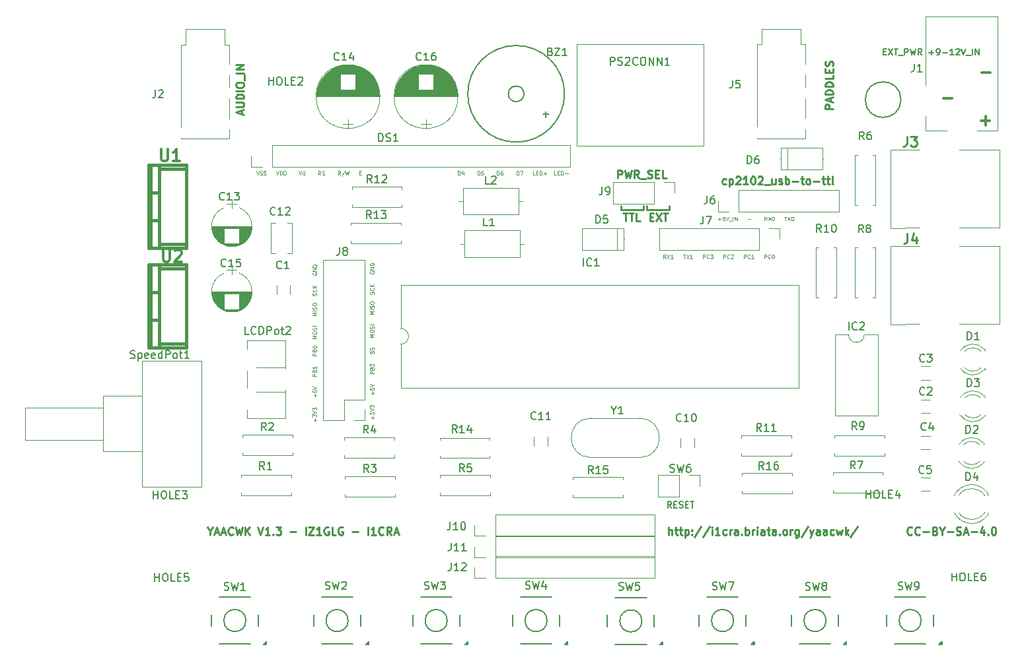
<source format=gbr>
G04 #@! TF.GenerationSoftware,KiCad,Pcbnew,5.0.2+dfsg1-1*
G04 #@! TF.CreationDate,2019-04-18T10:12:34+02:00*
G04 #@! TF.ProjectId,yaacwk,79616163-776b-42e6-9b69-6361645f7063,1.3*
G04 #@! TF.SameCoordinates,Original*
G04 #@! TF.FileFunction,Legend,Top*
G04 #@! TF.FilePolarity,Positive*
%FSLAX46Y46*%
G04 Gerber Fmt 4.6, Leading zero omitted, Abs format (unit mm)*
G04 Created by KiCad (PCBNEW 5.0.2+dfsg1-1) date gio 18 apr 2019 10:12:34 CEST*
%MOMM*%
%LPD*%
G01*
G04 APERTURE LIST*
%ADD10C,0.250000*%
%ADD11C,0.300000*%
%ADD12C,0.125000*%
%ADD13C,0.200000*%
%ADD14C,0.120000*%
%ADD15C,0.150000*%
%ADD16C,0.381000*%
%ADD17C,0.100000*%
%ADD18C,0.304800*%
%ADD19C,0.254000*%
G04 APERTURE END LIST*
D10*
X112866666Y-64816666D02*
X112866666Y-64340476D01*
X113152380Y-64911904D02*
X112152380Y-64578571D01*
X113152380Y-64245238D01*
X112152380Y-63911904D02*
X112961904Y-63911904D01*
X113057142Y-63864285D01*
X113104761Y-63816666D01*
X113152380Y-63721428D01*
X113152380Y-63530952D01*
X113104761Y-63435714D01*
X113057142Y-63388095D01*
X112961904Y-63340476D01*
X112152380Y-63340476D01*
X113152380Y-62864285D02*
X112152380Y-62864285D01*
X112152380Y-62626190D01*
X112200000Y-62483333D01*
X112295238Y-62388095D01*
X112390476Y-62340476D01*
X112580952Y-62292857D01*
X112723809Y-62292857D01*
X112914285Y-62340476D01*
X113009523Y-62388095D01*
X113104761Y-62483333D01*
X113152380Y-62626190D01*
X113152380Y-62864285D01*
X113152380Y-61864285D02*
X112152380Y-61864285D01*
X112152380Y-61197619D02*
X112152380Y-61007142D01*
X112200000Y-60911904D01*
X112295238Y-60816666D01*
X112485714Y-60769047D01*
X112819047Y-60769047D01*
X113009523Y-60816666D01*
X113104761Y-60911904D01*
X113152380Y-61007142D01*
X113152380Y-61197619D01*
X113104761Y-61292857D01*
X113009523Y-61388095D01*
X112819047Y-61435714D01*
X112485714Y-61435714D01*
X112295238Y-61388095D01*
X112200000Y-61292857D01*
X112152380Y-61197619D01*
X113247619Y-60578571D02*
X113247619Y-59816666D01*
X113152380Y-59578571D02*
X112152380Y-59578571D01*
X113152380Y-59102380D02*
X112152380Y-59102380D01*
X113152380Y-58530952D01*
X112152380Y-58530952D01*
X188652380Y-64173809D02*
X187652380Y-64173809D01*
X187652380Y-63792857D01*
X187700000Y-63697619D01*
X187747619Y-63650000D01*
X187842857Y-63602380D01*
X187985714Y-63602380D01*
X188080952Y-63650000D01*
X188128571Y-63697619D01*
X188176190Y-63792857D01*
X188176190Y-64173809D01*
X188366666Y-63221428D02*
X188366666Y-62745238D01*
X188652380Y-63316666D02*
X187652380Y-62983333D01*
X188652380Y-62650000D01*
X188652380Y-62316666D02*
X187652380Y-62316666D01*
X187652380Y-62078571D01*
X187700000Y-61935714D01*
X187795238Y-61840476D01*
X187890476Y-61792857D01*
X188080952Y-61745238D01*
X188223809Y-61745238D01*
X188414285Y-61792857D01*
X188509523Y-61840476D01*
X188604761Y-61935714D01*
X188652380Y-62078571D01*
X188652380Y-62316666D01*
X188652380Y-61316666D02*
X187652380Y-61316666D01*
X187652380Y-61078571D01*
X187700000Y-60935714D01*
X187795238Y-60840476D01*
X187890476Y-60792857D01*
X188080952Y-60745238D01*
X188223809Y-60745238D01*
X188414285Y-60792857D01*
X188509523Y-60840476D01*
X188604761Y-60935714D01*
X188652380Y-61078571D01*
X188652380Y-61316666D01*
X188652380Y-59840476D02*
X188652380Y-60316666D01*
X187652380Y-60316666D01*
X188128571Y-59507142D02*
X188128571Y-59173809D01*
X188652380Y-59030952D02*
X188652380Y-59507142D01*
X187652380Y-59507142D01*
X187652380Y-59030952D01*
X188604761Y-58650000D02*
X188652380Y-58507142D01*
X188652380Y-58269047D01*
X188604761Y-58173809D01*
X188557142Y-58126190D01*
X188461904Y-58078571D01*
X188366666Y-58078571D01*
X188271428Y-58126190D01*
X188223809Y-58173809D01*
X188176190Y-58269047D01*
X188128571Y-58459523D01*
X188080952Y-58554761D01*
X188033333Y-58602380D01*
X187938095Y-58650000D01*
X187842857Y-58650000D01*
X187747619Y-58602380D01*
X187700000Y-58554761D01*
X187652380Y-58459523D01*
X187652380Y-58221428D01*
X187700000Y-58078571D01*
X174930952Y-73804761D02*
X174835714Y-73852380D01*
X174645238Y-73852380D01*
X174550000Y-73804761D01*
X174502380Y-73757142D01*
X174454761Y-73661904D01*
X174454761Y-73376190D01*
X174502380Y-73280952D01*
X174550000Y-73233333D01*
X174645238Y-73185714D01*
X174835714Y-73185714D01*
X174930952Y-73233333D01*
X175359523Y-73185714D02*
X175359523Y-74185714D01*
X175359523Y-73233333D02*
X175454761Y-73185714D01*
X175645238Y-73185714D01*
X175740476Y-73233333D01*
X175788095Y-73280952D01*
X175835714Y-73376190D01*
X175835714Y-73661904D01*
X175788095Y-73757142D01*
X175740476Y-73804761D01*
X175645238Y-73852380D01*
X175454761Y-73852380D01*
X175359523Y-73804761D01*
X176216666Y-72947619D02*
X176264285Y-72900000D01*
X176359523Y-72852380D01*
X176597619Y-72852380D01*
X176692857Y-72900000D01*
X176740476Y-72947619D01*
X176788095Y-73042857D01*
X176788095Y-73138095D01*
X176740476Y-73280952D01*
X176169047Y-73852380D01*
X176788095Y-73852380D01*
X177740476Y-73852380D02*
X177169047Y-73852380D01*
X177454761Y-73852380D02*
X177454761Y-72852380D01*
X177359523Y-72995238D01*
X177264285Y-73090476D01*
X177169047Y-73138095D01*
X178359523Y-72852380D02*
X178454761Y-72852380D01*
X178550000Y-72900000D01*
X178597619Y-72947619D01*
X178645238Y-73042857D01*
X178692857Y-73233333D01*
X178692857Y-73471428D01*
X178645238Y-73661904D01*
X178597619Y-73757142D01*
X178550000Y-73804761D01*
X178454761Y-73852380D01*
X178359523Y-73852380D01*
X178264285Y-73804761D01*
X178216666Y-73757142D01*
X178169047Y-73661904D01*
X178121428Y-73471428D01*
X178121428Y-73233333D01*
X178169047Y-73042857D01*
X178216666Y-72947619D01*
X178264285Y-72900000D01*
X178359523Y-72852380D01*
X179073809Y-72947619D02*
X179121428Y-72900000D01*
X179216666Y-72852380D01*
X179454761Y-72852380D01*
X179550000Y-72900000D01*
X179597619Y-72947619D01*
X179645238Y-73042857D01*
X179645238Y-73138095D01*
X179597619Y-73280952D01*
X179026190Y-73852380D01*
X179645238Y-73852380D01*
X179835714Y-73947619D02*
X180597619Y-73947619D01*
X181264285Y-73185714D02*
X181264285Y-73852380D01*
X180835714Y-73185714D02*
X180835714Y-73709523D01*
X180883333Y-73804761D01*
X180978571Y-73852380D01*
X181121428Y-73852380D01*
X181216666Y-73804761D01*
X181264285Y-73757142D01*
X181692857Y-73804761D02*
X181788095Y-73852380D01*
X181978571Y-73852380D01*
X182073809Y-73804761D01*
X182121428Y-73709523D01*
X182121428Y-73661904D01*
X182073809Y-73566666D01*
X181978571Y-73519047D01*
X181835714Y-73519047D01*
X181740476Y-73471428D01*
X181692857Y-73376190D01*
X181692857Y-73328571D01*
X181740476Y-73233333D01*
X181835714Y-73185714D01*
X181978571Y-73185714D01*
X182073809Y-73233333D01*
X182550000Y-73852380D02*
X182550000Y-72852380D01*
X182550000Y-73233333D02*
X182645238Y-73185714D01*
X182835714Y-73185714D01*
X182930952Y-73233333D01*
X182978571Y-73280952D01*
X183026190Y-73376190D01*
X183026190Y-73661904D01*
X182978571Y-73757142D01*
X182930952Y-73804761D01*
X182835714Y-73852380D01*
X182645238Y-73852380D01*
X182550000Y-73804761D01*
X183454761Y-73471428D02*
X184216666Y-73471428D01*
X184550000Y-73185714D02*
X184930952Y-73185714D01*
X184692857Y-72852380D02*
X184692857Y-73709523D01*
X184740476Y-73804761D01*
X184835714Y-73852380D01*
X184930952Y-73852380D01*
X185407142Y-73852380D02*
X185311904Y-73804761D01*
X185264285Y-73757142D01*
X185216666Y-73661904D01*
X185216666Y-73376190D01*
X185264285Y-73280952D01*
X185311904Y-73233333D01*
X185407142Y-73185714D01*
X185550000Y-73185714D01*
X185645238Y-73233333D01*
X185692857Y-73280952D01*
X185740476Y-73376190D01*
X185740476Y-73661904D01*
X185692857Y-73757142D01*
X185645238Y-73804761D01*
X185550000Y-73852380D01*
X185407142Y-73852380D01*
X186169047Y-73471428D02*
X186930952Y-73471428D01*
X187264285Y-73185714D02*
X187645238Y-73185714D01*
X187407142Y-72852380D02*
X187407142Y-73709523D01*
X187454761Y-73804761D01*
X187550000Y-73852380D01*
X187645238Y-73852380D01*
X187835714Y-73185714D02*
X188216666Y-73185714D01*
X187978571Y-72852380D02*
X187978571Y-73709523D01*
X188026190Y-73804761D01*
X188121428Y-73852380D01*
X188216666Y-73852380D01*
X188692857Y-73852380D02*
X188597619Y-73804761D01*
X188550000Y-73709523D01*
X188550000Y-72852380D01*
D11*
X202778571Y-62807142D02*
X203921428Y-62807142D01*
D12*
X122285714Y-104297619D02*
X122285714Y-103916666D01*
X122476190Y-104107142D02*
X122095238Y-104107142D01*
X121976190Y-103726190D02*
X121976190Y-103416666D01*
X122166666Y-103583333D01*
X122166666Y-103511904D01*
X122190476Y-103464285D01*
X122214285Y-103440476D01*
X122261904Y-103416666D01*
X122380952Y-103416666D01*
X122428571Y-103440476D01*
X122452380Y-103464285D01*
X122476190Y-103511904D01*
X122476190Y-103654761D01*
X122452380Y-103702380D01*
X122428571Y-103726190D01*
X121976190Y-103273809D02*
X122476190Y-103107142D01*
X121976190Y-102940476D01*
X121976190Y-102821428D02*
X121976190Y-102511904D01*
X122166666Y-102678571D01*
X122166666Y-102607142D01*
X122190476Y-102559523D01*
X122214285Y-102535714D01*
X122261904Y-102511904D01*
X122380952Y-102511904D01*
X122428571Y-102535714D01*
X122452380Y-102559523D01*
X122476190Y-102607142D01*
X122476190Y-102749999D01*
X122452380Y-102797619D01*
X122428571Y-102821428D01*
X122285714Y-101154761D02*
X122285714Y-100773809D01*
X122476190Y-100964285D02*
X122095238Y-100964285D01*
X121976190Y-100297619D02*
X121976190Y-100535714D01*
X122214285Y-100559523D01*
X122190476Y-100535714D01*
X122166666Y-100488095D01*
X122166666Y-100369047D01*
X122190476Y-100321428D01*
X122214285Y-100297619D01*
X122261904Y-100273809D01*
X122380952Y-100273809D01*
X122428571Y-100297619D01*
X122452380Y-100321428D01*
X122476190Y-100369047D01*
X122476190Y-100488095D01*
X122452380Y-100535714D01*
X122428571Y-100559523D01*
X121976190Y-100130952D02*
X122476190Y-99964285D01*
X121976190Y-99797619D01*
X122476190Y-98488095D02*
X121976190Y-98488095D01*
X121976190Y-98297619D01*
X122000000Y-98249999D01*
X122023809Y-98226190D01*
X122071428Y-98202380D01*
X122142857Y-98202380D01*
X122190476Y-98226190D01*
X122214285Y-98249999D01*
X122238095Y-98297619D01*
X122238095Y-98488095D01*
X122214285Y-97821428D02*
X122238095Y-97749999D01*
X122261904Y-97726190D01*
X122309523Y-97702380D01*
X122380952Y-97702380D01*
X122428571Y-97726190D01*
X122452380Y-97749999D01*
X122476190Y-97797619D01*
X122476190Y-97988095D01*
X121976190Y-97988095D01*
X121976190Y-97821428D01*
X122000000Y-97773809D01*
X122023809Y-97749999D01*
X122071428Y-97726190D01*
X122119047Y-97726190D01*
X122166666Y-97749999D01*
X122190476Y-97773809D01*
X122214285Y-97821428D01*
X122214285Y-97988095D01*
X122476190Y-97226190D02*
X122476190Y-97511904D01*
X122476190Y-97369047D02*
X121976190Y-97369047D01*
X122047619Y-97416666D01*
X122095238Y-97464285D01*
X122119047Y-97511904D01*
X122476190Y-95869047D02*
X121976190Y-95869047D01*
X121976190Y-95678571D01*
X122000000Y-95630952D01*
X122023809Y-95607142D01*
X122071428Y-95583333D01*
X122142857Y-95583333D01*
X122190476Y-95607142D01*
X122214285Y-95630952D01*
X122238095Y-95678571D01*
X122238095Y-95869047D01*
X122214285Y-95202380D02*
X122238095Y-95130952D01*
X122261904Y-95107142D01*
X122309523Y-95083333D01*
X122380952Y-95083333D01*
X122428571Y-95107142D01*
X122452380Y-95130952D01*
X122476190Y-95178571D01*
X122476190Y-95369047D01*
X121976190Y-95369047D01*
X121976190Y-95202380D01*
X122000000Y-95154761D01*
X122023809Y-95130952D01*
X122071428Y-95107142D01*
X122119047Y-95107142D01*
X122166666Y-95130952D01*
X122190476Y-95154761D01*
X122214285Y-95202380D01*
X122214285Y-95369047D01*
X121976190Y-94773809D02*
X121976190Y-94726190D01*
X122000000Y-94678571D01*
X122023809Y-94654761D01*
X122071428Y-94630952D01*
X122166666Y-94607142D01*
X122285714Y-94607142D01*
X122380952Y-94630952D01*
X122428571Y-94654761D01*
X122452380Y-94678571D01*
X122476190Y-94726190D01*
X122476190Y-94773809D01*
X122452380Y-94821428D01*
X122428571Y-94845238D01*
X122380952Y-94869047D01*
X122285714Y-94892857D01*
X122166666Y-94892857D01*
X122071428Y-94869047D01*
X122023809Y-94845238D01*
X122000000Y-94821428D01*
X121976190Y-94773809D01*
X122476190Y-93630952D02*
X121976190Y-93630952D01*
X122333333Y-93464285D01*
X121976190Y-93297619D01*
X122476190Y-93297619D01*
X121976190Y-92964285D02*
X121976190Y-92869047D01*
X122000000Y-92821428D01*
X122047619Y-92773809D01*
X122142857Y-92750000D01*
X122309523Y-92750000D01*
X122404761Y-92773809D01*
X122452380Y-92821428D01*
X122476190Y-92869047D01*
X122476190Y-92964285D01*
X122452380Y-93011904D01*
X122404761Y-93059523D01*
X122309523Y-93083333D01*
X122142857Y-93083333D01*
X122047619Y-93059523D01*
X122000000Y-93011904D01*
X121976190Y-92964285D01*
X122452380Y-92559523D02*
X122476190Y-92488095D01*
X122476190Y-92369047D01*
X122452380Y-92321428D01*
X122428571Y-92297619D01*
X122380952Y-92273809D01*
X122333333Y-92273809D01*
X122285714Y-92297619D01*
X122261904Y-92321428D01*
X122238095Y-92369047D01*
X122214285Y-92464285D01*
X122190476Y-92511904D01*
X122166666Y-92535714D01*
X122119047Y-92559523D01*
X122071428Y-92559523D01*
X122023809Y-92535714D01*
X122000000Y-92511904D01*
X121976190Y-92464285D01*
X121976190Y-92345238D01*
X122000000Y-92273809D01*
X122476190Y-92059523D02*
X121976190Y-92059523D01*
X122476190Y-90678571D02*
X121976190Y-90678571D01*
X122333333Y-90511904D01*
X121976190Y-90345238D01*
X122476190Y-90345238D01*
X122476190Y-90107142D02*
X121976190Y-90107142D01*
X122452380Y-89892857D02*
X122476190Y-89821428D01*
X122476190Y-89702380D01*
X122452380Y-89654761D01*
X122428571Y-89630952D01*
X122380952Y-89607142D01*
X122333333Y-89607142D01*
X122285714Y-89630952D01*
X122261904Y-89654761D01*
X122238095Y-89702380D01*
X122214285Y-89797619D01*
X122190476Y-89845238D01*
X122166666Y-89869047D01*
X122119047Y-89892857D01*
X122071428Y-89892857D01*
X122023809Y-89869047D01*
X122000000Y-89845238D01*
X121976190Y-89797619D01*
X121976190Y-89678571D01*
X122000000Y-89607142D01*
X121976190Y-89297619D02*
X121976190Y-89202380D01*
X122000000Y-89154761D01*
X122047619Y-89107142D01*
X122142857Y-89083333D01*
X122309523Y-89083333D01*
X122404761Y-89107142D01*
X122452380Y-89154761D01*
X122476190Y-89202380D01*
X122476190Y-89297619D01*
X122452380Y-89345238D01*
X122404761Y-89392857D01*
X122309523Y-89416666D01*
X122142857Y-89416666D01*
X122047619Y-89392857D01*
X122000000Y-89345238D01*
X121976190Y-89297619D01*
X122452380Y-88130952D02*
X122476190Y-88059523D01*
X122476190Y-87940476D01*
X122452380Y-87892857D01*
X122428571Y-87869047D01*
X122380952Y-87845238D01*
X122333333Y-87845238D01*
X122285714Y-87869047D01*
X122261904Y-87892857D01*
X122238095Y-87940476D01*
X122214285Y-88035714D01*
X122190476Y-88083333D01*
X122166666Y-88107142D01*
X122119047Y-88130952D01*
X122071428Y-88130952D01*
X122023809Y-88107142D01*
X122000000Y-88083333D01*
X121976190Y-88035714D01*
X121976190Y-87916666D01*
X122000000Y-87845238D01*
X122428571Y-87345238D02*
X122452380Y-87369047D01*
X122476190Y-87440476D01*
X122476190Y-87488095D01*
X122452380Y-87559523D01*
X122404761Y-87607142D01*
X122357142Y-87630952D01*
X122261904Y-87654761D01*
X122190476Y-87654761D01*
X122095238Y-87630952D01*
X122047619Y-87607142D01*
X122000000Y-87559523D01*
X121976190Y-87488095D01*
X121976190Y-87440476D01*
X122000000Y-87369047D01*
X122023809Y-87345238D01*
X122476190Y-87130952D02*
X121976190Y-87130952D01*
X122476190Y-86845238D02*
X122190476Y-87059523D01*
X121976190Y-86845238D02*
X122261904Y-87130952D01*
X122000000Y-85226190D02*
X121976190Y-85273809D01*
X121976190Y-85345238D01*
X122000000Y-85416666D01*
X122047619Y-85464285D01*
X122095238Y-85488095D01*
X122190476Y-85511904D01*
X122261904Y-85511904D01*
X122357142Y-85488095D01*
X122404761Y-85464285D01*
X122452380Y-85416666D01*
X122476190Y-85345238D01*
X122476190Y-85297619D01*
X122452380Y-85226190D01*
X122428571Y-85202380D01*
X122261904Y-85202380D01*
X122261904Y-85297619D01*
X122476190Y-84988095D02*
X121976190Y-84988095D01*
X122476190Y-84702380D01*
X121976190Y-84702380D01*
X122476190Y-84464285D02*
X121976190Y-84464285D01*
X121976190Y-84345238D01*
X122000000Y-84273809D01*
X122047619Y-84226190D01*
X122095238Y-84202380D01*
X122190476Y-84178571D01*
X122261904Y-84178571D01*
X122357142Y-84202380D01*
X122404761Y-84226190D01*
X122452380Y-84273809D01*
X122476190Y-84345238D01*
X122476190Y-84464285D01*
D13*
X167938095Y-115361904D02*
X167671428Y-114980952D01*
X167480952Y-115361904D02*
X167480952Y-114561904D01*
X167785714Y-114561904D01*
X167861904Y-114600000D01*
X167900000Y-114638095D01*
X167938095Y-114714285D01*
X167938095Y-114828571D01*
X167900000Y-114904761D01*
X167861904Y-114942857D01*
X167785714Y-114980952D01*
X167480952Y-114980952D01*
X168280952Y-114942857D02*
X168547619Y-114942857D01*
X168661904Y-115361904D02*
X168280952Y-115361904D01*
X168280952Y-114561904D01*
X168661904Y-114561904D01*
X168966666Y-115323809D02*
X169080952Y-115361904D01*
X169271428Y-115361904D01*
X169347619Y-115323809D01*
X169385714Y-115285714D01*
X169423809Y-115209523D01*
X169423809Y-115133333D01*
X169385714Y-115057142D01*
X169347619Y-115019047D01*
X169271428Y-114980952D01*
X169119047Y-114942857D01*
X169042857Y-114904761D01*
X169004761Y-114866666D01*
X168966666Y-114790476D01*
X168966666Y-114714285D01*
X169004761Y-114638095D01*
X169042857Y-114600000D01*
X169119047Y-114561904D01*
X169309523Y-114561904D01*
X169423809Y-114600000D01*
X169766666Y-114942857D02*
X170033333Y-114942857D01*
X170147619Y-115361904D02*
X169766666Y-115361904D01*
X169766666Y-114561904D01*
X170147619Y-114561904D01*
X170376190Y-114561904D02*
X170833333Y-114561904D01*
X170604761Y-115361904D02*
X170604761Y-114561904D01*
D12*
X173928571Y-78335714D02*
X174309523Y-78335714D01*
X174119047Y-78526190D02*
X174119047Y-78145238D01*
X174785714Y-78026190D02*
X174547619Y-78026190D01*
X174523809Y-78264285D01*
X174547619Y-78240476D01*
X174595238Y-78216666D01*
X174714285Y-78216666D01*
X174761904Y-78240476D01*
X174785714Y-78264285D01*
X174809523Y-78311904D01*
X174809523Y-78430952D01*
X174785714Y-78478571D01*
X174761904Y-78502380D01*
X174714285Y-78526190D01*
X174595238Y-78526190D01*
X174547619Y-78502380D01*
X174523809Y-78478571D01*
X174952380Y-78026190D02*
X175119047Y-78526190D01*
X175285714Y-78026190D01*
X175333333Y-78573809D02*
X175714285Y-78573809D01*
X175833333Y-78526190D02*
X175833333Y-78026190D01*
X176071428Y-78526190D02*
X176071428Y-78026190D01*
X176357142Y-78526190D01*
X176357142Y-78026190D01*
X177738095Y-78335714D02*
X178119047Y-78335714D01*
X180166666Y-78526190D02*
X180000000Y-78288095D01*
X179880952Y-78526190D02*
X179880952Y-78026190D01*
X180071428Y-78026190D01*
X180119047Y-78050000D01*
X180142857Y-78073809D01*
X180166666Y-78121428D01*
X180166666Y-78192857D01*
X180142857Y-78240476D01*
X180119047Y-78264285D01*
X180071428Y-78288095D01*
X179880952Y-78288095D01*
X180333333Y-78026190D02*
X180666666Y-78526190D01*
X180666666Y-78026190D02*
X180333333Y-78526190D01*
X180952380Y-78026190D02*
X181000000Y-78026190D01*
X181047619Y-78050000D01*
X181071428Y-78073809D01*
X181095238Y-78121428D01*
X181119047Y-78216666D01*
X181119047Y-78335714D01*
X181095238Y-78430952D01*
X181071428Y-78478571D01*
X181047619Y-78502380D01*
X181000000Y-78526190D01*
X180952380Y-78526190D01*
X180904761Y-78502380D01*
X180880952Y-78478571D01*
X180857142Y-78430952D01*
X180833333Y-78335714D01*
X180833333Y-78216666D01*
X180857142Y-78121428D01*
X180880952Y-78073809D01*
X180904761Y-78050000D01*
X180952380Y-78026190D01*
X182404761Y-78026190D02*
X182690476Y-78026190D01*
X182547619Y-78526190D02*
X182547619Y-78026190D01*
X182809523Y-78026190D02*
X183142857Y-78526190D01*
X183142857Y-78026190D02*
X182809523Y-78526190D01*
X183428571Y-78026190D02*
X183476190Y-78026190D01*
X183523809Y-78050000D01*
X183547619Y-78073809D01*
X183571428Y-78121428D01*
X183595238Y-78216666D01*
X183595238Y-78335714D01*
X183571428Y-78430952D01*
X183547619Y-78478571D01*
X183523809Y-78502380D01*
X183476190Y-78526190D01*
X183428571Y-78526190D01*
X183380952Y-78502380D01*
X183357142Y-78478571D01*
X183333333Y-78430952D01*
X183309523Y-78335714D01*
X183309523Y-78216666D01*
X183333333Y-78121428D01*
X183357142Y-78073809D01*
X183380952Y-78050000D01*
X183428571Y-78026190D01*
X167202380Y-83376190D02*
X167035714Y-83138095D01*
X166916666Y-83376190D02*
X166916666Y-82876190D01*
X167107142Y-82876190D01*
X167154761Y-82900000D01*
X167178571Y-82923809D01*
X167202380Y-82971428D01*
X167202380Y-83042857D01*
X167178571Y-83090476D01*
X167154761Y-83114285D01*
X167107142Y-83138095D01*
X166916666Y-83138095D01*
X167369047Y-82876190D02*
X167702380Y-83376190D01*
X167702380Y-82876190D02*
X167369047Y-83376190D01*
X168154761Y-83376190D02*
X167869047Y-83376190D01*
X168011904Y-83376190D02*
X168011904Y-82876190D01*
X167964285Y-82947619D01*
X167916666Y-82995238D01*
X167869047Y-83019047D01*
X169440476Y-82876190D02*
X169726190Y-82876190D01*
X169583333Y-83376190D02*
X169583333Y-82876190D01*
X169845238Y-82876190D02*
X170178571Y-83376190D01*
X170178571Y-82876190D02*
X169845238Y-83376190D01*
X170630952Y-83376190D02*
X170345238Y-83376190D01*
X170488095Y-83376190D02*
X170488095Y-82876190D01*
X170440476Y-82947619D01*
X170392857Y-82995238D01*
X170345238Y-83019047D01*
X171988095Y-83376190D02*
X171988095Y-82876190D01*
X172178571Y-82876190D01*
X172226190Y-82900000D01*
X172250000Y-82923809D01*
X172273809Y-82971428D01*
X172273809Y-83042857D01*
X172250000Y-83090476D01*
X172226190Y-83114285D01*
X172178571Y-83138095D01*
X171988095Y-83138095D01*
X172773809Y-83328571D02*
X172750000Y-83352380D01*
X172678571Y-83376190D01*
X172630952Y-83376190D01*
X172559523Y-83352380D01*
X172511904Y-83304761D01*
X172488095Y-83257142D01*
X172464285Y-83161904D01*
X172464285Y-83090476D01*
X172488095Y-82995238D01*
X172511904Y-82947619D01*
X172559523Y-82900000D01*
X172630952Y-82876190D01*
X172678571Y-82876190D01*
X172750000Y-82900000D01*
X172773809Y-82923809D01*
X172940476Y-82876190D02*
X173250000Y-82876190D01*
X173083333Y-83066666D01*
X173154761Y-83066666D01*
X173202380Y-83090476D01*
X173226190Y-83114285D01*
X173250000Y-83161904D01*
X173250000Y-83280952D01*
X173226190Y-83328571D01*
X173202380Y-83352380D01*
X173154761Y-83376190D01*
X173011904Y-83376190D01*
X172964285Y-83352380D01*
X172940476Y-83328571D01*
X174607142Y-83376190D02*
X174607142Y-82876190D01*
X174797619Y-82876190D01*
X174845238Y-82900000D01*
X174869047Y-82923809D01*
X174892857Y-82971428D01*
X174892857Y-83042857D01*
X174869047Y-83090476D01*
X174845238Y-83114285D01*
X174797619Y-83138095D01*
X174607142Y-83138095D01*
X175392857Y-83328571D02*
X175369047Y-83352380D01*
X175297619Y-83376190D01*
X175250000Y-83376190D01*
X175178571Y-83352380D01*
X175130952Y-83304761D01*
X175107142Y-83257142D01*
X175083333Y-83161904D01*
X175083333Y-83090476D01*
X175107142Y-82995238D01*
X175130952Y-82947619D01*
X175178571Y-82900000D01*
X175250000Y-82876190D01*
X175297619Y-82876190D01*
X175369047Y-82900000D01*
X175392857Y-82923809D01*
X175583333Y-82923809D02*
X175607142Y-82900000D01*
X175654761Y-82876190D01*
X175773809Y-82876190D01*
X175821428Y-82900000D01*
X175845238Y-82923809D01*
X175869047Y-82971428D01*
X175869047Y-83019047D01*
X175845238Y-83090476D01*
X175559523Y-83376190D01*
X175869047Y-83376190D01*
X177226190Y-83376190D02*
X177226190Y-82876190D01*
X177416666Y-82876190D01*
X177464285Y-82900000D01*
X177488095Y-82923809D01*
X177511904Y-82971428D01*
X177511904Y-83042857D01*
X177488095Y-83090476D01*
X177464285Y-83114285D01*
X177416666Y-83138095D01*
X177226190Y-83138095D01*
X178011904Y-83328571D02*
X177988095Y-83352380D01*
X177916666Y-83376190D01*
X177869047Y-83376190D01*
X177797619Y-83352380D01*
X177750000Y-83304761D01*
X177726190Y-83257142D01*
X177702380Y-83161904D01*
X177702380Y-83090476D01*
X177726190Y-82995238D01*
X177750000Y-82947619D01*
X177797619Y-82900000D01*
X177869047Y-82876190D01*
X177916666Y-82876190D01*
X177988095Y-82900000D01*
X178011904Y-82923809D01*
X178488095Y-83376190D02*
X178202380Y-83376190D01*
X178345238Y-83376190D02*
X178345238Y-82876190D01*
X178297619Y-82947619D01*
X178250000Y-82995238D01*
X178202380Y-83019047D01*
X179845238Y-83376190D02*
X179845238Y-82876190D01*
X180035714Y-82876190D01*
X180083333Y-82900000D01*
X180107142Y-82923809D01*
X180130952Y-82971428D01*
X180130952Y-83042857D01*
X180107142Y-83090476D01*
X180083333Y-83114285D01*
X180035714Y-83138095D01*
X179845238Y-83138095D01*
X180630952Y-83328571D02*
X180607142Y-83352380D01*
X180535714Y-83376190D01*
X180488095Y-83376190D01*
X180416666Y-83352380D01*
X180369047Y-83304761D01*
X180345238Y-83257142D01*
X180321428Y-83161904D01*
X180321428Y-83090476D01*
X180345238Y-82995238D01*
X180369047Y-82947619D01*
X180416666Y-82900000D01*
X180488095Y-82876190D01*
X180535714Y-82876190D01*
X180607142Y-82900000D01*
X180630952Y-82923809D01*
X180940476Y-82876190D02*
X180988095Y-82876190D01*
X181035714Y-82900000D01*
X181059523Y-82923809D01*
X181083333Y-82971428D01*
X181107142Y-83066666D01*
X181107142Y-83185714D01*
X181083333Y-83280952D01*
X181059523Y-83328571D01*
X181035714Y-83352380D01*
X180988095Y-83376190D01*
X180940476Y-83376190D01*
X180892857Y-83352380D01*
X180869047Y-83328571D01*
X180845238Y-83280952D01*
X180821428Y-83185714D01*
X180821428Y-83066666D01*
X180845238Y-82971428D01*
X180869047Y-82923809D01*
X180892857Y-82900000D01*
X180940476Y-82876190D01*
X129635714Y-103976190D02*
X129635714Y-103595238D01*
X129826190Y-103785714D02*
X129445238Y-103785714D01*
X129326190Y-103404761D02*
X129326190Y-103095238D01*
X129516666Y-103261904D01*
X129516666Y-103190476D01*
X129540476Y-103142857D01*
X129564285Y-103119047D01*
X129611904Y-103095238D01*
X129730952Y-103095238D01*
X129778571Y-103119047D01*
X129802380Y-103142857D01*
X129826190Y-103190476D01*
X129826190Y-103333333D01*
X129802380Y-103380952D01*
X129778571Y-103404761D01*
X129326190Y-102952380D02*
X129826190Y-102785714D01*
X129326190Y-102619047D01*
X129326190Y-102500000D02*
X129326190Y-102190476D01*
X129516666Y-102357142D01*
X129516666Y-102285714D01*
X129540476Y-102238095D01*
X129564285Y-102214285D01*
X129611904Y-102190476D01*
X129730952Y-102190476D01*
X129778571Y-102214285D01*
X129802380Y-102238095D01*
X129826190Y-102285714D01*
X129826190Y-102428571D01*
X129802380Y-102476190D01*
X129778571Y-102500000D01*
X129635714Y-100833333D02*
X129635714Y-100452380D01*
X129826190Y-100642857D02*
X129445238Y-100642857D01*
X129326190Y-99976190D02*
X129326190Y-100214285D01*
X129564285Y-100238095D01*
X129540476Y-100214285D01*
X129516666Y-100166666D01*
X129516666Y-100047619D01*
X129540476Y-100000000D01*
X129564285Y-99976190D01*
X129611904Y-99952380D01*
X129730952Y-99952380D01*
X129778571Y-99976190D01*
X129802380Y-100000000D01*
X129826190Y-100047619D01*
X129826190Y-100166666D01*
X129802380Y-100214285D01*
X129778571Y-100238095D01*
X129326190Y-99809523D02*
X129826190Y-99642857D01*
X129326190Y-99476190D01*
X129826190Y-98166666D02*
X129326190Y-98166666D01*
X129326190Y-97976190D01*
X129350000Y-97928571D01*
X129373809Y-97904761D01*
X129421428Y-97880952D01*
X129492857Y-97880952D01*
X129540476Y-97904761D01*
X129564285Y-97928571D01*
X129588095Y-97976190D01*
X129588095Y-98166666D01*
X129564285Y-97500000D02*
X129588095Y-97428571D01*
X129611904Y-97404761D01*
X129659523Y-97380952D01*
X129730952Y-97380952D01*
X129778571Y-97404761D01*
X129802380Y-97428571D01*
X129826190Y-97476190D01*
X129826190Y-97666666D01*
X129326190Y-97666666D01*
X129326190Y-97500000D01*
X129350000Y-97452380D01*
X129373809Y-97428571D01*
X129421428Y-97404761D01*
X129469047Y-97404761D01*
X129516666Y-97428571D01*
X129540476Y-97452380D01*
X129564285Y-97500000D01*
X129564285Y-97666666D01*
X129326190Y-97214285D02*
X129326190Y-96904761D01*
X129516666Y-97071428D01*
X129516666Y-97000000D01*
X129540476Y-96952380D01*
X129564285Y-96928571D01*
X129611904Y-96904761D01*
X129730952Y-96904761D01*
X129778571Y-96928571D01*
X129802380Y-96952380D01*
X129826190Y-97000000D01*
X129826190Y-97142857D01*
X129802380Y-97190476D01*
X129778571Y-97214285D01*
X129802380Y-95571428D02*
X129826190Y-95500000D01*
X129826190Y-95380952D01*
X129802380Y-95333333D01*
X129778571Y-95309523D01*
X129730952Y-95285714D01*
X129683333Y-95285714D01*
X129635714Y-95309523D01*
X129611904Y-95333333D01*
X129588095Y-95380952D01*
X129564285Y-95476190D01*
X129540476Y-95523809D01*
X129516666Y-95547619D01*
X129469047Y-95571428D01*
X129421428Y-95571428D01*
X129373809Y-95547619D01*
X129350000Y-95523809D01*
X129326190Y-95476190D01*
X129326190Y-95357142D01*
X129350000Y-95285714D01*
X129802380Y-95095238D02*
X129826190Y-95023809D01*
X129826190Y-94904761D01*
X129802380Y-94857142D01*
X129778571Y-94833333D01*
X129730952Y-94809523D01*
X129683333Y-94809523D01*
X129635714Y-94833333D01*
X129611904Y-94857142D01*
X129588095Y-94904761D01*
X129564285Y-95000000D01*
X129540476Y-95047619D01*
X129516666Y-95071428D01*
X129469047Y-95095238D01*
X129421428Y-95095238D01*
X129373809Y-95071428D01*
X129350000Y-95047619D01*
X129326190Y-95000000D01*
X129326190Y-94880952D01*
X129350000Y-94809523D01*
X129826190Y-93452380D02*
X129326190Y-93452380D01*
X129683333Y-93285714D01*
X129326190Y-93119047D01*
X129826190Y-93119047D01*
X129326190Y-92785714D02*
X129326190Y-92690476D01*
X129350000Y-92642857D01*
X129397619Y-92595238D01*
X129492857Y-92571428D01*
X129659523Y-92571428D01*
X129754761Y-92595238D01*
X129802380Y-92642857D01*
X129826190Y-92690476D01*
X129826190Y-92785714D01*
X129802380Y-92833333D01*
X129754761Y-92880952D01*
X129659523Y-92904761D01*
X129492857Y-92904761D01*
X129397619Y-92880952D01*
X129350000Y-92833333D01*
X129326190Y-92785714D01*
X129802380Y-92380952D02*
X129826190Y-92309523D01*
X129826190Y-92190476D01*
X129802380Y-92142857D01*
X129778571Y-92119047D01*
X129730952Y-92095238D01*
X129683333Y-92095238D01*
X129635714Y-92119047D01*
X129611904Y-92142857D01*
X129588095Y-92190476D01*
X129564285Y-92285714D01*
X129540476Y-92333333D01*
X129516666Y-92357142D01*
X129469047Y-92380952D01*
X129421428Y-92380952D01*
X129373809Y-92357142D01*
X129350000Y-92333333D01*
X129326190Y-92285714D01*
X129326190Y-92166666D01*
X129350000Y-92095238D01*
X129826190Y-91880952D02*
X129326190Y-91880952D01*
X129826190Y-90500000D02*
X129326190Y-90500000D01*
X129683333Y-90333333D01*
X129326190Y-90166666D01*
X129826190Y-90166666D01*
X129826190Y-89928571D02*
X129326190Y-89928571D01*
X129802380Y-89714285D02*
X129826190Y-89642857D01*
X129826190Y-89523809D01*
X129802380Y-89476190D01*
X129778571Y-89452380D01*
X129730952Y-89428571D01*
X129683333Y-89428571D01*
X129635714Y-89452380D01*
X129611904Y-89476190D01*
X129588095Y-89523809D01*
X129564285Y-89619047D01*
X129540476Y-89666666D01*
X129516666Y-89690476D01*
X129469047Y-89714285D01*
X129421428Y-89714285D01*
X129373809Y-89690476D01*
X129350000Y-89666666D01*
X129326190Y-89619047D01*
X129326190Y-89500000D01*
X129350000Y-89428571D01*
X129326190Y-89119047D02*
X129326190Y-89023809D01*
X129350000Y-88976190D01*
X129397619Y-88928571D01*
X129492857Y-88904761D01*
X129659523Y-88904761D01*
X129754761Y-88928571D01*
X129802380Y-88976190D01*
X129826190Y-89023809D01*
X129826190Y-89119047D01*
X129802380Y-89166666D01*
X129754761Y-89214285D01*
X129659523Y-89238095D01*
X129492857Y-89238095D01*
X129397619Y-89214285D01*
X129350000Y-89166666D01*
X129326190Y-89119047D01*
X129802380Y-87952380D02*
X129826190Y-87880952D01*
X129826190Y-87761904D01*
X129802380Y-87714285D01*
X129778571Y-87690476D01*
X129730952Y-87666666D01*
X129683333Y-87666666D01*
X129635714Y-87690476D01*
X129611904Y-87714285D01*
X129588095Y-87761904D01*
X129564285Y-87857142D01*
X129540476Y-87904761D01*
X129516666Y-87928571D01*
X129469047Y-87952380D01*
X129421428Y-87952380D01*
X129373809Y-87928571D01*
X129350000Y-87904761D01*
X129326190Y-87857142D01*
X129326190Y-87738095D01*
X129350000Y-87666666D01*
X129778571Y-87166666D02*
X129802380Y-87190476D01*
X129826190Y-87261904D01*
X129826190Y-87309523D01*
X129802380Y-87380952D01*
X129754761Y-87428571D01*
X129707142Y-87452380D01*
X129611904Y-87476190D01*
X129540476Y-87476190D01*
X129445238Y-87452380D01*
X129397619Y-87428571D01*
X129350000Y-87380952D01*
X129326190Y-87309523D01*
X129326190Y-87261904D01*
X129350000Y-87190476D01*
X129373809Y-87166666D01*
X129826190Y-86952380D02*
X129326190Y-86952380D01*
X129826190Y-86666666D02*
X129540476Y-86880952D01*
X129326190Y-86666666D02*
X129611904Y-86952380D01*
X129350000Y-85047619D02*
X129326190Y-85095238D01*
X129326190Y-85166666D01*
X129350000Y-85238095D01*
X129397619Y-85285714D01*
X129445238Y-85309523D01*
X129540476Y-85333333D01*
X129611904Y-85333333D01*
X129707142Y-85309523D01*
X129754761Y-85285714D01*
X129802380Y-85238095D01*
X129826190Y-85166666D01*
X129826190Y-85119047D01*
X129802380Y-85047619D01*
X129778571Y-85023809D01*
X129611904Y-85023809D01*
X129611904Y-85119047D01*
X129826190Y-84809523D02*
X129326190Y-84809523D01*
X129826190Y-84523809D01*
X129326190Y-84523809D01*
X129826190Y-84285714D02*
X129326190Y-84285714D01*
X129326190Y-84166666D01*
X129350000Y-84095238D01*
X129397619Y-84047619D01*
X129445238Y-84023809D01*
X129540476Y-84000000D01*
X129611904Y-84000000D01*
X129707142Y-84023809D01*
X129754761Y-84047619D01*
X129802380Y-84095238D01*
X129826190Y-84166666D01*
X129826190Y-84285714D01*
X114738095Y-72176190D02*
X114904761Y-72676190D01*
X115071428Y-72176190D01*
X115214285Y-72652380D02*
X115285714Y-72676190D01*
X115404761Y-72676190D01*
X115452380Y-72652380D01*
X115476190Y-72628571D01*
X115500000Y-72580952D01*
X115500000Y-72533333D01*
X115476190Y-72485714D01*
X115452380Y-72461904D01*
X115404761Y-72438095D01*
X115309523Y-72414285D01*
X115261904Y-72390476D01*
X115238095Y-72366666D01*
X115214285Y-72319047D01*
X115214285Y-72271428D01*
X115238095Y-72223809D01*
X115261904Y-72200000D01*
X115309523Y-72176190D01*
X115428571Y-72176190D01*
X115500000Y-72200000D01*
X115690476Y-72652380D02*
X115761904Y-72676190D01*
X115880952Y-72676190D01*
X115928571Y-72652380D01*
X115952380Y-72628571D01*
X115976190Y-72580952D01*
X115976190Y-72533333D01*
X115952380Y-72485714D01*
X115928571Y-72461904D01*
X115880952Y-72438095D01*
X115785714Y-72414285D01*
X115738095Y-72390476D01*
X115714285Y-72366666D01*
X115690476Y-72319047D01*
X115690476Y-72271428D01*
X115714285Y-72223809D01*
X115738095Y-72200000D01*
X115785714Y-72176190D01*
X115904761Y-72176190D01*
X115976190Y-72200000D01*
X117261904Y-72176190D02*
X117428571Y-72676190D01*
X117595238Y-72176190D01*
X117761904Y-72676190D02*
X117761904Y-72176190D01*
X117880952Y-72176190D01*
X117952380Y-72200000D01*
X118000000Y-72247619D01*
X118023809Y-72295238D01*
X118047619Y-72390476D01*
X118047619Y-72461904D01*
X118023809Y-72557142D01*
X118000000Y-72604761D01*
X117952380Y-72652380D01*
X117880952Y-72676190D01*
X117761904Y-72676190D01*
X118261904Y-72676190D02*
X118261904Y-72176190D01*
X118380952Y-72176190D01*
X118452380Y-72200000D01*
X118500000Y-72247619D01*
X118523809Y-72295238D01*
X118547619Y-72390476D01*
X118547619Y-72461904D01*
X118523809Y-72557142D01*
X118500000Y-72604761D01*
X118452380Y-72652380D01*
X118380952Y-72676190D01*
X118261904Y-72676190D01*
X120214285Y-72176190D02*
X120380952Y-72676190D01*
X120547619Y-72176190D01*
X120809523Y-72176190D02*
X120857142Y-72176190D01*
X120904761Y-72200000D01*
X120928571Y-72223809D01*
X120952380Y-72271428D01*
X120976190Y-72366666D01*
X120976190Y-72485714D01*
X120952380Y-72580952D01*
X120928571Y-72628571D01*
X120904761Y-72652380D01*
X120857142Y-72676190D01*
X120809523Y-72676190D01*
X120761904Y-72652380D01*
X120738095Y-72628571D01*
X120714285Y-72580952D01*
X120690476Y-72485714D01*
X120690476Y-72366666D01*
X120714285Y-72271428D01*
X120738095Y-72223809D01*
X120761904Y-72200000D01*
X120809523Y-72176190D01*
X123000000Y-72676190D02*
X122833333Y-72438095D01*
X122714285Y-72676190D02*
X122714285Y-72176190D01*
X122904761Y-72176190D01*
X122952380Y-72200000D01*
X122976190Y-72223809D01*
X123000000Y-72271428D01*
X123000000Y-72342857D01*
X122976190Y-72390476D01*
X122952380Y-72414285D01*
X122904761Y-72438095D01*
X122714285Y-72438095D01*
X123190476Y-72652380D02*
X123261904Y-72676190D01*
X123380952Y-72676190D01*
X123428571Y-72652380D01*
X123452380Y-72628571D01*
X123476190Y-72580952D01*
X123476190Y-72533333D01*
X123452380Y-72485714D01*
X123428571Y-72461904D01*
X123380952Y-72438095D01*
X123285714Y-72414285D01*
X123238095Y-72390476D01*
X123214285Y-72366666D01*
X123190476Y-72319047D01*
X123190476Y-72271428D01*
X123214285Y-72223809D01*
X123238095Y-72200000D01*
X123285714Y-72176190D01*
X123404761Y-72176190D01*
X123476190Y-72200000D01*
X125500000Y-72676190D02*
X125333333Y-72438095D01*
X125214285Y-72676190D02*
X125214285Y-72176190D01*
X125404761Y-72176190D01*
X125452380Y-72200000D01*
X125476190Y-72223809D01*
X125500000Y-72271428D01*
X125500000Y-72342857D01*
X125476190Y-72390476D01*
X125452380Y-72414285D01*
X125404761Y-72438095D01*
X125214285Y-72438095D01*
X126071428Y-72152380D02*
X125642857Y-72795238D01*
X126190476Y-72176190D02*
X126309523Y-72676190D01*
X126404761Y-72319047D01*
X126500000Y-72676190D01*
X126619047Y-72176190D01*
X127952380Y-72414285D02*
X128119047Y-72414285D01*
X128190476Y-72676190D02*
X127952380Y-72676190D01*
X127952380Y-72176190D01*
X128190476Y-72176190D01*
X140595238Y-72676190D02*
X140595238Y-72176190D01*
X140714285Y-72176190D01*
X140785714Y-72200000D01*
X140833333Y-72247619D01*
X140857142Y-72295238D01*
X140880952Y-72390476D01*
X140880952Y-72461904D01*
X140857142Y-72557142D01*
X140833333Y-72604761D01*
X140785714Y-72652380D01*
X140714285Y-72676190D01*
X140595238Y-72676190D01*
X141309523Y-72342857D02*
X141309523Y-72676190D01*
X141190476Y-72152380D02*
X141071428Y-72509523D01*
X141380952Y-72509523D01*
X143095238Y-72676190D02*
X143095238Y-72176190D01*
X143214285Y-72176190D01*
X143285714Y-72200000D01*
X143333333Y-72247619D01*
X143357142Y-72295238D01*
X143380952Y-72390476D01*
X143380952Y-72461904D01*
X143357142Y-72557142D01*
X143333333Y-72604761D01*
X143285714Y-72652380D01*
X143214285Y-72676190D01*
X143095238Y-72676190D01*
X143833333Y-72176190D02*
X143595238Y-72176190D01*
X143571428Y-72414285D01*
X143595238Y-72390476D01*
X143642857Y-72366666D01*
X143761904Y-72366666D01*
X143809523Y-72390476D01*
X143833333Y-72414285D01*
X143857142Y-72461904D01*
X143857142Y-72580952D01*
X143833333Y-72628571D01*
X143809523Y-72652380D01*
X143761904Y-72676190D01*
X143642857Y-72676190D01*
X143595238Y-72652380D01*
X143571428Y-72628571D01*
X145595238Y-72676190D02*
X145595238Y-72176190D01*
X145714285Y-72176190D01*
X145785714Y-72200000D01*
X145833333Y-72247619D01*
X145857142Y-72295238D01*
X145880952Y-72390476D01*
X145880952Y-72461904D01*
X145857142Y-72557142D01*
X145833333Y-72604761D01*
X145785714Y-72652380D01*
X145714285Y-72676190D01*
X145595238Y-72676190D01*
X146309523Y-72176190D02*
X146214285Y-72176190D01*
X146166666Y-72200000D01*
X146142857Y-72223809D01*
X146095238Y-72295238D01*
X146071428Y-72390476D01*
X146071428Y-72580952D01*
X146095238Y-72628571D01*
X146119047Y-72652380D01*
X146166666Y-72676190D01*
X146261904Y-72676190D01*
X146309523Y-72652380D01*
X146333333Y-72628571D01*
X146357142Y-72580952D01*
X146357142Y-72461904D01*
X146333333Y-72414285D01*
X146309523Y-72390476D01*
X146261904Y-72366666D01*
X146166666Y-72366666D01*
X146119047Y-72390476D01*
X146095238Y-72414285D01*
X146071428Y-72461904D01*
X148095238Y-72676190D02*
X148095238Y-72176190D01*
X148214285Y-72176190D01*
X148285714Y-72200000D01*
X148333333Y-72247619D01*
X148357142Y-72295238D01*
X148380952Y-72390476D01*
X148380952Y-72461904D01*
X148357142Y-72557142D01*
X148333333Y-72604761D01*
X148285714Y-72652380D01*
X148214285Y-72676190D01*
X148095238Y-72676190D01*
X148547619Y-72176190D02*
X148880952Y-72176190D01*
X148666666Y-72676190D01*
X150452380Y-72676190D02*
X150214285Y-72676190D01*
X150214285Y-72176190D01*
X150619047Y-72414285D02*
X150785714Y-72414285D01*
X150857142Y-72676190D02*
X150619047Y-72676190D01*
X150619047Y-72176190D01*
X150857142Y-72176190D01*
X151071428Y-72676190D02*
X151071428Y-72176190D01*
X151190476Y-72176190D01*
X151261904Y-72200000D01*
X151309523Y-72247619D01*
X151333333Y-72295238D01*
X151357142Y-72390476D01*
X151357142Y-72461904D01*
X151333333Y-72557142D01*
X151309523Y-72604761D01*
X151261904Y-72652380D01*
X151190476Y-72676190D01*
X151071428Y-72676190D01*
X151571428Y-72485714D02*
X151952380Y-72485714D01*
X151761904Y-72676190D02*
X151761904Y-72295238D01*
X153190476Y-72676190D02*
X152952380Y-72676190D01*
X152952380Y-72176190D01*
X153357142Y-72414285D02*
X153523809Y-72414285D01*
X153595238Y-72676190D02*
X153357142Y-72676190D01*
X153357142Y-72176190D01*
X153595238Y-72176190D01*
X153809523Y-72676190D02*
X153809523Y-72176190D01*
X153928571Y-72176190D01*
X154000000Y-72200000D01*
X154047619Y-72247619D01*
X154071428Y-72295238D01*
X154095238Y-72390476D01*
X154095238Y-72461904D01*
X154071428Y-72557142D01*
X154047619Y-72604761D01*
X154000000Y-72652380D01*
X153928571Y-72676190D01*
X153809523Y-72676190D01*
X154309523Y-72485714D02*
X154690476Y-72485714D01*
D11*
X207678571Y-59557142D02*
X208821428Y-59557142D01*
D13*
X195135714Y-56842857D02*
X195402380Y-56842857D01*
X195516666Y-57261904D02*
X195135714Y-57261904D01*
X195135714Y-56461904D01*
X195516666Y-56461904D01*
X195783333Y-56461904D02*
X196316666Y-57261904D01*
X196316666Y-56461904D02*
X195783333Y-57261904D01*
X196507142Y-56461904D02*
X196964285Y-56461904D01*
X196735714Y-57261904D02*
X196735714Y-56461904D01*
X197040476Y-57338095D02*
X197650000Y-57338095D01*
X197840476Y-57261904D02*
X197840476Y-56461904D01*
X198145238Y-56461904D01*
X198221428Y-56500000D01*
X198259523Y-56538095D01*
X198297619Y-56614285D01*
X198297619Y-56728571D01*
X198259523Y-56804761D01*
X198221428Y-56842857D01*
X198145238Y-56880952D01*
X197840476Y-56880952D01*
X198564285Y-56461904D02*
X198754761Y-57261904D01*
X198907142Y-56690476D01*
X199059523Y-57261904D01*
X199250000Y-56461904D01*
X200011904Y-57261904D02*
X199745238Y-56880952D01*
X199554761Y-57261904D02*
X199554761Y-56461904D01*
X199859523Y-56461904D01*
X199935714Y-56500000D01*
X199973809Y-56538095D01*
X200011904Y-56614285D01*
X200011904Y-56728571D01*
X199973809Y-56804761D01*
X199935714Y-56842857D01*
X199859523Y-56880952D01*
X199554761Y-56880952D01*
X200964285Y-56957142D02*
X201573809Y-56957142D01*
X201269047Y-57261904D02*
X201269047Y-56652380D01*
X201992857Y-57261904D02*
X202145238Y-57261904D01*
X202221428Y-57223809D01*
X202259523Y-57185714D01*
X202335714Y-57071428D01*
X202373809Y-56919047D01*
X202373809Y-56614285D01*
X202335714Y-56538095D01*
X202297619Y-56500000D01*
X202221428Y-56461904D01*
X202069047Y-56461904D01*
X201992857Y-56500000D01*
X201954761Y-56538095D01*
X201916666Y-56614285D01*
X201916666Y-56804761D01*
X201954761Y-56880952D01*
X201992857Y-56919047D01*
X202069047Y-56957142D01*
X202221428Y-56957142D01*
X202297619Y-56919047D01*
X202335714Y-56880952D01*
X202373809Y-56804761D01*
X202716666Y-56957142D02*
X203326190Y-56957142D01*
X204126190Y-57261904D02*
X203669047Y-57261904D01*
X203897619Y-57261904D02*
X203897619Y-56461904D01*
X203821428Y-56576190D01*
X203745238Y-56652380D01*
X203669047Y-56690476D01*
X204430952Y-56538095D02*
X204469047Y-56500000D01*
X204545238Y-56461904D01*
X204735714Y-56461904D01*
X204811904Y-56500000D01*
X204850000Y-56538095D01*
X204888095Y-56614285D01*
X204888095Y-56690476D01*
X204850000Y-56804761D01*
X204392857Y-57261904D01*
X204888095Y-57261904D01*
X205116666Y-56461904D02*
X205383333Y-57261904D01*
X205650000Y-56461904D01*
X205726190Y-57338095D02*
X206335714Y-57338095D01*
X206526190Y-57261904D02*
X206526190Y-56461904D01*
X206907142Y-57261904D02*
X206907142Y-56461904D01*
X207364285Y-57261904D01*
X207364285Y-56461904D01*
D11*
X207628571Y-65707142D02*
X208771428Y-65707142D01*
X208200000Y-66278571D02*
X208200000Y-65135714D01*
D10*
X165199071Y-78028571D02*
X165532404Y-78028571D01*
X165675261Y-78552380D02*
X165199071Y-78552380D01*
X165199071Y-77552380D01*
X165675261Y-77552380D01*
X166008595Y-77552380D02*
X166675261Y-78552380D01*
X166675261Y-77552380D02*
X166008595Y-78552380D01*
X166913357Y-77552380D02*
X167484785Y-77552380D01*
X167199071Y-78552380D02*
X167199071Y-77552380D01*
X161778571Y-77552380D02*
X162350000Y-77552380D01*
X162064285Y-78552380D02*
X162064285Y-77552380D01*
X162540476Y-77552380D02*
X163111904Y-77552380D01*
X162826190Y-78552380D02*
X162826190Y-77552380D01*
X163921428Y-78552380D02*
X163445238Y-78552380D01*
X163445238Y-77552380D01*
X167651428Y-76654547D02*
X167651428Y-77130738D01*
X164794285Y-77130738D01*
X164794285Y-76654547D01*
X164349428Y-76654547D02*
X164349428Y-77130738D01*
X161492285Y-77130738D01*
X161492285Y-76654547D01*
X161052380Y-73052380D02*
X161052380Y-72052380D01*
X161433333Y-72052380D01*
X161528571Y-72100000D01*
X161576190Y-72147619D01*
X161623809Y-72242857D01*
X161623809Y-72385714D01*
X161576190Y-72480952D01*
X161528571Y-72528571D01*
X161433333Y-72576190D01*
X161052380Y-72576190D01*
X161957142Y-72052380D02*
X162195238Y-73052380D01*
X162385714Y-72338095D01*
X162576190Y-73052380D01*
X162814285Y-72052380D01*
X163766666Y-73052380D02*
X163433333Y-72576190D01*
X163195238Y-73052380D02*
X163195238Y-72052380D01*
X163576190Y-72052380D01*
X163671428Y-72100000D01*
X163719047Y-72147619D01*
X163766666Y-72242857D01*
X163766666Y-72385714D01*
X163719047Y-72480952D01*
X163671428Y-72528571D01*
X163576190Y-72576190D01*
X163195238Y-72576190D01*
X163957142Y-73147619D02*
X164719047Y-73147619D01*
X164909523Y-73004761D02*
X165052380Y-73052380D01*
X165290476Y-73052380D01*
X165385714Y-73004761D01*
X165433333Y-72957142D01*
X165480952Y-72861904D01*
X165480952Y-72766666D01*
X165433333Y-72671428D01*
X165385714Y-72623809D01*
X165290476Y-72576190D01*
X165100000Y-72528571D01*
X165004761Y-72480952D01*
X164957142Y-72433333D01*
X164909523Y-72338095D01*
X164909523Y-72242857D01*
X164957142Y-72147619D01*
X165004761Y-72100000D01*
X165100000Y-72052380D01*
X165338095Y-72052380D01*
X165480952Y-72100000D01*
X165909523Y-72528571D02*
X166242857Y-72528571D01*
X166385714Y-73052380D02*
X165909523Y-73052380D01*
X165909523Y-72052380D01*
X166385714Y-72052380D01*
X167290476Y-73052380D02*
X166814285Y-73052380D01*
X166814285Y-72052380D01*
X108811904Y-118376190D02*
X108811904Y-118852380D01*
X108478571Y-117852380D02*
X108811904Y-118376190D01*
X109145238Y-117852380D01*
X109430952Y-118566666D02*
X109907142Y-118566666D01*
X109335714Y-118852380D02*
X109669047Y-117852380D01*
X110002380Y-118852380D01*
X110288095Y-118566666D02*
X110764285Y-118566666D01*
X110192857Y-118852380D02*
X110526190Y-117852380D01*
X110859523Y-118852380D01*
X111764285Y-118757142D02*
X111716666Y-118804761D01*
X111573809Y-118852380D01*
X111478571Y-118852380D01*
X111335714Y-118804761D01*
X111240476Y-118709523D01*
X111192857Y-118614285D01*
X111145238Y-118423809D01*
X111145238Y-118280952D01*
X111192857Y-118090476D01*
X111240476Y-117995238D01*
X111335714Y-117900000D01*
X111478571Y-117852380D01*
X111573809Y-117852380D01*
X111716666Y-117900000D01*
X111764285Y-117947619D01*
X112097619Y-117852380D02*
X112335714Y-118852380D01*
X112526190Y-118138095D01*
X112716666Y-118852380D01*
X112954761Y-117852380D01*
X113335714Y-118852380D02*
X113335714Y-117852380D01*
X113907142Y-118852380D02*
X113478571Y-118280952D01*
X113907142Y-117852380D02*
X113335714Y-118423809D01*
X114954761Y-117852380D02*
X115288095Y-118852380D01*
X115621428Y-117852380D01*
X116478571Y-118852380D02*
X115907142Y-118852380D01*
X116192857Y-118852380D02*
X116192857Y-117852380D01*
X116097619Y-117995238D01*
X116002380Y-118090476D01*
X115907142Y-118138095D01*
X116907142Y-118757142D02*
X116954761Y-118804761D01*
X116907142Y-118852380D01*
X116859523Y-118804761D01*
X116907142Y-118757142D01*
X116907142Y-118852380D01*
X117288095Y-117852380D02*
X117907142Y-117852380D01*
X117573809Y-118233333D01*
X117716666Y-118233333D01*
X117811904Y-118280952D01*
X117859523Y-118328571D01*
X117907142Y-118423809D01*
X117907142Y-118661904D01*
X117859523Y-118757142D01*
X117811904Y-118804761D01*
X117716666Y-118852380D01*
X117430952Y-118852380D01*
X117335714Y-118804761D01*
X117288095Y-118757142D01*
X119097619Y-118471428D02*
X119859523Y-118471428D01*
X121097619Y-118852380D02*
X121097619Y-117852380D01*
X121478571Y-117852380D02*
X122145238Y-117852380D01*
X121478571Y-118852380D01*
X122145238Y-118852380D01*
X123050000Y-118852380D02*
X122478571Y-118852380D01*
X122764285Y-118852380D02*
X122764285Y-117852380D01*
X122669047Y-117995238D01*
X122573809Y-118090476D01*
X122478571Y-118138095D01*
X124002380Y-117900000D02*
X123907142Y-117852380D01*
X123764285Y-117852380D01*
X123621428Y-117900000D01*
X123526190Y-117995238D01*
X123478571Y-118090476D01*
X123430952Y-118280952D01*
X123430952Y-118423809D01*
X123478571Y-118614285D01*
X123526190Y-118709523D01*
X123621428Y-118804761D01*
X123764285Y-118852380D01*
X123859523Y-118852380D01*
X124002380Y-118804761D01*
X124050000Y-118757142D01*
X124050000Y-118423809D01*
X123859523Y-118423809D01*
X124954761Y-118852380D02*
X124478571Y-118852380D01*
X124478571Y-117852380D01*
X125811904Y-117900000D02*
X125716666Y-117852380D01*
X125573809Y-117852380D01*
X125430952Y-117900000D01*
X125335714Y-117995238D01*
X125288095Y-118090476D01*
X125240476Y-118280952D01*
X125240476Y-118423809D01*
X125288095Y-118614285D01*
X125335714Y-118709523D01*
X125430952Y-118804761D01*
X125573809Y-118852380D01*
X125669047Y-118852380D01*
X125811904Y-118804761D01*
X125859523Y-118757142D01*
X125859523Y-118423809D01*
X125669047Y-118423809D01*
X127050000Y-118471428D02*
X127811904Y-118471428D01*
X129050000Y-118852380D02*
X129050000Y-117852380D01*
X130050000Y-118852380D02*
X129478571Y-118852380D01*
X129764285Y-118852380D02*
X129764285Y-117852380D01*
X129669047Y-117995238D01*
X129573809Y-118090476D01*
X129478571Y-118138095D01*
X131050000Y-118757142D02*
X131002380Y-118804761D01*
X130859523Y-118852380D01*
X130764285Y-118852380D01*
X130621428Y-118804761D01*
X130526190Y-118709523D01*
X130478571Y-118614285D01*
X130430952Y-118423809D01*
X130430952Y-118280952D01*
X130478571Y-118090476D01*
X130526190Y-117995238D01*
X130621428Y-117900000D01*
X130764285Y-117852380D01*
X130859523Y-117852380D01*
X131002380Y-117900000D01*
X131050000Y-117947619D01*
X132050000Y-118852380D02*
X131716666Y-118376190D01*
X131478571Y-118852380D02*
X131478571Y-117852380D01*
X131859523Y-117852380D01*
X131954761Y-117900000D01*
X132002380Y-117947619D01*
X132050000Y-118042857D01*
X132050000Y-118185714D01*
X132002380Y-118280952D01*
X131954761Y-118328571D01*
X131859523Y-118376190D01*
X131478571Y-118376190D01*
X132430952Y-118566666D02*
X132907142Y-118566666D01*
X132335714Y-118852380D02*
X132669047Y-117852380D01*
X133002380Y-118852380D01*
X167621428Y-118852380D02*
X167621428Y-117852380D01*
X168050000Y-118852380D02*
X168050000Y-118328571D01*
X168002380Y-118233333D01*
X167907142Y-118185714D01*
X167764285Y-118185714D01*
X167669047Y-118233333D01*
X167621428Y-118280952D01*
X168383333Y-118185714D02*
X168764285Y-118185714D01*
X168526190Y-117852380D02*
X168526190Y-118709523D01*
X168573809Y-118804761D01*
X168669047Y-118852380D01*
X168764285Y-118852380D01*
X168954761Y-118185714D02*
X169335714Y-118185714D01*
X169097619Y-117852380D02*
X169097619Y-118709523D01*
X169145238Y-118804761D01*
X169240476Y-118852380D01*
X169335714Y-118852380D01*
X169669047Y-118185714D02*
X169669047Y-119185714D01*
X169669047Y-118233333D02*
X169764285Y-118185714D01*
X169954761Y-118185714D01*
X170050000Y-118233333D01*
X170097619Y-118280952D01*
X170145238Y-118376190D01*
X170145238Y-118661904D01*
X170097619Y-118757142D01*
X170050000Y-118804761D01*
X169954761Y-118852380D01*
X169764285Y-118852380D01*
X169669047Y-118804761D01*
X170573809Y-118757142D02*
X170621428Y-118804761D01*
X170573809Y-118852380D01*
X170526190Y-118804761D01*
X170573809Y-118757142D01*
X170573809Y-118852380D01*
X170573809Y-118233333D02*
X170621428Y-118280952D01*
X170573809Y-118328571D01*
X170526190Y-118280952D01*
X170573809Y-118233333D01*
X170573809Y-118328571D01*
X171764285Y-117804761D02*
X170907142Y-119090476D01*
X172811904Y-117804761D02*
X171954761Y-119090476D01*
X173145238Y-118852380D02*
X173145238Y-118185714D01*
X173145238Y-117852380D02*
X173097619Y-117900000D01*
X173145238Y-117947619D01*
X173192857Y-117900000D01*
X173145238Y-117852380D01*
X173145238Y-117947619D01*
X174145238Y-118852380D02*
X173573809Y-118852380D01*
X173859523Y-118852380D02*
X173859523Y-117852380D01*
X173764285Y-117995238D01*
X173669047Y-118090476D01*
X173573809Y-118138095D01*
X175002380Y-118804761D02*
X174907142Y-118852380D01*
X174716666Y-118852380D01*
X174621428Y-118804761D01*
X174573809Y-118757142D01*
X174526190Y-118661904D01*
X174526190Y-118376190D01*
X174573809Y-118280952D01*
X174621428Y-118233333D01*
X174716666Y-118185714D01*
X174907142Y-118185714D01*
X175002380Y-118233333D01*
X175430952Y-118852380D02*
X175430952Y-118185714D01*
X175430952Y-118376190D02*
X175478571Y-118280952D01*
X175526190Y-118233333D01*
X175621428Y-118185714D01*
X175716666Y-118185714D01*
X176478571Y-118852380D02*
X176478571Y-118328571D01*
X176430952Y-118233333D01*
X176335714Y-118185714D01*
X176145238Y-118185714D01*
X176050000Y-118233333D01*
X176478571Y-118804761D02*
X176383333Y-118852380D01*
X176145238Y-118852380D01*
X176050000Y-118804761D01*
X176002380Y-118709523D01*
X176002380Y-118614285D01*
X176050000Y-118519047D01*
X176145238Y-118471428D01*
X176383333Y-118471428D01*
X176478571Y-118423809D01*
X176954761Y-118757142D02*
X177002380Y-118804761D01*
X176954761Y-118852380D01*
X176907142Y-118804761D01*
X176954761Y-118757142D01*
X176954761Y-118852380D01*
X177430952Y-118852380D02*
X177430952Y-117852380D01*
X177430952Y-118233333D02*
X177526190Y-118185714D01*
X177716666Y-118185714D01*
X177811904Y-118233333D01*
X177859523Y-118280952D01*
X177907142Y-118376190D01*
X177907142Y-118661904D01*
X177859523Y-118757142D01*
X177811904Y-118804761D01*
X177716666Y-118852380D01*
X177526190Y-118852380D01*
X177430952Y-118804761D01*
X178335714Y-118852380D02*
X178335714Y-118185714D01*
X178335714Y-118376190D02*
X178383333Y-118280952D01*
X178430952Y-118233333D01*
X178526190Y-118185714D01*
X178621428Y-118185714D01*
X178954761Y-118852380D02*
X178954761Y-118185714D01*
X178954761Y-117852380D02*
X178907142Y-117900000D01*
X178954761Y-117947619D01*
X179002380Y-117900000D01*
X178954761Y-117852380D01*
X178954761Y-117947619D01*
X179859523Y-118852380D02*
X179859523Y-118328571D01*
X179811904Y-118233333D01*
X179716666Y-118185714D01*
X179526190Y-118185714D01*
X179430952Y-118233333D01*
X179859523Y-118804761D02*
X179764285Y-118852380D01*
X179526190Y-118852380D01*
X179430952Y-118804761D01*
X179383333Y-118709523D01*
X179383333Y-118614285D01*
X179430952Y-118519047D01*
X179526190Y-118471428D01*
X179764285Y-118471428D01*
X179859523Y-118423809D01*
X180192857Y-118185714D02*
X180573809Y-118185714D01*
X180335714Y-117852380D02*
X180335714Y-118709523D01*
X180383333Y-118804761D01*
X180478571Y-118852380D01*
X180573809Y-118852380D01*
X181335714Y-118852380D02*
X181335714Y-118328571D01*
X181288095Y-118233333D01*
X181192857Y-118185714D01*
X181002380Y-118185714D01*
X180907142Y-118233333D01*
X181335714Y-118804761D02*
X181240476Y-118852380D01*
X181002380Y-118852380D01*
X180907142Y-118804761D01*
X180859523Y-118709523D01*
X180859523Y-118614285D01*
X180907142Y-118519047D01*
X181002380Y-118471428D01*
X181240476Y-118471428D01*
X181335714Y-118423809D01*
X181811904Y-118757142D02*
X181859523Y-118804761D01*
X181811904Y-118852380D01*
X181764285Y-118804761D01*
X181811904Y-118757142D01*
X181811904Y-118852380D01*
X182430952Y-118852380D02*
X182335714Y-118804761D01*
X182288095Y-118757142D01*
X182240476Y-118661904D01*
X182240476Y-118376190D01*
X182288095Y-118280952D01*
X182335714Y-118233333D01*
X182430952Y-118185714D01*
X182573809Y-118185714D01*
X182669047Y-118233333D01*
X182716666Y-118280952D01*
X182764285Y-118376190D01*
X182764285Y-118661904D01*
X182716666Y-118757142D01*
X182669047Y-118804761D01*
X182573809Y-118852380D01*
X182430952Y-118852380D01*
X183192857Y-118852380D02*
X183192857Y-118185714D01*
X183192857Y-118376190D02*
X183240476Y-118280952D01*
X183288095Y-118233333D01*
X183383333Y-118185714D01*
X183478571Y-118185714D01*
X184240476Y-118185714D02*
X184240476Y-118995238D01*
X184192857Y-119090476D01*
X184145238Y-119138095D01*
X184050000Y-119185714D01*
X183907142Y-119185714D01*
X183811904Y-119138095D01*
X184240476Y-118804761D02*
X184145238Y-118852380D01*
X183954761Y-118852380D01*
X183859523Y-118804761D01*
X183811904Y-118757142D01*
X183764285Y-118661904D01*
X183764285Y-118376190D01*
X183811904Y-118280952D01*
X183859523Y-118233333D01*
X183954761Y-118185714D01*
X184145238Y-118185714D01*
X184240476Y-118233333D01*
X185430952Y-117804761D02*
X184573809Y-119090476D01*
X185669047Y-118185714D02*
X185907142Y-118852380D01*
X186145238Y-118185714D02*
X185907142Y-118852380D01*
X185811904Y-119090476D01*
X185764285Y-119138095D01*
X185669047Y-119185714D01*
X186954761Y-118852380D02*
X186954761Y-118328571D01*
X186907142Y-118233333D01*
X186811904Y-118185714D01*
X186621428Y-118185714D01*
X186526190Y-118233333D01*
X186954761Y-118804761D02*
X186859523Y-118852380D01*
X186621428Y-118852380D01*
X186526190Y-118804761D01*
X186478571Y-118709523D01*
X186478571Y-118614285D01*
X186526190Y-118519047D01*
X186621428Y-118471428D01*
X186859523Y-118471428D01*
X186954761Y-118423809D01*
X187859523Y-118852380D02*
X187859523Y-118328571D01*
X187811904Y-118233333D01*
X187716666Y-118185714D01*
X187526190Y-118185714D01*
X187430952Y-118233333D01*
X187859523Y-118804761D02*
X187764285Y-118852380D01*
X187526190Y-118852380D01*
X187430952Y-118804761D01*
X187383333Y-118709523D01*
X187383333Y-118614285D01*
X187430952Y-118519047D01*
X187526190Y-118471428D01*
X187764285Y-118471428D01*
X187859523Y-118423809D01*
X188764285Y-118804761D02*
X188669047Y-118852380D01*
X188478571Y-118852380D01*
X188383333Y-118804761D01*
X188335714Y-118757142D01*
X188288095Y-118661904D01*
X188288095Y-118376190D01*
X188335714Y-118280952D01*
X188383333Y-118233333D01*
X188478571Y-118185714D01*
X188669047Y-118185714D01*
X188764285Y-118233333D01*
X189097619Y-118185714D02*
X189288095Y-118852380D01*
X189478571Y-118376190D01*
X189669047Y-118852380D01*
X189859523Y-118185714D01*
X190240476Y-118852380D02*
X190240476Y-117852380D01*
X190335714Y-118471428D02*
X190621428Y-118852380D01*
X190621428Y-118185714D02*
X190240476Y-118566666D01*
X191764285Y-117804761D02*
X190907142Y-119090476D01*
X198764285Y-118757142D02*
X198716666Y-118804761D01*
X198573809Y-118852380D01*
X198478571Y-118852380D01*
X198335714Y-118804761D01*
X198240476Y-118709523D01*
X198192857Y-118614285D01*
X198145238Y-118423809D01*
X198145238Y-118280952D01*
X198192857Y-118090476D01*
X198240476Y-117995238D01*
X198335714Y-117900000D01*
X198478571Y-117852380D01*
X198573809Y-117852380D01*
X198716666Y-117900000D01*
X198764285Y-117947619D01*
X199764285Y-118757142D02*
X199716666Y-118804761D01*
X199573809Y-118852380D01*
X199478571Y-118852380D01*
X199335714Y-118804761D01*
X199240476Y-118709523D01*
X199192857Y-118614285D01*
X199145238Y-118423809D01*
X199145238Y-118280952D01*
X199192857Y-118090476D01*
X199240476Y-117995238D01*
X199335714Y-117900000D01*
X199478571Y-117852380D01*
X199573809Y-117852380D01*
X199716666Y-117900000D01*
X199764285Y-117947619D01*
X200192857Y-118471428D02*
X200954761Y-118471428D01*
X201764285Y-118328571D02*
X201907142Y-118376190D01*
X201954761Y-118423809D01*
X202002380Y-118519047D01*
X202002380Y-118661904D01*
X201954761Y-118757142D01*
X201907142Y-118804761D01*
X201811904Y-118852380D01*
X201430952Y-118852380D01*
X201430952Y-117852380D01*
X201764285Y-117852380D01*
X201859523Y-117900000D01*
X201907142Y-117947619D01*
X201954761Y-118042857D01*
X201954761Y-118138095D01*
X201907142Y-118233333D01*
X201859523Y-118280952D01*
X201764285Y-118328571D01*
X201430952Y-118328571D01*
X202621428Y-118376190D02*
X202621428Y-118852380D01*
X202288095Y-117852380D02*
X202621428Y-118376190D01*
X202954761Y-117852380D01*
X203288095Y-118471428D02*
X204050000Y-118471428D01*
X204478571Y-118804761D02*
X204621428Y-118852380D01*
X204859523Y-118852380D01*
X204954761Y-118804761D01*
X205002380Y-118757142D01*
X205050000Y-118661904D01*
X205050000Y-118566666D01*
X205002380Y-118471428D01*
X204954761Y-118423809D01*
X204859523Y-118376190D01*
X204669047Y-118328571D01*
X204573809Y-118280952D01*
X204526190Y-118233333D01*
X204478571Y-118138095D01*
X204478571Y-118042857D01*
X204526190Y-117947619D01*
X204573809Y-117900000D01*
X204669047Y-117852380D01*
X204907142Y-117852380D01*
X205050000Y-117900000D01*
X205430952Y-118566666D02*
X205907142Y-118566666D01*
X205335714Y-118852380D02*
X205669047Y-117852380D01*
X206002380Y-118852380D01*
X206335714Y-118471428D02*
X207097619Y-118471428D01*
X208002380Y-118185714D02*
X208002380Y-118852380D01*
X207764285Y-117804761D02*
X207526190Y-118519047D01*
X208145238Y-118519047D01*
X208526190Y-118757142D02*
X208573809Y-118804761D01*
X208526190Y-118852380D01*
X208478571Y-118804761D01*
X208526190Y-118757142D01*
X208526190Y-118852380D01*
X209192857Y-117852380D02*
X209288095Y-117852380D01*
X209383333Y-117900000D01*
X209430952Y-117947619D01*
X209478571Y-118042857D01*
X209526190Y-118233333D01*
X209526190Y-118471428D01*
X209478571Y-118661904D01*
X209430952Y-118757142D01*
X209383333Y-118804761D01*
X209288095Y-118852380D01*
X209192857Y-118852380D01*
X209097619Y-118804761D01*
X209050000Y-118757142D01*
X209002380Y-118661904D01*
X208954761Y-118471428D01*
X208954761Y-118233333D01*
X209002380Y-118042857D01*
X209050000Y-117947619D01*
X209097619Y-117900000D01*
X209192857Y-117852380D01*
D14*
G04 #@! TO.C,J12*
X142710000Y-124390000D02*
X142710000Y-123000000D01*
X144100000Y-124390000D02*
X142710000Y-124390000D01*
X145370000Y-121610000D02*
X145370000Y-124390000D01*
X165810000Y-121610000D02*
X145370000Y-121610000D01*
X165810000Y-124390000D02*
X165810000Y-121610000D01*
X145370000Y-124390000D02*
X165810000Y-124390000D01*
G04 #@! TO.C,PS2CONN1*
X155850000Y-68900000D02*
X155850000Y-55900000D01*
X172050000Y-68900000D02*
X172050000Y-55900000D01*
X172050000Y-68900000D02*
X155850000Y-68900000D01*
X172050000Y-55900000D02*
X155850000Y-55900000D01*
D15*
G04 #@! TO.C,HOLE1*
X197358000Y-62992000D02*
G75*
G03X197358000Y-62992000I-2286000J0D01*
G01*
G04 #@! TO.C,BZ1*
X149050760Y-62250000D02*
G75*
G03X149050760Y-62250000I-1000760J0D01*
G01*
X154250140Y-62250000D02*
G75*
G03X154250140Y-62250000I-6200140J0D01*
G01*
D14*
G04 #@! TO.C,D1*
X204907665Y-97428608D02*
G75*
G03X208140000Y-97585516I1672335J1078608D01*
G01*
X204907665Y-95271392D02*
G75*
G02X208140000Y-95114484I1672335J-1078608D01*
G01*
X205538870Y-97429837D02*
G75*
G03X207620961Y-97430000I1041130J1079837D01*
G01*
X205538870Y-95270163D02*
G75*
G02X207620961Y-95270000I1041130J-1079837D01*
G01*
X208140000Y-97586000D02*
X208140000Y-97430000D01*
X208140000Y-95270000D02*
X208140000Y-95114000D01*
G04 #@! TO.C,D2*
X204757665Y-109428608D02*
G75*
G03X207990000Y-109585516I1672335J1078608D01*
G01*
X204757665Y-107271392D02*
G75*
G02X207990000Y-107114484I1672335J-1078608D01*
G01*
X205388870Y-109429837D02*
G75*
G03X207470961Y-109430000I1041130J1079837D01*
G01*
X205388870Y-107270163D02*
G75*
G02X207470961Y-107270000I1041130J-1079837D01*
G01*
X207990000Y-109586000D02*
X207990000Y-109430000D01*
X207990000Y-107270000D02*
X207990000Y-107114000D01*
G04 #@! TO.C,D3*
X204907665Y-103428608D02*
G75*
G03X208140000Y-103585516I1672335J1078608D01*
G01*
X204907665Y-101271392D02*
G75*
G02X208140000Y-101114484I1672335J-1078608D01*
G01*
X205538870Y-103429837D02*
G75*
G03X207620961Y-103430000I1041130J1079837D01*
G01*
X205538870Y-101270163D02*
G75*
G02X207620961Y-101270000I1041130J-1079837D01*
G01*
X208140000Y-103586000D02*
X208140000Y-103430000D01*
X208140000Y-101270000D02*
X208140000Y-101114000D01*
G04 #@! TO.C,IC1*
X133260000Y-92380000D02*
G75*
G02X133260000Y-94380000I0J-1000000D01*
G01*
X133260000Y-94380000D02*
X133260000Y-99960000D01*
X133260000Y-99960000D02*
X184300000Y-99960000D01*
X184300000Y-99960000D02*
X184300000Y-86800000D01*
X184300000Y-86800000D02*
X133260000Y-86800000D01*
X133260000Y-86800000D02*
X133260000Y-92380000D01*
G04 #@! TO.C,IC2*
X194430000Y-93160000D02*
X192660000Y-93160000D01*
X194430000Y-103560000D02*
X194430000Y-93160000D01*
X188890000Y-103560000D02*
X194430000Y-103560000D01*
X188890000Y-93160000D02*
X188890000Y-103560000D01*
X190660000Y-93160000D02*
X188890000Y-93160000D01*
X192660000Y-93160000D02*
G75*
G02X190660000Y-93160000I-1000000J0D01*
G01*
G04 #@! TO.C,L1*
X141420000Y-79790000D02*
X141420000Y-83210000D01*
X141420000Y-83210000D02*
X148540000Y-83210000D01*
X148540000Y-83210000D02*
X148540000Y-79790000D01*
X148540000Y-79790000D02*
X141420000Y-79790000D01*
X140880000Y-81500000D02*
X141420000Y-81500000D01*
X149080000Y-81500000D02*
X148540000Y-81500000D01*
G04 #@! TO.C,L2*
X141220000Y-74340000D02*
X141220000Y-77760000D01*
X141220000Y-77760000D02*
X148340000Y-77760000D01*
X148340000Y-77760000D02*
X148340000Y-74340000D01*
X148340000Y-74340000D02*
X141220000Y-74340000D01*
X140680000Y-76050000D02*
X141220000Y-76050000D01*
X148880000Y-76050000D02*
X148340000Y-76050000D01*
G04 #@! TO.C,R1*
X119220000Y-113810000D02*
X119220000Y-113480000D01*
X112800000Y-113810000D02*
X119220000Y-113810000D01*
X112800000Y-113480000D02*
X112800000Y-113810000D01*
X119220000Y-111190000D02*
X119220000Y-111520000D01*
X112800000Y-111190000D02*
X119220000Y-111190000D01*
X112800000Y-111520000D02*
X112800000Y-111190000D01*
G04 #@! TO.C,R2*
X119370000Y-108610000D02*
X119370000Y-108280000D01*
X112950000Y-108610000D02*
X119370000Y-108610000D01*
X112950000Y-108280000D02*
X112950000Y-108610000D01*
X119370000Y-105990000D02*
X119370000Y-106320000D01*
X112950000Y-105990000D02*
X119370000Y-105990000D01*
X112950000Y-106320000D02*
X112950000Y-105990000D01*
G04 #@! TO.C,R3*
X132520000Y-113960000D02*
X132520000Y-113630000D01*
X126100000Y-113960000D02*
X132520000Y-113960000D01*
X126100000Y-113630000D02*
X126100000Y-113960000D01*
X132520000Y-111340000D02*
X132520000Y-111670000D01*
X126100000Y-111340000D02*
X132520000Y-111340000D01*
X126100000Y-111670000D02*
X126100000Y-111340000D01*
G04 #@! TO.C,R4*
X132470000Y-108960000D02*
X132470000Y-108630000D01*
X126050000Y-108960000D02*
X132470000Y-108960000D01*
X126050000Y-108630000D02*
X126050000Y-108960000D01*
X132470000Y-106340000D02*
X132470000Y-106670000D01*
X126050000Y-106340000D02*
X132470000Y-106340000D01*
X126050000Y-106670000D02*
X126050000Y-106340000D01*
G04 #@! TO.C,R5*
X138300000Y-111520000D02*
X138300000Y-111190000D01*
X138300000Y-111190000D02*
X144720000Y-111190000D01*
X144720000Y-111190000D02*
X144720000Y-111520000D01*
X138300000Y-113480000D02*
X138300000Y-113810000D01*
X138300000Y-113810000D02*
X144720000Y-113810000D01*
X144720000Y-113810000D02*
X144720000Y-113480000D01*
G04 #@! TO.C,R6*
X191820000Y-76550000D02*
X191490000Y-76550000D01*
X191490000Y-76550000D02*
X191490000Y-70130000D01*
X191490000Y-70130000D02*
X191820000Y-70130000D01*
X193780000Y-76550000D02*
X194110000Y-76550000D01*
X194110000Y-76550000D02*
X194110000Y-70130000D01*
X194110000Y-70130000D02*
X193780000Y-70130000D01*
G04 #@! TO.C,R7*
X195050000Y-113130000D02*
X195050000Y-113460000D01*
X195050000Y-113460000D02*
X188630000Y-113460000D01*
X188630000Y-113460000D02*
X188630000Y-113130000D01*
X195050000Y-111170000D02*
X195050000Y-110840000D01*
X195050000Y-110840000D02*
X188630000Y-110840000D01*
X188630000Y-110840000D02*
X188630000Y-111170000D01*
G04 #@! TO.C,R8*
X194110000Y-81980000D02*
X193780000Y-81980000D01*
X194110000Y-88400000D02*
X194110000Y-81980000D01*
X193780000Y-88400000D02*
X194110000Y-88400000D01*
X191490000Y-81980000D02*
X191820000Y-81980000D01*
X191490000Y-88400000D02*
X191490000Y-81980000D01*
X191820000Y-88400000D02*
X191490000Y-88400000D01*
G04 #@! TO.C,R9*
X195250000Y-108380000D02*
X195250000Y-108710000D01*
X195250000Y-108710000D02*
X188830000Y-108710000D01*
X188830000Y-108710000D02*
X188830000Y-108380000D01*
X195250000Y-106420000D02*
X195250000Y-106090000D01*
X195250000Y-106090000D02*
X188830000Y-106090000D01*
X188830000Y-106090000D02*
X188830000Y-106420000D01*
G04 #@! TO.C,R10*
X188780000Y-82000000D02*
X189110000Y-82000000D01*
X189110000Y-82000000D02*
X189110000Y-88420000D01*
X189110000Y-88420000D02*
X188780000Y-88420000D01*
X186820000Y-82000000D02*
X186490000Y-82000000D01*
X186490000Y-82000000D02*
X186490000Y-88420000D01*
X186490000Y-88420000D02*
X186820000Y-88420000D01*
G04 #@! TO.C,R11*
X176900000Y-106420000D02*
X176900000Y-106090000D01*
X176900000Y-106090000D02*
X183320000Y-106090000D01*
X183320000Y-106090000D02*
X183320000Y-106420000D01*
X176900000Y-108380000D02*
X176900000Y-108710000D01*
X176900000Y-108710000D02*
X183320000Y-108710000D01*
X183320000Y-108710000D02*
X183320000Y-108380000D01*
G04 #@! TO.C,R12*
X127000000Y-74520000D02*
X127000000Y-74190000D01*
X127000000Y-74190000D02*
X133420000Y-74190000D01*
X133420000Y-74190000D02*
X133420000Y-74520000D01*
X127000000Y-76480000D02*
X127000000Y-76810000D01*
X127000000Y-76810000D02*
X133420000Y-76810000D01*
X133420000Y-76810000D02*
X133420000Y-76480000D01*
G04 #@! TO.C,R13*
X126900000Y-79120000D02*
X126900000Y-78790000D01*
X126900000Y-78790000D02*
X133320000Y-78790000D01*
X133320000Y-78790000D02*
X133320000Y-79120000D01*
X126900000Y-81080000D02*
X126900000Y-81410000D01*
X126900000Y-81410000D02*
X133320000Y-81410000D01*
X133320000Y-81410000D02*
X133320000Y-81080000D01*
G04 #@! TO.C,Y1*
X163885000Y-103875000D02*
G75*
G02X163885000Y-108925000I0J-2525000D01*
G01*
X157635000Y-103875000D02*
G75*
G03X157635000Y-108925000I0J-2525000D01*
G01*
X163885000Y-108925000D02*
X157635000Y-108925000D01*
X163885000Y-103875000D02*
X157635000Y-103875000D01*
G04 #@! TO.C,D5*
X161850000Y-82310000D02*
X161850000Y-79490000D01*
X161850000Y-79490000D02*
X156530000Y-79490000D01*
X156530000Y-79490000D02*
X156530000Y-82310000D01*
X156530000Y-82310000D02*
X161850000Y-82310000D01*
X161920000Y-80900000D02*
X161850000Y-80900000D01*
X156460000Y-80900000D02*
X156530000Y-80900000D01*
X161010000Y-82310000D02*
X161010000Y-79490000D01*
G04 #@! TO.C,D6*
X182000000Y-69190000D02*
X182000000Y-72010000D01*
X182000000Y-72010000D02*
X187320000Y-72010000D01*
X187320000Y-72010000D02*
X187320000Y-69190000D01*
X187320000Y-69190000D02*
X182000000Y-69190000D01*
X181930000Y-70600000D02*
X182000000Y-70600000D01*
X187390000Y-70600000D02*
X187320000Y-70600000D01*
X182840000Y-69190000D02*
X182840000Y-72010000D01*
G04 #@! TO.C,J6*
X173910000Y-77390000D02*
X173910000Y-76000000D01*
X175300000Y-77390000D02*
X173910000Y-77390000D01*
X176570000Y-74610000D02*
X176570000Y-77390000D01*
X189390000Y-74610000D02*
X176570000Y-74610000D01*
X189390000Y-77390000D02*
X189390000Y-74610000D01*
X176570000Y-77390000D02*
X189390000Y-77390000D01*
G04 #@! TO.C,SW6*
X168930000Y-111210000D02*
X166270000Y-111210000D01*
X166270000Y-111210000D02*
X166270000Y-113990000D01*
X166270000Y-113990000D02*
X168930000Y-113990000D01*
X168930000Y-113990000D02*
X168930000Y-111210000D01*
X170200000Y-111210000D02*
X171590000Y-111210000D01*
X171590000Y-111210000D02*
X171590000Y-112600000D01*
D16*
G04 #@! TO.C,U1*
X102349000Y-71924000D02*
X105778000Y-71924000D01*
X102349000Y-81576000D02*
X105778000Y-81576000D01*
X101206000Y-71416000D02*
X101206000Y-82084000D01*
X102222000Y-74972000D02*
X100952000Y-74972000D01*
X102222000Y-78528000D02*
X100952000Y-78528000D01*
X102349000Y-82084000D02*
X102349000Y-71416000D01*
X105778000Y-71416000D02*
X105778000Y-82084000D01*
X100952000Y-82084000D02*
X105778000Y-82084000D01*
X100952000Y-71416000D02*
X105778000Y-71416000D01*
X100952000Y-71416000D02*
X100952000Y-82084000D01*
D14*
G04 #@! TO.C,J2*
X105104000Y-66530000D02*
X105104000Y-55930000D01*
X105104000Y-67930000D02*
X105104000Y-68030000D01*
X111304000Y-66830000D02*
X111304000Y-68030000D01*
X111304000Y-62830000D02*
X111304000Y-65430000D01*
X111304000Y-59830000D02*
X111304000Y-61430000D01*
X111304000Y-55930000D02*
X111304000Y-58430000D01*
X105104000Y-68030000D02*
X111304000Y-68030000D01*
X111304000Y-55930000D02*
X110704000Y-55930000D01*
X105704000Y-55930000D02*
X105104000Y-55930000D01*
X110704000Y-53930000D02*
X105704000Y-53930000D01*
X110704000Y-55930000D02*
X110704000Y-53930000D01*
X105704000Y-55930000D02*
X105704000Y-53930000D01*
G04 #@! TO.C,LCDPot2*
X113539000Y-93939000D02*
X118460000Y-93939000D01*
X113539000Y-103860000D02*
X118460000Y-103860000D01*
X118460000Y-93939000D02*
X118460000Y-97535000D01*
X118460000Y-100265000D02*
X118460000Y-103860000D01*
X113539000Y-102765000D02*
X113539000Y-103860000D01*
X113539000Y-93939000D02*
X113539000Y-95035000D01*
X113539000Y-97765000D02*
X113539000Y-100035000D01*
X114785000Y-97340000D02*
X118460000Y-97340000D01*
X114785000Y-100461000D02*
X118460000Y-100461000D01*
X113539000Y-97765000D02*
X113539000Y-100035000D01*
X118460000Y-97340000D02*
X118460000Y-97535000D01*
X118460000Y-100265000D02*
X118460000Y-100461000D01*
G04 #@! TO.C,DS1*
X116770000Y-71590000D02*
X154990000Y-71590000D01*
X154990000Y-71590000D02*
X154990000Y-68810000D01*
X154990000Y-68810000D02*
X116770000Y-68810000D01*
X116770000Y-68810000D02*
X116770000Y-71590000D01*
X115500000Y-71590000D02*
X114110000Y-71590000D01*
X114110000Y-71590000D02*
X114110000Y-70200000D01*
G04 #@! TO.C,J7*
X179180000Y-79510000D02*
X166360000Y-79510000D01*
X166360000Y-79510000D02*
X166360000Y-82290000D01*
X166360000Y-82290000D02*
X179180000Y-82290000D01*
X179180000Y-82290000D02*
X179180000Y-79510000D01*
X180450000Y-79510000D02*
X181840000Y-79510000D01*
X181840000Y-79510000D02*
X181840000Y-80900000D01*
G04 #@! TO.C,J9*
X165699000Y-73550000D02*
X160499000Y-73550000D01*
X160499000Y-73550000D02*
X160499000Y-76330000D01*
X160499000Y-76330000D02*
X165699000Y-76330000D01*
X165699000Y-76330000D02*
X165699000Y-73550000D01*
X166969000Y-73550000D02*
X168359000Y-73550000D01*
X168359000Y-73550000D02*
X168359000Y-74940000D01*
D16*
G04 #@! TO.C,U2*
X102349000Y-84674000D02*
X105778000Y-84674000D01*
X102349000Y-94326000D02*
X105778000Y-94326000D01*
X101206000Y-84166000D02*
X101206000Y-94834000D01*
X102222000Y-87722000D02*
X100952000Y-87722000D01*
X102222000Y-91278000D02*
X100952000Y-91278000D01*
X102349000Y-94834000D02*
X102349000Y-84166000D01*
X105778000Y-84166000D02*
X105778000Y-94834000D01*
X100952000Y-94834000D02*
X105778000Y-94834000D01*
X100952000Y-84166000D02*
X105778000Y-84166000D01*
X100952000Y-84166000D02*
X100952000Y-94834000D01*
D14*
G04 #@! TO.C,J1*
X200550000Y-61100000D02*
X200550000Y-52300000D01*
X200550000Y-52300000D02*
X209750000Y-52300000D01*
X203250000Y-67000000D02*
X200550000Y-67000000D01*
X200550000Y-67000000D02*
X200550000Y-65100000D01*
X209750000Y-52300000D02*
X209750000Y-67000000D01*
X209750000Y-67000000D02*
X207150000Y-67000000D01*
G04 #@! TO.C,C14*
X130590000Y-62600000D02*
G75*
G03X130590000Y-62600000I-4090000J0D01*
G01*
X122450000Y-62600000D02*
X130550000Y-62600000D01*
X122450000Y-62560000D02*
X130550000Y-62560000D01*
X122450000Y-62520000D02*
X130550000Y-62520000D01*
X122451000Y-62480000D02*
X130549000Y-62480000D01*
X122453000Y-62440000D02*
X130547000Y-62440000D01*
X122454000Y-62400000D02*
X130546000Y-62400000D01*
X122457000Y-62360000D02*
X130543000Y-62360000D01*
X122459000Y-62320000D02*
X130541000Y-62320000D01*
X122462000Y-62280000D02*
X130538000Y-62280000D01*
X122465000Y-62240000D02*
X130535000Y-62240000D01*
X122469000Y-62200000D02*
X130531000Y-62200000D01*
X122473000Y-62160000D02*
X130527000Y-62160000D01*
X122478000Y-62120000D02*
X130522000Y-62120000D01*
X122483000Y-62080000D02*
X130517000Y-62080000D01*
X122488000Y-62040000D02*
X130512000Y-62040000D01*
X122494000Y-62000000D02*
X130506000Y-62000000D01*
X122500000Y-61960000D02*
X130500000Y-61960000D01*
X122506000Y-61920000D02*
X130494000Y-61920000D01*
X122513000Y-61879000D02*
X130487000Y-61879000D01*
X122521000Y-61839000D02*
X130479000Y-61839000D01*
X122529000Y-61799000D02*
X130471000Y-61799000D01*
X122537000Y-61759000D02*
X130463000Y-61759000D01*
X122545000Y-61719000D02*
X130455000Y-61719000D01*
X122554000Y-61679000D02*
X125520000Y-61679000D01*
X127480000Y-61679000D02*
X130446000Y-61679000D01*
X122564000Y-61639000D02*
X125520000Y-61639000D01*
X127480000Y-61639000D02*
X130436000Y-61639000D01*
X122574000Y-61599000D02*
X125520000Y-61599000D01*
X127480000Y-61599000D02*
X130426000Y-61599000D01*
X122584000Y-61559000D02*
X125520000Y-61559000D01*
X127480000Y-61559000D02*
X130416000Y-61559000D01*
X122595000Y-61519000D02*
X125520000Y-61519000D01*
X127480000Y-61519000D02*
X130405000Y-61519000D01*
X122606000Y-61479000D02*
X125520000Y-61479000D01*
X127480000Y-61479000D02*
X130394000Y-61479000D01*
X122617000Y-61439000D02*
X125520000Y-61439000D01*
X127480000Y-61439000D02*
X130383000Y-61439000D01*
X122630000Y-61399000D02*
X125520000Y-61399000D01*
X127480000Y-61399000D02*
X130370000Y-61399000D01*
X122642000Y-61359000D02*
X125520000Y-61359000D01*
X127480000Y-61359000D02*
X130358000Y-61359000D01*
X122655000Y-61319000D02*
X125520000Y-61319000D01*
X127480000Y-61319000D02*
X130345000Y-61319000D01*
X122668000Y-61279000D02*
X125520000Y-61279000D01*
X127480000Y-61279000D02*
X130332000Y-61279000D01*
X122682000Y-61239000D02*
X125520000Y-61239000D01*
X127480000Y-61239000D02*
X130318000Y-61239000D01*
X122697000Y-61199000D02*
X125520000Y-61199000D01*
X127480000Y-61199000D02*
X130303000Y-61199000D01*
X122711000Y-61159000D02*
X125520000Y-61159000D01*
X127480000Y-61159000D02*
X130289000Y-61159000D01*
X122727000Y-61119000D02*
X125520000Y-61119000D01*
X127480000Y-61119000D02*
X130273000Y-61119000D01*
X122742000Y-61079000D02*
X125520000Y-61079000D01*
X127480000Y-61079000D02*
X130258000Y-61079000D01*
X122759000Y-61039000D02*
X125520000Y-61039000D01*
X127480000Y-61039000D02*
X130241000Y-61039000D01*
X122775000Y-60999000D02*
X125520000Y-60999000D01*
X127480000Y-60999000D02*
X130225000Y-60999000D01*
X122793000Y-60959000D02*
X125520000Y-60959000D01*
X127480000Y-60959000D02*
X130207000Y-60959000D01*
X122810000Y-60919000D02*
X125520000Y-60919000D01*
X127480000Y-60919000D02*
X130190000Y-60919000D01*
X122829000Y-60879000D02*
X125520000Y-60879000D01*
X127480000Y-60879000D02*
X130171000Y-60879000D01*
X122848000Y-60839000D02*
X125520000Y-60839000D01*
X127480000Y-60839000D02*
X130152000Y-60839000D01*
X122867000Y-60799000D02*
X125520000Y-60799000D01*
X127480000Y-60799000D02*
X130133000Y-60799000D01*
X122887000Y-60759000D02*
X125520000Y-60759000D01*
X127480000Y-60759000D02*
X130113000Y-60759000D01*
X122907000Y-60719000D02*
X125520000Y-60719000D01*
X127480000Y-60719000D02*
X130093000Y-60719000D01*
X122928000Y-60679000D02*
X125520000Y-60679000D01*
X127480000Y-60679000D02*
X130072000Y-60679000D01*
X122950000Y-60639000D02*
X125520000Y-60639000D01*
X127480000Y-60639000D02*
X130050000Y-60639000D01*
X122972000Y-60599000D02*
X125520000Y-60599000D01*
X127480000Y-60599000D02*
X130028000Y-60599000D01*
X122995000Y-60559000D02*
X125520000Y-60559000D01*
X127480000Y-60559000D02*
X130005000Y-60559000D01*
X123018000Y-60519000D02*
X125520000Y-60519000D01*
X127480000Y-60519000D02*
X129982000Y-60519000D01*
X123042000Y-60479000D02*
X125520000Y-60479000D01*
X127480000Y-60479000D02*
X129958000Y-60479000D01*
X123066000Y-60439000D02*
X125520000Y-60439000D01*
X127480000Y-60439000D02*
X129934000Y-60439000D01*
X123092000Y-60399000D02*
X125520000Y-60399000D01*
X127480000Y-60399000D02*
X129908000Y-60399000D01*
X123117000Y-60359000D02*
X125520000Y-60359000D01*
X127480000Y-60359000D02*
X129883000Y-60359000D01*
X123144000Y-60319000D02*
X125520000Y-60319000D01*
X127480000Y-60319000D02*
X129856000Y-60319000D01*
X123171000Y-60279000D02*
X125520000Y-60279000D01*
X127480000Y-60279000D02*
X129829000Y-60279000D01*
X123199000Y-60239000D02*
X125520000Y-60239000D01*
X127480000Y-60239000D02*
X129801000Y-60239000D01*
X123228000Y-60199000D02*
X125520000Y-60199000D01*
X127480000Y-60199000D02*
X129772000Y-60199000D01*
X123257000Y-60159000D02*
X125520000Y-60159000D01*
X127480000Y-60159000D02*
X129743000Y-60159000D01*
X123287000Y-60119000D02*
X125520000Y-60119000D01*
X127480000Y-60119000D02*
X129713000Y-60119000D01*
X123318000Y-60079000D02*
X125520000Y-60079000D01*
X127480000Y-60079000D02*
X129682000Y-60079000D01*
X123350000Y-60039000D02*
X125520000Y-60039000D01*
X127480000Y-60039000D02*
X129650000Y-60039000D01*
X123382000Y-59999000D02*
X125520000Y-59999000D01*
X127480000Y-59999000D02*
X129618000Y-59999000D01*
X123416000Y-59959000D02*
X125520000Y-59959000D01*
X127480000Y-59959000D02*
X129584000Y-59959000D01*
X123450000Y-59919000D02*
X125520000Y-59919000D01*
X127480000Y-59919000D02*
X129550000Y-59919000D01*
X123485000Y-59879000D02*
X125520000Y-59879000D01*
X127480000Y-59879000D02*
X129515000Y-59879000D01*
X123521000Y-59839000D02*
X125520000Y-59839000D01*
X127480000Y-59839000D02*
X129479000Y-59839000D01*
X123558000Y-59799000D02*
X125520000Y-59799000D01*
X127480000Y-59799000D02*
X129442000Y-59799000D01*
X123596000Y-59759000D02*
X125520000Y-59759000D01*
X127480000Y-59759000D02*
X129404000Y-59759000D01*
X123635000Y-59719000D02*
X129365000Y-59719000D01*
X123676000Y-59679000D02*
X129324000Y-59679000D01*
X123717000Y-59639000D02*
X129283000Y-59639000D01*
X123760000Y-59599000D02*
X129240000Y-59599000D01*
X123803000Y-59559000D02*
X129197000Y-59559000D01*
X123848000Y-59519000D02*
X129152000Y-59519000D01*
X123895000Y-59479000D02*
X129105000Y-59479000D01*
X123943000Y-59439000D02*
X129057000Y-59439000D01*
X123992000Y-59399000D02*
X129008000Y-59399000D01*
X124043000Y-59359000D02*
X128957000Y-59359000D01*
X124096000Y-59319000D02*
X128904000Y-59319000D01*
X124151000Y-59279000D02*
X128849000Y-59279000D01*
X124207000Y-59239000D02*
X128793000Y-59239000D01*
X124266000Y-59199000D02*
X128734000Y-59199000D01*
X124327000Y-59159000D02*
X128673000Y-59159000D01*
X124391000Y-59119000D02*
X128609000Y-59119000D01*
X124457000Y-59079000D02*
X128543000Y-59079000D01*
X124526000Y-59039000D02*
X128474000Y-59039000D01*
X124598000Y-58999000D02*
X128402000Y-58999000D01*
X124674000Y-58959000D02*
X128326000Y-58959000D01*
X124755000Y-58919000D02*
X128245000Y-58919000D01*
X124840000Y-58879000D02*
X128160000Y-58879000D01*
X124930000Y-58839000D02*
X128070000Y-58839000D01*
X125027000Y-58799000D02*
X127973000Y-58799000D01*
X125131000Y-58759000D02*
X127869000Y-58759000D01*
X125246000Y-58719000D02*
X127754000Y-58719000D01*
X125373000Y-58679000D02*
X127627000Y-58679000D01*
X125517000Y-58639000D02*
X127483000Y-58639000D01*
X125686000Y-58599000D02*
X127314000Y-58599000D01*
X125902000Y-58559000D02*
X127098000Y-58559000D01*
X126254000Y-58519000D02*
X126746000Y-58519000D01*
X126500000Y-66700000D02*
X126500000Y-65500000D01*
X125850000Y-66100000D02*
X127150000Y-66100000D01*
G04 #@! TO.C,C16*
X140590000Y-62600000D02*
G75*
G03X140590000Y-62600000I-4090000J0D01*
G01*
X132450000Y-62600000D02*
X140550000Y-62600000D01*
X132450000Y-62560000D02*
X140550000Y-62560000D01*
X132450000Y-62520000D02*
X140550000Y-62520000D01*
X132451000Y-62480000D02*
X140549000Y-62480000D01*
X132453000Y-62440000D02*
X140547000Y-62440000D01*
X132454000Y-62400000D02*
X140546000Y-62400000D01*
X132457000Y-62360000D02*
X140543000Y-62360000D01*
X132459000Y-62320000D02*
X140541000Y-62320000D01*
X132462000Y-62280000D02*
X140538000Y-62280000D01*
X132465000Y-62240000D02*
X140535000Y-62240000D01*
X132469000Y-62200000D02*
X140531000Y-62200000D01*
X132473000Y-62160000D02*
X140527000Y-62160000D01*
X132478000Y-62120000D02*
X140522000Y-62120000D01*
X132483000Y-62080000D02*
X140517000Y-62080000D01*
X132488000Y-62040000D02*
X140512000Y-62040000D01*
X132494000Y-62000000D02*
X140506000Y-62000000D01*
X132500000Y-61960000D02*
X140500000Y-61960000D01*
X132506000Y-61920000D02*
X140494000Y-61920000D01*
X132513000Y-61879000D02*
X140487000Y-61879000D01*
X132521000Y-61839000D02*
X140479000Y-61839000D01*
X132529000Y-61799000D02*
X140471000Y-61799000D01*
X132537000Y-61759000D02*
X140463000Y-61759000D01*
X132545000Y-61719000D02*
X140455000Y-61719000D01*
X132554000Y-61679000D02*
X135520000Y-61679000D01*
X137480000Y-61679000D02*
X140446000Y-61679000D01*
X132564000Y-61639000D02*
X135520000Y-61639000D01*
X137480000Y-61639000D02*
X140436000Y-61639000D01*
X132574000Y-61599000D02*
X135520000Y-61599000D01*
X137480000Y-61599000D02*
X140426000Y-61599000D01*
X132584000Y-61559000D02*
X135520000Y-61559000D01*
X137480000Y-61559000D02*
X140416000Y-61559000D01*
X132595000Y-61519000D02*
X135520000Y-61519000D01*
X137480000Y-61519000D02*
X140405000Y-61519000D01*
X132606000Y-61479000D02*
X135520000Y-61479000D01*
X137480000Y-61479000D02*
X140394000Y-61479000D01*
X132617000Y-61439000D02*
X135520000Y-61439000D01*
X137480000Y-61439000D02*
X140383000Y-61439000D01*
X132630000Y-61399000D02*
X135520000Y-61399000D01*
X137480000Y-61399000D02*
X140370000Y-61399000D01*
X132642000Y-61359000D02*
X135520000Y-61359000D01*
X137480000Y-61359000D02*
X140358000Y-61359000D01*
X132655000Y-61319000D02*
X135520000Y-61319000D01*
X137480000Y-61319000D02*
X140345000Y-61319000D01*
X132668000Y-61279000D02*
X135520000Y-61279000D01*
X137480000Y-61279000D02*
X140332000Y-61279000D01*
X132682000Y-61239000D02*
X135520000Y-61239000D01*
X137480000Y-61239000D02*
X140318000Y-61239000D01*
X132697000Y-61199000D02*
X135520000Y-61199000D01*
X137480000Y-61199000D02*
X140303000Y-61199000D01*
X132711000Y-61159000D02*
X135520000Y-61159000D01*
X137480000Y-61159000D02*
X140289000Y-61159000D01*
X132727000Y-61119000D02*
X135520000Y-61119000D01*
X137480000Y-61119000D02*
X140273000Y-61119000D01*
X132742000Y-61079000D02*
X135520000Y-61079000D01*
X137480000Y-61079000D02*
X140258000Y-61079000D01*
X132759000Y-61039000D02*
X135520000Y-61039000D01*
X137480000Y-61039000D02*
X140241000Y-61039000D01*
X132775000Y-60999000D02*
X135520000Y-60999000D01*
X137480000Y-60999000D02*
X140225000Y-60999000D01*
X132793000Y-60959000D02*
X135520000Y-60959000D01*
X137480000Y-60959000D02*
X140207000Y-60959000D01*
X132810000Y-60919000D02*
X135520000Y-60919000D01*
X137480000Y-60919000D02*
X140190000Y-60919000D01*
X132829000Y-60879000D02*
X135520000Y-60879000D01*
X137480000Y-60879000D02*
X140171000Y-60879000D01*
X132848000Y-60839000D02*
X135520000Y-60839000D01*
X137480000Y-60839000D02*
X140152000Y-60839000D01*
X132867000Y-60799000D02*
X135520000Y-60799000D01*
X137480000Y-60799000D02*
X140133000Y-60799000D01*
X132887000Y-60759000D02*
X135520000Y-60759000D01*
X137480000Y-60759000D02*
X140113000Y-60759000D01*
X132907000Y-60719000D02*
X135520000Y-60719000D01*
X137480000Y-60719000D02*
X140093000Y-60719000D01*
X132928000Y-60679000D02*
X135520000Y-60679000D01*
X137480000Y-60679000D02*
X140072000Y-60679000D01*
X132950000Y-60639000D02*
X135520000Y-60639000D01*
X137480000Y-60639000D02*
X140050000Y-60639000D01*
X132972000Y-60599000D02*
X135520000Y-60599000D01*
X137480000Y-60599000D02*
X140028000Y-60599000D01*
X132995000Y-60559000D02*
X135520000Y-60559000D01*
X137480000Y-60559000D02*
X140005000Y-60559000D01*
X133018000Y-60519000D02*
X135520000Y-60519000D01*
X137480000Y-60519000D02*
X139982000Y-60519000D01*
X133042000Y-60479000D02*
X135520000Y-60479000D01*
X137480000Y-60479000D02*
X139958000Y-60479000D01*
X133066000Y-60439000D02*
X135520000Y-60439000D01*
X137480000Y-60439000D02*
X139934000Y-60439000D01*
X133092000Y-60399000D02*
X135520000Y-60399000D01*
X137480000Y-60399000D02*
X139908000Y-60399000D01*
X133117000Y-60359000D02*
X135520000Y-60359000D01*
X137480000Y-60359000D02*
X139883000Y-60359000D01*
X133144000Y-60319000D02*
X135520000Y-60319000D01*
X137480000Y-60319000D02*
X139856000Y-60319000D01*
X133171000Y-60279000D02*
X135520000Y-60279000D01*
X137480000Y-60279000D02*
X139829000Y-60279000D01*
X133199000Y-60239000D02*
X135520000Y-60239000D01*
X137480000Y-60239000D02*
X139801000Y-60239000D01*
X133228000Y-60199000D02*
X135520000Y-60199000D01*
X137480000Y-60199000D02*
X139772000Y-60199000D01*
X133257000Y-60159000D02*
X135520000Y-60159000D01*
X137480000Y-60159000D02*
X139743000Y-60159000D01*
X133287000Y-60119000D02*
X135520000Y-60119000D01*
X137480000Y-60119000D02*
X139713000Y-60119000D01*
X133318000Y-60079000D02*
X135520000Y-60079000D01*
X137480000Y-60079000D02*
X139682000Y-60079000D01*
X133350000Y-60039000D02*
X135520000Y-60039000D01*
X137480000Y-60039000D02*
X139650000Y-60039000D01*
X133382000Y-59999000D02*
X135520000Y-59999000D01*
X137480000Y-59999000D02*
X139618000Y-59999000D01*
X133416000Y-59959000D02*
X135520000Y-59959000D01*
X137480000Y-59959000D02*
X139584000Y-59959000D01*
X133450000Y-59919000D02*
X135520000Y-59919000D01*
X137480000Y-59919000D02*
X139550000Y-59919000D01*
X133485000Y-59879000D02*
X135520000Y-59879000D01*
X137480000Y-59879000D02*
X139515000Y-59879000D01*
X133521000Y-59839000D02*
X135520000Y-59839000D01*
X137480000Y-59839000D02*
X139479000Y-59839000D01*
X133558000Y-59799000D02*
X135520000Y-59799000D01*
X137480000Y-59799000D02*
X139442000Y-59799000D01*
X133596000Y-59759000D02*
X135520000Y-59759000D01*
X137480000Y-59759000D02*
X139404000Y-59759000D01*
X133635000Y-59719000D02*
X139365000Y-59719000D01*
X133676000Y-59679000D02*
X139324000Y-59679000D01*
X133717000Y-59639000D02*
X139283000Y-59639000D01*
X133760000Y-59599000D02*
X139240000Y-59599000D01*
X133803000Y-59559000D02*
X139197000Y-59559000D01*
X133848000Y-59519000D02*
X139152000Y-59519000D01*
X133895000Y-59479000D02*
X139105000Y-59479000D01*
X133943000Y-59439000D02*
X139057000Y-59439000D01*
X133992000Y-59399000D02*
X139008000Y-59399000D01*
X134043000Y-59359000D02*
X138957000Y-59359000D01*
X134096000Y-59319000D02*
X138904000Y-59319000D01*
X134151000Y-59279000D02*
X138849000Y-59279000D01*
X134207000Y-59239000D02*
X138793000Y-59239000D01*
X134266000Y-59199000D02*
X138734000Y-59199000D01*
X134327000Y-59159000D02*
X138673000Y-59159000D01*
X134391000Y-59119000D02*
X138609000Y-59119000D01*
X134457000Y-59079000D02*
X138543000Y-59079000D01*
X134526000Y-59039000D02*
X138474000Y-59039000D01*
X134598000Y-58999000D02*
X138402000Y-58999000D01*
X134674000Y-58959000D02*
X138326000Y-58959000D01*
X134755000Y-58919000D02*
X138245000Y-58919000D01*
X134840000Y-58879000D02*
X138160000Y-58879000D01*
X134930000Y-58839000D02*
X138070000Y-58839000D01*
X135027000Y-58799000D02*
X137973000Y-58799000D01*
X135131000Y-58759000D02*
X137869000Y-58759000D01*
X135246000Y-58719000D02*
X137754000Y-58719000D01*
X135373000Y-58679000D02*
X137627000Y-58679000D01*
X135517000Y-58639000D02*
X137483000Y-58639000D01*
X135686000Y-58599000D02*
X137314000Y-58599000D01*
X135902000Y-58559000D02*
X137098000Y-58559000D01*
X136254000Y-58519000D02*
X136746000Y-58519000D01*
X136500000Y-66700000D02*
X136500000Y-65500000D01*
X135850000Y-66100000D02*
X137150000Y-66100000D01*
G04 #@! TO.C,R14*
X138250000Y-106720000D02*
X138250000Y-106390000D01*
X138250000Y-106390000D02*
X144670000Y-106390000D01*
X144670000Y-106390000D02*
X144670000Y-106720000D01*
X138250000Y-108680000D02*
X138250000Y-109010000D01*
X138250000Y-109010000D02*
X144670000Y-109010000D01*
X144670000Y-109010000D02*
X144670000Y-108680000D01*
G04 #@! TO.C,R15*
X155350000Y-111770000D02*
X155350000Y-111440000D01*
X155350000Y-111440000D02*
X161770000Y-111440000D01*
X161770000Y-111440000D02*
X161770000Y-111770000D01*
X155350000Y-113730000D02*
X155350000Y-114060000D01*
X155350000Y-114060000D02*
X161770000Y-114060000D01*
X161770000Y-114060000D02*
X161770000Y-113730000D01*
G04 #@! TO.C,R16*
X177000000Y-111270000D02*
X177000000Y-110940000D01*
X177000000Y-110940000D02*
X183420000Y-110940000D01*
X183420000Y-110940000D02*
X183420000Y-111270000D01*
X177000000Y-113230000D02*
X177000000Y-113560000D01*
X177000000Y-113560000D02*
X183420000Y-113560000D01*
X183420000Y-113560000D02*
X183420000Y-113230000D01*
G04 #@! TO.C,SpeedPot1*
X85089000Y-106660000D02*
X85089000Y-102540000D01*
X95090000Y-106660000D02*
X95090000Y-102540000D01*
X95090000Y-102540000D02*
X85089000Y-102540000D01*
X95090000Y-106660000D02*
X85089000Y-106660000D01*
X95090000Y-108160000D02*
X95090000Y-101040000D01*
X100089000Y-108160000D02*
X100089000Y-101040000D01*
X100089000Y-101040000D02*
X95090000Y-101040000D01*
X100089000Y-108160000D02*
X95090000Y-108160000D01*
X100089000Y-112660000D02*
X100089000Y-96540000D01*
X107710000Y-112660000D02*
X107710000Y-96540000D01*
X107710000Y-96540000D02*
X100089000Y-96540000D01*
X107710000Y-112660000D02*
X100089000Y-112660000D01*
G04 #@! TO.C,D4*
X204186758Y-115980724D02*
G75*
G03X208490000Y-116298749I2243242J1080724D01*
G01*
X204186758Y-113819276D02*
G75*
G02X208490000Y-113501251I2243242J-1080724D01*
G01*
X204747287Y-115980961D02*
G75*
G03X208113330Y-115980000I1682713J1080961D01*
G01*
X204747287Y-113819039D02*
G75*
G02X208113330Y-113820000I1682713J-1080961D01*
G01*
X208490000Y-116299000D02*
X208490000Y-115980000D01*
X208490000Y-113820000D02*
X208490000Y-113501000D01*
G04 #@! TO.C,C3*
X201137000Y-97239000D02*
X199963000Y-97239000D01*
X201137000Y-98961000D02*
X199963000Y-98961000D01*
G04 #@! TO.C,C2*
X201137000Y-101489000D02*
X199963000Y-101489000D01*
X201137000Y-103211000D02*
X199963000Y-103211000D01*
G04 #@! TO.C,C10*
X170861000Y-106463000D02*
X170861000Y-107637000D01*
X169139000Y-106463000D02*
X169139000Y-107637000D01*
G04 #@! TO.C,C11*
X152061000Y-106263000D02*
X152061000Y-107437000D01*
X150339000Y-106263000D02*
X150339000Y-107437000D01*
G04 #@! TO.C,C1*
X117339000Y-87937000D02*
X117339000Y-86763000D01*
X119061000Y-87937000D02*
X119061000Y-86763000D01*
G04 #@! TO.C,C12*
X119360000Y-78790000D02*
X119360000Y-82710000D01*
X116640000Y-78790000D02*
X116640000Y-82710000D01*
X119360000Y-78790000D02*
X118750000Y-78790000D01*
X117250000Y-78790000D02*
X116640000Y-78790000D01*
X119360000Y-82710000D02*
X118750000Y-82710000D01*
X117250000Y-82710000D02*
X116640000Y-82710000D01*
G04 #@! TO.C,C13*
X112581400Y-81646863D02*
G75*
G03X112580000Y-76852564I-981400J2396863D01*
G01*
X110618600Y-81646863D02*
G75*
G02X110620000Y-76852564I981400J2396863D01*
G01*
X110618600Y-81646863D02*
G75*
G03X112580000Y-81647436I981400J2396863D01*
G01*
X114150000Y-79250000D02*
X109050000Y-79250000D01*
X114150000Y-79290000D02*
X109050000Y-79290000D01*
X114149000Y-79330000D02*
X109051000Y-79330000D01*
X114148000Y-79370000D02*
X109052000Y-79370000D01*
X114146000Y-79410000D02*
X109054000Y-79410000D01*
X114143000Y-79450000D02*
X109057000Y-79450000D01*
X114139000Y-79490000D02*
X109061000Y-79490000D01*
X114135000Y-79530000D02*
X112580000Y-79530000D01*
X110620000Y-79530000D02*
X109065000Y-79530000D01*
X114131000Y-79570000D02*
X112580000Y-79570000D01*
X110620000Y-79570000D02*
X109069000Y-79570000D01*
X114125000Y-79610000D02*
X112580000Y-79610000D01*
X110620000Y-79610000D02*
X109075000Y-79610000D01*
X114119000Y-79650000D02*
X112580000Y-79650000D01*
X110620000Y-79650000D02*
X109081000Y-79650000D01*
X114113000Y-79690000D02*
X112580000Y-79690000D01*
X110620000Y-79690000D02*
X109087000Y-79690000D01*
X114106000Y-79730000D02*
X112580000Y-79730000D01*
X110620000Y-79730000D02*
X109094000Y-79730000D01*
X114098000Y-79770000D02*
X112580000Y-79770000D01*
X110620000Y-79770000D02*
X109102000Y-79770000D01*
X114089000Y-79810000D02*
X112580000Y-79810000D01*
X110620000Y-79810000D02*
X109111000Y-79810000D01*
X114080000Y-79850000D02*
X112580000Y-79850000D01*
X110620000Y-79850000D02*
X109120000Y-79850000D01*
X114070000Y-79890000D02*
X112580000Y-79890000D01*
X110620000Y-79890000D02*
X109130000Y-79890000D01*
X114060000Y-79930000D02*
X112580000Y-79930000D01*
X110620000Y-79930000D02*
X109140000Y-79930000D01*
X114048000Y-79971000D02*
X112580000Y-79971000D01*
X110620000Y-79971000D02*
X109152000Y-79971000D01*
X114036000Y-80011000D02*
X112580000Y-80011000D01*
X110620000Y-80011000D02*
X109164000Y-80011000D01*
X114024000Y-80051000D02*
X112580000Y-80051000D01*
X110620000Y-80051000D02*
X109176000Y-80051000D01*
X114010000Y-80091000D02*
X112580000Y-80091000D01*
X110620000Y-80091000D02*
X109190000Y-80091000D01*
X113996000Y-80131000D02*
X112580000Y-80131000D01*
X110620000Y-80131000D02*
X109204000Y-80131000D01*
X113982000Y-80171000D02*
X112580000Y-80171000D01*
X110620000Y-80171000D02*
X109218000Y-80171000D01*
X113966000Y-80211000D02*
X112580000Y-80211000D01*
X110620000Y-80211000D02*
X109234000Y-80211000D01*
X113950000Y-80251000D02*
X112580000Y-80251000D01*
X110620000Y-80251000D02*
X109250000Y-80251000D01*
X113933000Y-80291000D02*
X112580000Y-80291000D01*
X110620000Y-80291000D02*
X109267000Y-80291000D01*
X113915000Y-80331000D02*
X112580000Y-80331000D01*
X110620000Y-80331000D02*
X109285000Y-80331000D01*
X113896000Y-80371000D02*
X112580000Y-80371000D01*
X110620000Y-80371000D02*
X109304000Y-80371000D01*
X113876000Y-80411000D02*
X112580000Y-80411000D01*
X110620000Y-80411000D02*
X109324000Y-80411000D01*
X113856000Y-80451000D02*
X112580000Y-80451000D01*
X110620000Y-80451000D02*
X109344000Y-80451000D01*
X113834000Y-80491000D02*
X112580000Y-80491000D01*
X110620000Y-80491000D02*
X109366000Y-80491000D01*
X113812000Y-80531000D02*
X112580000Y-80531000D01*
X110620000Y-80531000D02*
X109388000Y-80531000D01*
X113789000Y-80571000D02*
X112580000Y-80571000D01*
X110620000Y-80571000D02*
X109411000Y-80571000D01*
X113765000Y-80611000D02*
X112580000Y-80611000D01*
X110620000Y-80611000D02*
X109435000Y-80611000D01*
X113740000Y-80651000D02*
X112580000Y-80651000D01*
X110620000Y-80651000D02*
X109460000Y-80651000D01*
X113713000Y-80691000D02*
X112580000Y-80691000D01*
X110620000Y-80691000D02*
X109487000Y-80691000D01*
X113686000Y-80731000D02*
X112580000Y-80731000D01*
X110620000Y-80731000D02*
X109514000Y-80731000D01*
X113658000Y-80771000D02*
X112580000Y-80771000D01*
X110620000Y-80771000D02*
X109542000Y-80771000D01*
X113628000Y-80811000D02*
X112580000Y-80811000D01*
X110620000Y-80811000D02*
X109572000Y-80811000D01*
X113597000Y-80851000D02*
X112580000Y-80851000D01*
X110620000Y-80851000D02*
X109603000Y-80851000D01*
X113565000Y-80891000D02*
X112580000Y-80891000D01*
X110620000Y-80891000D02*
X109635000Y-80891000D01*
X113532000Y-80931000D02*
X112580000Y-80931000D01*
X110620000Y-80931000D02*
X109668000Y-80931000D01*
X113497000Y-80971000D02*
X112580000Y-80971000D01*
X110620000Y-80971000D02*
X109703000Y-80971000D01*
X113461000Y-81011000D02*
X112580000Y-81011000D01*
X110620000Y-81011000D02*
X109739000Y-81011000D01*
X113423000Y-81051000D02*
X112580000Y-81051000D01*
X110620000Y-81051000D02*
X109777000Y-81051000D01*
X113383000Y-81091000D02*
X112580000Y-81091000D01*
X110620000Y-81091000D02*
X109817000Y-81091000D01*
X113342000Y-81131000D02*
X112580000Y-81131000D01*
X110620000Y-81131000D02*
X109858000Y-81131000D01*
X113299000Y-81171000D02*
X112580000Y-81171000D01*
X110620000Y-81171000D02*
X109901000Y-81171000D01*
X113254000Y-81211000D02*
X112580000Y-81211000D01*
X110620000Y-81211000D02*
X109946000Y-81211000D01*
X113206000Y-81251000D02*
X112580000Y-81251000D01*
X110620000Y-81251000D02*
X109994000Y-81251000D01*
X113156000Y-81291000D02*
X112580000Y-81291000D01*
X110620000Y-81291000D02*
X110044000Y-81291000D01*
X113104000Y-81331000D02*
X112580000Y-81331000D01*
X110620000Y-81331000D02*
X110096000Y-81331000D01*
X113048000Y-81371000D02*
X112580000Y-81371000D01*
X110620000Y-81371000D02*
X110152000Y-81371000D01*
X112990000Y-81411000D02*
X112580000Y-81411000D01*
X110620000Y-81411000D02*
X110210000Y-81411000D01*
X112927000Y-81451000D02*
X112580000Y-81451000D01*
X110620000Y-81451000D02*
X110273000Y-81451000D01*
X112861000Y-81491000D02*
X110339000Y-81491000D01*
X112789000Y-81531000D02*
X110411000Y-81531000D01*
X112712000Y-81571000D02*
X110488000Y-81571000D01*
X112628000Y-81611000D02*
X110572000Y-81611000D01*
X112534000Y-81651000D02*
X110666000Y-81651000D01*
X112429000Y-81691000D02*
X110771000Y-81691000D01*
X112307000Y-81731000D02*
X110893000Y-81731000D01*
X112159000Y-81771000D02*
X111041000Y-81771000D01*
X111954000Y-81811000D02*
X111246000Y-81811000D01*
X111600000Y-75800000D02*
X111600000Y-77000000D01*
X112250000Y-76400000D02*
X110950000Y-76400000D01*
G04 #@! TO.C,C15*
X112581400Y-90046863D02*
G75*
G03X112580000Y-85252564I-981400J2396863D01*
G01*
X110618600Y-90046863D02*
G75*
G02X110620000Y-85252564I981400J2396863D01*
G01*
X110618600Y-90046863D02*
G75*
G03X112580000Y-90047436I981400J2396863D01*
G01*
X114150000Y-87650000D02*
X109050000Y-87650000D01*
X114150000Y-87690000D02*
X109050000Y-87690000D01*
X114149000Y-87730000D02*
X109051000Y-87730000D01*
X114148000Y-87770000D02*
X109052000Y-87770000D01*
X114146000Y-87810000D02*
X109054000Y-87810000D01*
X114143000Y-87850000D02*
X109057000Y-87850000D01*
X114139000Y-87890000D02*
X109061000Y-87890000D01*
X114135000Y-87930000D02*
X112580000Y-87930000D01*
X110620000Y-87930000D02*
X109065000Y-87930000D01*
X114131000Y-87970000D02*
X112580000Y-87970000D01*
X110620000Y-87970000D02*
X109069000Y-87970000D01*
X114125000Y-88010000D02*
X112580000Y-88010000D01*
X110620000Y-88010000D02*
X109075000Y-88010000D01*
X114119000Y-88050000D02*
X112580000Y-88050000D01*
X110620000Y-88050000D02*
X109081000Y-88050000D01*
X114113000Y-88090000D02*
X112580000Y-88090000D01*
X110620000Y-88090000D02*
X109087000Y-88090000D01*
X114106000Y-88130000D02*
X112580000Y-88130000D01*
X110620000Y-88130000D02*
X109094000Y-88130000D01*
X114098000Y-88170000D02*
X112580000Y-88170000D01*
X110620000Y-88170000D02*
X109102000Y-88170000D01*
X114089000Y-88210000D02*
X112580000Y-88210000D01*
X110620000Y-88210000D02*
X109111000Y-88210000D01*
X114080000Y-88250000D02*
X112580000Y-88250000D01*
X110620000Y-88250000D02*
X109120000Y-88250000D01*
X114070000Y-88290000D02*
X112580000Y-88290000D01*
X110620000Y-88290000D02*
X109130000Y-88290000D01*
X114060000Y-88330000D02*
X112580000Y-88330000D01*
X110620000Y-88330000D02*
X109140000Y-88330000D01*
X114048000Y-88371000D02*
X112580000Y-88371000D01*
X110620000Y-88371000D02*
X109152000Y-88371000D01*
X114036000Y-88411000D02*
X112580000Y-88411000D01*
X110620000Y-88411000D02*
X109164000Y-88411000D01*
X114024000Y-88451000D02*
X112580000Y-88451000D01*
X110620000Y-88451000D02*
X109176000Y-88451000D01*
X114010000Y-88491000D02*
X112580000Y-88491000D01*
X110620000Y-88491000D02*
X109190000Y-88491000D01*
X113996000Y-88531000D02*
X112580000Y-88531000D01*
X110620000Y-88531000D02*
X109204000Y-88531000D01*
X113982000Y-88571000D02*
X112580000Y-88571000D01*
X110620000Y-88571000D02*
X109218000Y-88571000D01*
X113966000Y-88611000D02*
X112580000Y-88611000D01*
X110620000Y-88611000D02*
X109234000Y-88611000D01*
X113950000Y-88651000D02*
X112580000Y-88651000D01*
X110620000Y-88651000D02*
X109250000Y-88651000D01*
X113933000Y-88691000D02*
X112580000Y-88691000D01*
X110620000Y-88691000D02*
X109267000Y-88691000D01*
X113915000Y-88731000D02*
X112580000Y-88731000D01*
X110620000Y-88731000D02*
X109285000Y-88731000D01*
X113896000Y-88771000D02*
X112580000Y-88771000D01*
X110620000Y-88771000D02*
X109304000Y-88771000D01*
X113876000Y-88811000D02*
X112580000Y-88811000D01*
X110620000Y-88811000D02*
X109324000Y-88811000D01*
X113856000Y-88851000D02*
X112580000Y-88851000D01*
X110620000Y-88851000D02*
X109344000Y-88851000D01*
X113834000Y-88891000D02*
X112580000Y-88891000D01*
X110620000Y-88891000D02*
X109366000Y-88891000D01*
X113812000Y-88931000D02*
X112580000Y-88931000D01*
X110620000Y-88931000D02*
X109388000Y-88931000D01*
X113789000Y-88971000D02*
X112580000Y-88971000D01*
X110620000Y-88971000D02*
X109411000Y-88971000D01*
X113765000Y-89011000D02*
X112580000Y-89011000D01*
X110620000Y-89011000D02*
X109435000Y-89011000D01*
X113740000Y-89051000D02*
X112580000Y-89051000D01*
X110620000Y-89051000D02*
X109460000Y-89051000D01*
X113713000Y-89091000D02*
X112580000Y-89091000D01*
X110620000Y-89091000D02*
X109487000Y-89091000D01*
X113686000Y-89131000D02*
X112580000Y-89131000D01*
X110620000Y-89131000D02*
X109514000Y-89131000D01*
X113658000Y-89171000D02*
X112580000Y-89171000D01*
X110620000Y-89171000D02*
X109542000Y-89171000D01*
X113628000Y-89211000D02*
X112580000Y-89211000D01*
X110620000Y-89211000D02*
X109572000Y-89211000D01*
X113597000Y-89251000D02*
X112580000Y-89251000D01*
X110620000Y-89251000D02*
X109603000Y-89251000D01*
X113565000Y-89291000D02*
X112580000Y-89291000D01*
X110620000Y-89291000D02*
X109635000Y-89291000D01*
X113532000Y-89331000D02*
X112580000Y-89331000D01*
X110620000Y-89331000D02*
X109668000Y-89331000D01*
X113497000Y-89371000D02*
X112580000Y-89371000D01*
X110620000Y-89371000D02*
X109703000Y-89371000D01*
X113461000Y-89411000D02*
X112580000Y-89411000D01*
X110620000Y-89411000D02*
X109739000Y-89411000D01*
X113423000Y-89451000D02*
X112580000Y-89451000D01*
X110620000Y-89451000D02*
X109777000Y-89451000D01*
X113383000Y-89491000D02*
X112580000Y-89491000D01*
X110620000Y-89491000D02*
X109817000Y-89491000D01*
X113342000Y-89531000D02*
X112580000Y-89531000D01*
X110620000Y-89531000D02*
X109858000Y-89531000D01*
X113299000Y-89571000D02*
X112580000Y-89571000D01*
X110620000Y-89571000D02*
X109901000Y-89571000D01*
X113254000Y-89611000D02*
X112580000Y-89611000D01*
X110620000Y-89611000D02*
X109946000Y-89611000D01*
X113206000Y-89651000D02*
X112580000Y-89651000D01*
X110620000Y-89651000D02*
X109994000Y-89651000D01*
X113156000Y-89691000D02*
X112580000Y-89691000D01*
X110620000Y-89691000D02*
X110044000Y-89691000D01*
X113104000Y-89731000D02*
X112580000Y-89731000D01*
X110620000Y-89731000D02*
X110096000Y-89731000D01*
X113048000Y-89771000D02*
X112580000Y-89771000D01*
X110620000Y-89771000D02*
X110152000Y-89771000D01*
X112990000Y-89811000D02*
X112580000Y-89811000D01*
X110620000Y-89811000D02*
X110210000Y-89811000D01*
X112927000Y-89851000D02*
X112580000Y-89851000D01*
X110620000Y-89851000D02*
X110273000Y-89851000D01*
X112861000Y-89891000D02*
X110339000Y-89891000D01*
X112789000Y-89931000D02*
X110411000Y-89931000D01*
X112712000Y-89971000D02*
X110488000Y-89971000D01*
X112628000Y-90011000D02*
X110572000Y-90011000D01*
X112534000Y-90051000D02*
X110666000Y-90051000D01*
X112429000Y-90091000D02*
X110771000Y-90091000D01*
X112307000Y-90131000D02*
X110893000Y-90131000D01*
X112159000Y-90171000D02*
X111041000Y-90171000D01*
X111954000Y-90211000D02*
X111246000Y-90211000D01*
X111600000Y-84200000D02*
X111600000Y-85400000D01*
X112250000Y-84800000D02*
X110950000Y-84800000D01*
G04 #@! TO.C,C4*
X201087000Y-107861000D02*
X199913000Y-107861000D01*
X201087000Y-106139000D02*
X199913000Y-106139000D01*
G04 #@! TO.C,C5*
X201087000Y-113211000D02*
X199913000Y-113211000D01*
X201087000Y-111489000D02*
X199913000Y-111489000D01*
G04 #@! TO.C,J8*
X128640000Y-101480000D02*
X128640000Y-83580000D01*
X128640000Y-83580000D02*
X123320000Y-83580000D01*
X123320000Y-83580000D02*
X123320000Y-104140000D01*
X123320000Y-104140000D02*
X125980000Y-104140000D01*
X125980000Y-104140000D02*
X125980000Y-101480000D01*
X125980000Y-101480000D02*
X128640000Y-101480000D01*
X128640000Y-102750000D02*
X128640000Y-104140000D01*
X128640000Y-104140000D02*
X127250000Y-104140000D01*
D17*
G04 #@! TO.C,SW1*
X113414214Y-129850000D02*
G75*
G03X113414214Y-129850000I-1414214J0D01*
G01*
X109000000Y-129850000D02*
X109000000Y-129850000D01*
X110000000Y-132850000D02*
X114000000Y-132850000D01*
X110000000Y-126850000D02*
X114000000Y-126850000D01*
X115000000Y-129850000D02*
X115000000Y-129850000D01*
D15*
X109000000Y-130600000D02*
X109000000Y-129100000D01*
X115000000Y-129100000D02*
X115000000Y-130600000D01*
X114000000Y-132850000D02*
X110000000Y-132850000D01*
X114000000Y-126850000D02*
X110000000Y-126850000D01*
X113414214Y-129850000D02*
G75*
G03X113414214Y-129850000I-1414214J0D01*
G01*
X116050000Y-132900000D02*
X116050000Y-132550000D01*
X115700000Y-132900000D02*
G75*
G03X116050000Y-132550000I-700000J1050000D01*
G01*
X116050000Y-132900000D02*
X115700000Y-132900000D01*
X115950000Y-132850000D02*
X115950000Y-132750000D01*
D17*
G04 #@! TO.C,SW2*
X126514214Y-129850000D02*
G75*
G03X126514214Y-129850000I-1414214J0D01*
G01*
X122100000Y-129850000D02*
X122100000Y-129850000D01*
X123100000Y-132850000D02*
X127100000Y-132850000D01*
X123100000Y-126850000D02*
X127100000Y-126850000D01*
X128100000Y-129850000D02*
X128100000Y-129850000D01*
D15*
X122100000Y-130600000D02*
X122100000Y-129100000D01*
X128100000Y-129100000D02*
X128100000Y-130600000D01*
X127100000Y-132850000D02*
X123100000Y-132850000D01*
X127100000Y-126850000D02*
X123100000Y-126850000D01*
X126514214Y-129850000D02*
G75*
G03X126514214Y-129850000I-1414214J0D01*
G01*
X129150000Y-132900000D02*
X129150000Y-132550000D01*
X128800000Y-132900000D02*
G75*
G03X129150000Y-132550000I-700000J1050000D01*
G01*
X129150000Y-132900000D02*
X128800000Y-132900000D01*
X129050000Y-132850000D02*
X129050000Y-132750000D01*
D17*
G04 #@! TO.C,SW3*
X139214214Y-129850000D02*
G75*
G03X139214214Y-129850000I-1414214J0D01*
G01*
X134800000Y-129850000D02*
X134800000Y-129850000D01*
X135800000Y-132850000D02*
X139800000Y-132850000D01*
X135800000Y-126850000D02*
X139800000Y-126850000D01*
X140800000Y-129850000D02*
X140800000Y-129850000D01*
D15*
X134800000Y-130600000D02*
X134800000Y-129100000D01*
X140800000Y-129100000D02*
X140800000Y-130600000D01*
X139800000Y-132850000D02*
X135800000Y-132850000D01*
X139800000Y-126850000D02*
X135800000Y-126850000D01*
X139214214Y-129850000D02*
G75*
G03X139214214Y-129850000I-1414214J0D01*
G01*
X141850000Y-132900000D02*
X141850000Y-132550000D01*
X141500000Y-132900000D02*
G75*
G03X141850000Y-132550000I-700000J1050000D01*
G01*
X141850000Y-132900000D02*
X141500000Y-132900000D01*
X141750000Y-132850000D02*
X141750000Y-132750000D01*
G04 #@! TO.C,SW4*
X154550000Y-132850000D02*
X154550000Y-132750000D01*
X154650000Y-132900000D02*
X154300000Y-132900000D01*
X154300000Y-132900000D02*
G75*
G03X154650000Y-132550000I-700000J1050000D01*
G01*
X154650000Y-132900000D02*
X154650000Y-132550000D01*
X152014214Y-129850000D02*
G75*
G03X152014214Y-129850000I-1414214J0D01*
G01*
X152600000Y-126850000D02*
X148600000Y-126850000D01*
X152600000Y-132850000D02*
X148600000Y-132850000D01*
X153600000Y-129100000D02*
X153600000Y-130600000D01*
X147600000Y-130600000D02*
X147600000Y-129100000D01*
D17*
X153600000Y-129850000D02*
X153600000Y-129850000D01*
X148600000Y-126850000D02*
X152600000Y-126850000D01*
X148600000Y-132850000D02*
X152600000Y-132850000D01*
X147600000Y-129850000D02*
X147600000Y-129850000D01*
X152014214Y-129850000D02*
G75*
G03X152014214Y-129850000I-1414214J0D01*
G01*
D15*
G04 #@! TO.C,SW5*
X166700000Y-132900000D02*
X166700000Y-132800000D01*
X166800000Y-132950000D02*
X166450000Y-132950000D01*
X166450000Y-132950000D02*
G75*
G03X166800000Y-132600000I-700000J1050000D01*
G01*
X166800000Y-132950000D02*
X166800000Y-132600000D01*
X164164214Y-129900000D02*
G75*
G03X164164214Y-129900000I-1414214J0D01*
G01*
X164750000Y-126900000D02*
X160750000Y-126900000D01*
X164750000Y-132900000D02*
X160750000Y-132900000D01*
X165750000Y-129150000D02*
X165750000Y-130650000D01*
X159750000Y-130650000D02*
X159750000Y-129150000D01*
D17*
X165750000Y-129900000D02*
X165750000Y-129900000D01*
X160750000Y-126900000D02*
X164750000Y-126900000D01*
X160750000Y-132900000D02*
X164750000Y-132900000D01*
X159750000Y-129900000D02*
X159750000Y-129900000D01*
X164164214Y-129900000D02*
G75*
G03X164164214Y-129900000I-1414214J0D01*
G01*
D15*
G04 #@! TO.C,SW7*
X178450000Y-132850000D02*
X178450000Y-132750000D01*
X178550000Y-132900000D02*
X178200000Y-132900000D01*
X178200000Y-132900000D02*
G75*
G03X178550000Y-132550000I-700000J1050000D01*
G01*
X178550000Y-132900000D02*
X178550000Y-132550000D01*
X175914214Y-129850000D02*
G75*
G03X175914214Y-129850000I-1414214J0D01*
G01*
X176500000Y-126850000D02*
X172500000Y-126850000D01*
X176500000Y-132850000D02*
X172500000Y-132850000D01*
X177500000Y-129100000D02*
X177500000Y-130600000D01*
X171500000Y-130600000D02*
X171500000Y-129100000D01*
D17*
X177500000Y-129850000D02*
X177500000Y-129850000D01*
X172500000Y-126850000D02*
X176500000Y-126850000D01*
X172500000Y-132850000D02*
X176500000Y-132850000D01*
X171500000Y-129850000D02*
X171500000Y-129850000D01*
X175914214Y-129850000D02*
G75*
G03X175914214Y-129850000I-1414214J0D01*
G01*
D15*
G04 #@! TO.C,SW8*
X190300000Y-132850000D02*
X190300000Y-132750000D01*
X190400000Y-132900000D02*
X190050000Y-132900000D01*
X190050000Y-132900000D02*
G75*
G03X190400000Y-132550000I-700000J1050000D01*
G01*
X190400000Y-132900000D02*
X190400000Y-132550000D01*
X187764214Y-129850000D02*
G75*
G03X187764214Y-129850000I-1414214J0D01*
G01*
X188350000Y-126850000D02*
X184350000Y-126850000D01*
X188350000Y-132850000D02*
X184350000Y-132850000D01*
X189350000Y-129100000D02*
X189350000Y-130600000D01*
X183350000Y-130600000D02*
X183350000Y-129100000D01*
D17*
X189350000Y-129850000D02*
X189350000Y-129850000D01*
X184350000Y-126850000D02*
X188350000Y-126850000D01*
X184350000Y-132850000D02*
X188350000Y-132850000D01*
X183350000Y-129850000D02*
X183350000Y-129850000D01*
X187764214Y-129850000D02*
G75*
G03X187764214Y-129850000I-1414214J0D01*
G01*
D15*
G04 #@! TO.C,SW9*
X202500000Y-132850000D02*
X202500000Y-132750000D01*
X202600000Y-132900000D02*
X202250000Y-132900000D01*
X202250000Y-132900000D02*
G75*
G03X202600000Y-132550000I-700000J1050000D01*
G01*
X202600000Y-132900000D02*
X202600000Y-132550000D01*
X199964214Y-129850000D02*
G75*
G03X199964214Y-129850000I-1414214J0D01*
G01*
X200550000Y-126850000D02*
X196550000Y-126850000D01*
X200550000Y-132850000D02*
X196550000Y-132850000D01*
X201550000Y-129100000D02*
X201550000Y-130600000D01*
X195550000Y-130600000D02*
X195550000Y-129100000D01*
D17*
X201550000Y-129850000D02*
X201550000Y-129850000D01*
X196550000Y-126850000D02*
X200550000Y-126850000D01*
X196550000Y-132850000D02*
X200550000Y-132850000D01*
X195550000Y-129850000D02*
X195550000Y-129850000D01*
X199964214Y-129850000D02*
G75*
G03X199964214Y-129850000I-1414214J0D01*
G01*
D14*
G04 #@! TO.C,J10*
X145370000Y-118990000D02*
X165810000Y-118990000D01*
X165810000Y-118990000D02*
X165810000Y-116210000D01*
X165810000Y-116210000D02*
X145370000Y-116210000D01*
X145370000Y-116210000D02*
X145370000Y-118990000D01*
X144100000Y-118990000D02*
X142710000Y-118990000D01*
X142710000Y-118990000D02*
X142710000Y-117600000D01*
G04 #@! TO.C,J11*
X145370000Y-121790000D02*
X165810000Y-121790000D01*
X165810000Y-121790000D02*
X165810000Y-119010000D01*
X165810000Y-119010000D02*
X145370000Y-119010000D01*
X145370000Y-119010000D02*
X145370000Y-121790000D01*
X144100000Y-121790000D02*
X142710000Y-121790000D01*
X142710000Y-121790000D02*
X142710000Y-120400000D01*
D17*
G04 #@! TO.C,J3*
X199760000Y-79450000D02*
X196000000Y-79530000D01*
X196000000Y-79530000D02*
X196000000Y-69450000D01*
X196000000Y-69450000D02*
X199760000Y-69450000D01*
X204840000Y-79450000D02*
X210000000Y-79450000D01*
X210000000Y-79450000D02*
X210000000Y-69450000D01*
X210000000Y-69450000D02*
X204840000Y-69450000D01*
X204840000Y-69450000D02*
X204840000Y-69450000D01*
G04 #@! TO.C,J4*
X204840000Y-81750000D02*
X204840000Y-81750000D01*
X210000000Y-81750000D02*
X204840000Y-81750000D01*
X210000000Y-91750000D02*
X210000000Y-81750000D01*
X204840000Y-91750000D02*
X210000000Y-91750000D01*
X196000000Y-81750000D02*
X199760000Y-81750000D01*
X196000000Y-91830000D02*
X196000000Y-81750000D01*
X199760000Y-91750000D02*
X196000000Y-91830000D01*
D14*
G04 #@! TO.C,J5*
X179500000Y-55900000D02*
X179500000Y-53900000D01*
X184500000Y-55900000D02*
X184500000Y-53900000D01*
X184500000Y-53900000D02*
X179500000Y-53900000D01*
X179500000Y-55900000D02*
X178900000Y-55900000D01*
X185100000Y-55900000D02*
X184500000Y-55900000D01*
X178900000Y-68000000D02*
X185100000Y-68000000D01*
X185100000Y-55900000D02*
X185100000Y-58400000D01*
X185100000Y-59800000D02*
X185100000Y-61400000D01*
X185100000Y-62800000D02*
X185100000Y-65400000D01*
X185100000Y-66800000D02*
X185100000Y-68000000D01*
X178900000Y-67900000D02*
X178900000Y-68000000D01*
X178900000Y-66500000D02*
X178900000Y-55900000D01*
G04 #@! TO.C,J12*
D15*
X139690476Y-122452380D02*
X139690476Y-123166666D01*
X139642857Y-123309523D01*
X139547619Y-123404761D01*
X139404761Y-123452380D01*
X139309523Y-123452380D01*
X140690476Y-123452380D02*
X140119047Y-123452380D01*
X140404761Y-123452380D02*
X140404761Y-122452380D01*
X140309523Y-122595238D01*
X140214285Y-122690476D01*
X140119047Y-122738095D01*
X141071428Y-122547619D02*
X141119047Y-122500000D01*
X141214285Y-122452380D01*
X141452380Y-122452380D01*
X141547619Y-122500000D01*
X141595238Y-122547619D01*
X141642857Y-122642857D01*
X141642857Y-122738095D01*
X141595238Y-122880952D01*
X141023809Y-123452380D01*
X141642857Y-123452380D01*
G04 #@! TO.C,HOLE2*
X116357142Y-61102380D02*
X116357142Y-60102380D01*
X116357142Y-60578571D02*
X116928571Y-60578571D01*
X116928571Y-61102380D02*
X116928571Y-60102380D01*
X117595238Y-60102380D02*
X117785714Y-60102380D01*
X117880952Y-60150000D01*
X117976190Y-60245238D01*
X118023809Y-60435714D01*
X118023809Y-60769047D01*
X117976190Y-60959523D01*
X117880952Y-61054761D01*
X117785714Y-61102380D01*
X117595238Y-61102380D01*
X117500000Y-61054761D01*
X117404761Y-60959523D01*
X117357142Y-60769047D01*
X117357142Y-60435714D01*
X117404761Y-60245238D01*
X117500000Y-60150000D01*
X117595238Y-60102380D01*
X118928571Y-61102380D02*
X118452380Y-61102380D01*
X118452380Y-60102380D01*
X119261904Y-60578571D02*
X119595238Y-60578571D01*
X119738095Y-61102380D02*
X119261904Y-61102380D01*
X119261904Y-60102380D01*
X119738095Y-60102380D01*
X120119047Y-60197619D02*
X120166666Y-60150000D01*
X120261904Y-60102380D01*
X120500000Y-60102380D01*
X120595238Y-60150000D01*
X120642857Y-60197619D01*
X120690476Y-60292857D01*
X120690476Y-60388095D01*
X120642857Y-60530952D01*
X120071428Y-61102380D01*
X120690476Y-61102380D01*
G04 #@! TO.C,HOLE4*
X192907142Y-114152380D02*
X192907142Y-113152380D01*
X192907142Y-113628571D02*
X193478571Y-113628571D01*
X193478571Y-114152380D02*
X193478571Y-113152380D01*
X194145238Y-113152380D02*
X194335714Y-113152380D01*
X194430952Y-113200000D01*
X194526190Y-113295238D01*
X194573809Y-113485714D01*
X194573809Y-113819047D01*
X194526190Y-114009523D01*
X194430952Y-114104761D01*
X194335714Y-114152380D01*
X194145238Y-114152380D01*
X194050000Y-114104761D01*
X193954761Y-114009523D01*
X193907142Y-113819047D01*
X193907142Y-113485714D01*
X193954761Y-113295238D01*
X194050000Y-113200000D01*
X194145238Y-113152380D01*
X195478571Y-114152380D02*
X195002380Y-114152380D01*
X195002380Y-113152380D01*
X195811904Y-113628571D02*
X196145238Y-113628571D01*
X196288095Y-114152380D02*
X195811904Y-114152380D01*
X195811904Y-113152380D01*
X196288095Y-113152380D01*
X197145238Y-113485714D02*
X197145238Y-114152380D01*
X196907142Y-113104761D02*
X196669047Y-113819047D01*
X197288095Y-113819047D01*
G04 #@! TO.C,HOLE6*
X203907142Y-124752380D02*
X203907142Y-123752380D01*
X203907142Y-124228571D02*
X204478571Y-124228571D01*
X204478571Y-124752380D02*
X204478571Y-123752380D01*
X205145238Y-123752380D02*
X205335714Y-123752380D01*
X205430952Y-123800000D01*
X205526190Y-123895238D01*
X205573809Y-124085714D01*
X205573809Y-124419047D01*
X205526190Y-124609523D01*
X205430952Y-124704761D01*
X205335714Y-124752380D01*
X205145238Y-124752380D01*
X205050000Y-124704761D01*
X204954761Y-124609523D01*
X204907142Y-124419047D01*
X204907142Y-124085714D01*
X204954761Y-123895238D01*
X205050000Y-123800000D01*
X205145238Y-123752380D01*
X206478571Y-124752380D02*
X206002380Y-124752380D01*
X206002380Y-123752380D01*
X206811904Y-124228571D02*
X207145238Y-124228571D01*
X207288095Y-124752380D02*
X206811904Y-124752380D01*
X206811904Y-123752380D01*
X207288095Y-123752380D01*
X208145238Y-123752380D02*
X207954761Y-123752380D01*
X207859523Y-123800000D01*
X207811904Y-123847619D01*
X207716666Y-123990476D01*
X207669047Y-124180952D01*
X207669047Y-124561904D01*
X207716666Y-124657142D01*
X207764285Y-124704761D01*
X207859523Y-124752380D01*
X208050000Y-124752380D01*
X208145238Y-124704761D01*
X208192857Y-124657142D01*
X208240476Y-124561904D01*
X208240476Y-124323809D01*
X208192857Y-124228571D01*
X208145238Y-124180952D01*
X208050000Y-124133333D01*
X207859523Y-124133333D01*
X207764285Y-124180952D01*
X207716666Y-124228571D01*
X207669047Y-124323809D01*
G04 #@! TO.C,HOLE5*
X101757142Y-124802380D02*
X101757142Y-123802380D01*
X101757142Y-124278571D02*
X102328571Y-124278571D01*
X102328571Y-124802380D02*
X102328571Y-123802380D01*
X102995238Y-123802380D02*
X103185714Y-123802380D01*
X103280952Y-123850000D01*
X103376190Y-123945238D01*
X103423809Y-124135714D01*
X103423809Y-124469047D01*
X103376190Y-124659523D01*
X103280952Y-124754761D01*
X103185714Y-124802380D01*
X102995238Y-124802380D01*
X102900000Y-124754761D01*
X102804761Y-124659523D01*
X102757142Y-124469047D01*
X102757142Y-124135714D01*
X102804761Y-123945238D01*
X102900000Y-123850000D01*
X102995238Y-123802380D01*
X104328571Y-124802380D02*
X103852380Y-124802380D01*
X103852380Y-123802380D01*
X104661904Y-124278571D02*
X104995238Y-124278571D01*
X105138095Y-124802380D02*
X104661904Y-124802380D01*
X104661904Y-123802380D01*
X105138095Y-123802380D01*
X106042857Y-123802380D02*
X105566666Y-123802380D01*
X105519047Y-124278571D01*
X105566666Y-124230952D01*
X105661904Y-124183333D01*
X105900000Y-124183333D01*
X105995238Y-124230952D01*
X106042857Y-124278571D01*
X106090476Y-124373809D01*
X106090476Y-124611904D01*
X106042857Y-124707142D01*
X105995238Y-124754761D01*
X105900000Y-124802380D01*
X105661904Y-124802380D01*
X105566666Y-124754761D01*
X105519047Y-124707142D01*
G04 #@! TO.C,PS2CONN1*
X160138095Y-58552380D02*
X160138095Y-57552380D01*
X160519047Y-57552380D01*
X160614285Y-57600000D01*
X160661904Y-57647619D01*
X160709523Y-57742857D01*
X160709523Y-57885714D01*
X160661904Y-57980952D01*
X160614285Y-58028571D01*
X160519047Y-58076190D01*
X160138095Y-58076190D01*
X161090476Y-58504761D02*
X161233333Y-58552380D01*
X161471428Y-58552380D01*
X161566666Y-58504761D01*
X161614285Y-58457142D01*
X161661904Y-58361904D01*
X161661904Y-58266666D01*
X161614285Y-58171428D01*
X161566666Y-58123809D01*
X161471428Y-58076190D01*
X161280952Y-58028571D01*
X161185714Y-57980952D01*
X161138095Y-57933333D01*
X161090476Y-57838095D01*
X161090476Y-57742857D01*
X161138095Y-57647619D01*
X161185714Y-57600000D01*
X161280952Y-57552380D01*
X161519047Y-57552380D01*
X161661904Y-57600000D01*
X162042857Y-57647619D02*
X162090476Y-57600000D01*
X162185714Y-57552380D01*
X162423809Y-57552380D01*
X162519047Y-57600000D01*
X162566666Y-57647619D01*
X162614285Y-57742857D01*
X162614285Y-57838095D01*
X162566666Y-57980952D01*
X161995238Y-58552380D01*
X162614285Y-58552380D01*
X163614285Y-58457142D02*
X163566666Y-58504761D01*
X163423809Y-58552380D01*
X163328571Y-58552380D01*
X163185714Y-58504761D01*
X163090476Y-58409523D01*
X163042857Y-58314285D01*
X162995238Y-58123809D01*
X162995238Y-57980952D01*
X163042857Y-57790476D01*
X163090476Y-57695238D01*
X163185714Y-57600000D01*
X163328571Y-57552380D01*
X163423809Y-57552380D01*
X163566666Y-57600000D01*
X163614285Y-57647619D01*
X164233333Y-57552380D02*
X164423809Y-57552380D01*
X164519047Y-57600000D01*
X164614285Y-57695238D01*
X164661904Y-57885714D01*
X164661904Y-58219047D01*
X164614285Y-58409523D01*
X164519047Y-58504761D01*
X164423809Y-58552380D01*
X164233333Y-58552380D01*
X164138095Y-58504761D01*
X164042857Y-58409523D01*
X163995238Y-58219047D01*
X163995238Y-57885714D01*
X164042857Y-57695238D01*
X164138095Y-57600000D01*
X164233333Y-57552380D01*
X165090476Y-58552380D02*
X165090476Y-57552380D01*
X165661904Y-58552380D01*
X165661904Y-57552380D01*
X166138095Y-58552380D02*
X166138095Y-57552380D01*
X166709523Y-58552380D01*
X166709523Y-57552380D01*
X167709523Y-58552380D02*
X167138095Y-58552380D01*
X167423809Y-58552380D02*
X167423809Y-57552380D01*
X167328571Y-57695238D01*
X167233333Y-57790476D01*
X167138095Y-57838095D01*
G04 #@! TO.C,BZ1*
X152419047Y-56828571D02*
X152561904Y-56876190D01*
X152609523Y-56923809D01*
X152657142Y-57019047D01*
X152657142Y-57161904D01*
X152609523Y-57257142D01*
X152561904Y-57304761D01*
X152466666Y-57352380D01*
X152085714Y-57352380D01*
X152085714Y-56352380D01*
X152419047Y-56352380D01*
X152514285Y-56400000D01*
X152561904Y-56447619D01*
X152609523Y-56542857D01*
X152609523Y-56638095D01*
X152561904Y-56733333D01*
X152514285Y-56780952D01*
X152419047Y-56828571D01*
X152085714Y-56828571D01*
X152990476Y-56352380D02*
X153657142Y-56352380D01*
X152990476Y-57352380D01*
X153657142Y-57352380D01*
X154561904Y-57352380D02*
X153990476Y-57352380D01*
X154276190Y-57352380D02*
X154276190Y-56352380D01*
X154180952Y-56495238D01*
X154085714Y-56590476D01*
X153990476Y-56638095D01*
X151479047Y-64861428D02*
X152240952Y-64861428D01*
X151860000Y-65242380D02*
X151860000Y-64480476D01*
G04 #@! TO.C,D1*
X205861904Y-93802380D02*
X205861904Y-92802380D01*
X206100000Y-92802380D01*
X206242857Y-92850000D01*
X206338095Y-92945238D01*
X206385714Y-93040476D01*
X206433333Y-93230952D01*
X206433333Y-93373809D01*
X206385714Y-93564285D01*
X206338095Y-93659523D01*
X206242857Y-93754761D01*
X206100000Y-93802380D01*
X205861904Y-93802380D01*
X207385714Y-93802380D02*
X206814285Y-93802380D01*
X207100000Y-93802380D02*
X207100000Y-92802380D01*
X207004761Y-92945238D01*
X206909523Y-93040476D01*
X206814285Y-93088095D01*
G04 #@! TO.C,D2*
X205711904Y-105802380D02*
X205711904Y-104802380D01*
X205950000Y-104802380D01*
X206092857Y-104850000D01*
X206188095Y-104945238D01*
X206235714Y-105040476D01*
X206283333Y-105230952D01*
X206283333Y-105373809D01*
X206235714Y-105564285D01*
X206188095Y-105659523D01*
X206092857Y-105754761D01*
X205950000Y-105802380D01*
X205711904Y-105802380D01*
X206664285Y-104897619D02*
X206711904Y-104850000D01*
X206807142Y-104802380D01*
X207045238Y-104802380D01*
X207140476Y-104850000D01*
X207188095Y-104897619D01*
X207235714Y-104992857D01*
X207235714Y-105088095D01*
X207188095Y-105230952D01*
X206616666Y-105802380D01*
X207235714Y-105802380D01*
G04 #@! TO.C,D3*
X205861904Y-99802380D02*
X205861904Y-98802380D01*
X206100000Y-98802380D01*
X206242857Y-98850000D01*
X206338095Y-98945238D01*
X206385714Y-99040476D01*
X206433333Y-99230952D01*
X206433333Y-99373809D01*
X206385714Y-99564285D01*
X206338095Y-99659523D01*
X206242857Y-99754761D01*
X206100000Y-99802380D01*
X205861904Y-99802380D01*
X206766666Y-98802380D02*
X207385714Y-98802380D01*
X207052380Y-99183333D01*
X207195238Y-99183333D01*
X207290476Y-99230952D01*
X207338095Y-99278571D01*
X207385714Y-99373809D01*
X207385714Y-99611904D01*
X207338095Y-99707142D01*
X207290476Y-99754761D01*
X207195238Y-99802380D01*
X206909523Y-99802380D01*
X206814285Y-99754761D01*
X206766666Y-99707142D01*
G04 #@! TO.C,IC1*
X156661309Y-84352380D02*
X156661309Y-83352380D01*
X157708928Y-84257142D02*
X157661309Y-84304761D01*
X157518452Y-84352380D01*
X157423214Y-84352380D01*
X157280357Y-84304761D01*
X157185119Y-84209523D01*
X157137500Y-84114285D01*
X157089880Y-83923809D01*
X157089880Y-83780952D01*
X157137500Y-83590476D01*
X157185119Y-83495238D01*
X157280357Y-83400000D01*
X157423214Y-83352380D01*
X157518452Y-83352380D01*
X157661309Y-83400000D01*
X157708928Y-83447619D01*
X158661309Y-84352380D02*
X158089880Y-84352380D01*
X158375595Y-84352380D02*
X158375595Y-83352380D01*
X158280357Y-83495238D01*
X158185119Y-83590476D01*
X158089880Y-83638095D01*
G04 #@! TO.C,IC2*
X190673809Y-92552380D02*
X190673809Y-91552380D01*
X191721428Y-92457142D02*
X191673809Y-92504761D01*
X191530952Y-92552380D01*
X191435714Y-92552380D01*
X191292857Y-92504761D01*
X191197619Y-92409523D01*
X191150000Y-92314285D01*
X191102380Y-92123809D01*
X191102380Y-91980952D01*
X191150000Y-91790476D01*
X191197619Y-91695238D01*
X191292857Y-91600000D01*
X191435714Y-91552380D01*
X191530952Y-91552380D01*
X191673809Y-91600000D01*
X191721428Y-91647619D01*
X192102380Y-91647619D02*
X192150000Y-91600000D01*
X192245238Y-91552380D01*
X192483333Y-91552380D01*
X192578571Y-91600000D01*
X192626190Y-91647619D01*
X192673809Y-91742857D01*
X192673809Y-91838095D01*
X192626190Y-91980952D01*
X192054761Y-92552380D01*
X192673809Y-92552380D01*
G04 #@! TO.C,L1*
X144383333Y-79202380D02*
X143907142Y-79202380D01*
X143907142Y-78202380D01*
X145240476Y-79202380D02*
X144669047Y-79202380D01*
X144954761Y-79202380D02*
X144954761Y-78202380D01*
X144859523Y-78345238D01*
X144764285Y-78440476D01*
X144669047Y-78488095D01*
G04 #@! TO.C,L2*
X144613333Y-73792380D02*
X144137142Y-73792380D01*
X144137142Y-72792380D01*
X144899047Y-72887619D02*
X144946666Y-72840000D01*
X145041904Y-72792380D01*
X145280000Y-72792380D01*
X145375238Y-72840000D01*
X145422857Y-72887619D01*
X145470476Y-72982857D01*
X145470476Y-73078095D01*
X145422857Y-73220952D01*
X144851428Y-73792380D01*
X145470476Y-73792380D01*
G04 #@! TO.C,R1*
X115783333Y-110452380D02*
X115450000Y-109976190D01*
X115211904Y-110452380D02*
X115211904Y-109452380D01*
X115592857Y-109452380D01*
X115688095Y-109500000D01*
X115735714Y-109547619D01*
X115783333Y-109642857D01*
X115783333Y-109785714D01*
X115735714Y-109880952D01*
X115688095Y-109928571D01*
X115592857Y-109976190D01*
X115211904Y-109976190D01*
X116735714Y-110452380D02*
X116164285Y-110452380D01*
X116450000Y-110452380D02*
X116450000Y-109452380D01*
X116354761Y-109595238D01*
X116259523Y-109690476D01*
X116164285Y-109738095D01*
G04 #@! TO.C,R2*
X115993333Y-105442380D02*
X115660000Y-104966190D01*
X115421904Y-105442380D02*
X115421904Y-104442380D01*
X115802857Y-104442380D01*
X115898095Y-104490000D01*
X115945714Y-104537619D01*
X115993333Y-104632857D01*
X115993333Y-104775714D01*
X115945714Y-104870952D01*
X115898095Y-104918571D01*
X115802857Y-104966190D01*
X115421904Y-104966190D01*
X116374285Y-104537619D02*
X116421904Y-104490000D01*
X116517142Y-104442380D01*
X116755238Y-104442380D01*
X116850476Y-104490000D01*
X116898095Y-104537619D01*
X116945714Y-104632857D01*
X116945714Y-104728095D01*
X116898095Y-104870952D01*
X116326666Y-105442380D01*
X116945714Y-105442380D01*
G04 #@! TO.C,R3*
X129143333Y-110792380D02*
X128810000Y-110316190D01*
X128571904Y-110792380D02*
X128571904Y-109792380D01*
X128952857Y-109792380D01*
X129048095Y-109840000D01*
X129095714Y-109887619D01*
X129143333Y-109982857D01*
X129143333Y-110125714D01*
X129095714Y-110220952D01*
X129048095Y-110268571D01*
X128952857Y-110316190D01*
X128571904Y-110316190D01*
X129476666Y-109792380D02*
X130095714Y-109792380D01*
X129762380Y-110173333D01*
X129905238Y-110173333D01*
X130000476Y-110220952D01*
X130048095Y-110268571D01*
X130095714Y-110363809D01*
X130095714Y-110601904D01*
X130048095Y-110697142D01*
X130000476Y-110744761D01*
X129905238Y-110792380D01*
X129619523Y-110792380D01*
X129524285Y-110744761D01*
X129476666Y-110697142D01*
G04 #@! TO.C,R4*
X129093333Y-105792380D02*
X128760000Y-105316190D01*
X128521904Y-105792380D02*
X128521904Y-104792380D01*
X128902857Y-104792380D01*
X128998095Y-104840000D01*
X129045714Y-104887619D01*
X129093333Y-104982857D01*
X129093333Y-105125714D01*
X129045714Y-105220952D01*
X128998095Y-105268571D01*
X128902857Y-105316190D01*
X128521904Y-105316190D01*
X129950476Y-105125714D02*
X129950476Y-105792380D01*
X129712380Y-104744761D02*
X129474285Y-105459047D01*
X130093333Y-105459047D01*
G04 #@! TO.C,R5*
X141383333Y-110752380D02*
X141050000Y-110276190D01*
X140811904Y-110752380D02*
X140811904Y-109752380D01*
X141192857Y-109752380D01*
X141288095Y-109800000D01*
X141335714Y-109847619D01*
X141383333Y-109942857D01*
X141383333Y-110085714D01*
X141335714Y-110180952D01*
X141288095Y-110228571D01*
X141192857Y-110276190D01*
X140811904Y-110276190D01*
X142288095Y-109752380D02*
X141811904Y-109752380D01*
X141764285Y-110228571D01*
X141811904Y-110180952D01*
X141907142Y-110133333D01*
X142145238Y-110133333D01*
X142240476Y-110180952D01*
X142288095Y-110228571D01*
X142335714Y-110323809D01*
X142335714Y-110561904D01*
X142288095Y-110657142D01*
X142240476Y-110704761D01*
X142145238Y-110752380D01*
X141907142Y-110752380D01*
X141811904Y-110704761D01*
X141764285Y-110657142D01*
G04 #@! TO.C,R6*
X192633333Y-68102380D02*
X192300000Y-67626190D01*
X192061904Y-68102380D02*
X192061904Y-67102380D01*
X192442857Y-67102380D01*
X192538095Y-67150000D01*
X192585714Y-67197619D01*
X192633333Y-67292857D01*
X192633333Y-67435714D01*
X192585714Y-67530952D01*
X192538095Y-67578571D01*
X192442857Y-67626190D01*
X192061904Y-67626190D01*
X193490476Y-67102380D02*
X193300000Y-67102380D01*
X193204761Y-67150000D01*
X193157142Y-67197619D01*
X193061904Y-67340476D01*
X193014285Y-67530952D01*
X193014285Y-67911904D01*
X193061904Y-68007142D01*
X193109523Y-68054761D01*
X193204761Y-68102380D01*
X193395238Y-68102380D01*
X193490476Y-68054761D01*
X193538095Y-68007142D01*
X193585714Y-67911904D01*
X193585714Y-67673809D01*
X193538095Y-67578571D01*
X193490476Y-67530952D01*
X193395238Y-67483333D01*
X193204761Y-67483333D01*
X193109523Y-67530952D01*
X193061904Y-67578571D01*
X193014285Y-67673809D01*
G04 #@! TO.C,R7*
X191483333Y-110352380D02*
X191150000Y-109876190D01*
X190911904Y-110352380D02*
X190911904Y-109352380D01*
X191292857Y-109352380D01*
X191388095Y-109400000D01*
X191435714Y-109447619D01*
X191483333Y-109542857D01*
X191483333Y-109685714D01*
X191435714Y-109780952D01*
X191388095Y-109828571D01*
X191292857Y-109876190D01*
X190911904Y-109876190D01*
X191816666Y-109352380D02*
X192483333Y-109352380D01*
X192054761Y-110352380D01*
G04 #@! TO.C,R8*
X192533333Y-80052380D02*
X192200000Y-79576190D01*
X191961904Y-80052380D02*
X191961904Y-79052380D01*
X192342857Y-79052380D01*
X192438095Y-79100000D01*
X192485714Y-79147619D01*
X192533333Y-79242857D01*
X192533333Y-79385714D01*
X192485714Y-79480952D01*
X192438095Y-79528571D01*
X192342857Y-79576190D01*
X191961904Y-79576190D01*
X193104761Y-79480952D02*
X193009523Y-79433333D01*
X192961904Y-79385714D01*
X192914285Y-79290476D01*
X192914285Y-79242857D01*
X192961904Y-79147619D01*
X193009523Y-79100000D01*
X193104761Y-79052380D01*
X193295238Y-79052380D01*
X193390476Y-79100000D01*
X193438095Y-79147619D01*
X193485714Y-79242857D01*
X193485714Y-79290476D01*
X193438095Y-79385714D01*
X193390476Y-79433333D01*
X193295238Y-79480952D01*
X193104761Y-79480952D01*
X193009523Y-79528571D01*
X192961904Y-79576190D01*
X192914285Y-79671428D01*
X192914285Y-79861904D01*
X192961904Y-79957142D01*
X193009523Y-80004761D01*
X193104761Y-80052380D01*
X193295238Y-80052380D01*
X193390476Y-80004761D01*
X193438095Y-79957142D01*
X193485714Y-79861904D01*
X193485714Y-79671428D01*
X193438095Y-79576190D01*
X193390476Y-79528571D01*
X193295238Y-79480952D01*
G04 #@! TO.C,R9*
X191683333Y-105352380D02*
X191350000Y-104876190D01*
X191111904Y-105352380D02*
X191111904Y-104352380D01*
X191492857Y-104352380D01*
X191588095Y-104400000D01*
X191635714Y-104447619D01*
X191683333Y-104542857D01*
X191683333Y-104685714D01*
X191635714Y-104780952D01*
X191588095Y-104828571D01*
X191492857Y-104876190D01*
X191111904Y-104876190D01*
X192159523Y-105352380D02*
X192350000Y-105352380D01*
X192445238Y-105304761D01*
X192492857Y-105257142D01*
X192588095Y-105114285D01*
X192635714Y-104923809D01*
X192635714Y-104542857D01*
X192588095Y-104447619D01*
X192540476Y-104400000D01*
X192445238Y-104352380D01*
X192254761Y-104352380D01*
X192159523Y-104400000D01*
X192111904Y-104447619D01*
X192064285Y-104542857D01*
X192064285Y-104780952D01*
X192111904Y-104876190D01*
X192159523Y-104923809D01*
X192254761Y-104971428D01*
X192445238Y-104971428D01*
X192540476Y-104923809D01*
X192588095Y-104876190D01*
X192635714Y-104780952D01*
G04 #@! TO.C,R10*
X187157142Y-80002380D02*
X186823809Y-79526190D01*
X186585714Y-80002380D02*
X186585714Y-79002380D01*
X186966666Y-79002380D01*
X187061904Y-79050000D01*
X187109523Y-79097619D01*
X187157142Y-79192857D01*
X187157142Y-79335714D01*
X187109523Y-79430952D01*
X187061904Y-79478571D01*
X186966666Y-79526190D01*
X186585714Y-79526190D01*
X188109523Y-80002380D02*
X187538095Y-80002380D01*
X187823809Y-80002380D02*
X187823809Y-79002380D01*
X187728571Y-79145238D01*
X187633333Y-79240476D01*
X187538095Y-79288095D01*
X188728571Y-79002380D02*
X188823809Y-79002380D01*
X188919047Y-79050000D01*
X188966666Y-79097619D01*
X189014285Y-79192857D01*
X189061904Y-79383333D01*
X189061904Y-79621428D01*
X189014285Y-79811904D01*
X188966666Y-79907142D01*
X188919047Y-79954761D01*
X188823809Y-80002380D01*
X188728571Y-80002380D01*
X188633333Y-79954761D01*
X188585714Y-79907142D01*
X188538095Y-79811904D01*
X188490476Y-79621428D01*
X188490476Y-79383333D01*
X188538095Y-79192857D01*
X188585714Y-79097619D01*
X188633333Y-79050000D01*
X188728571Y-79002380D01*
G04 #@! TO.C,R11*
X179467142Y-105542380D02*
X179133809Y-105066190D01*
X178895714Y-105542380D02*
X178895714Y-104542380D01*
X179276666Y-104542380D01*
X179371904Y-104590000D01*
X179419523Y-104637619D01*
X179467142Y-104732857D01*
X179467142Y-104875714D01*
X179419523Y-104970952D01*
X179371904Y-105018571D01*
X179276666Y-105066190D01*
X178895714Y-105066190D01*
X180419523Y-105542380D02*
X179848095Y-105542380D01*
X180133809Y-105542380D02*
X180133809Y-104542380D01*
X180038571Y-104685238D01*
X179943333Y-104780476D01*
X179848095Y-104828095D01*
X181371904Y-105542380D02*
X180800476Y-105542380D01*
X181086190Y-105542380D02*
X181086190Y-104542380D01*
X180990952Y-104685238D01*
X180895714Y-104780476D01*
X180800476Y-104828095D01*
G04 #@! TO.C,R12*
X129567142Y-73642380D02*
X129233809Y-73166190D01*
X128995714Y-73642380D02*
X128995714Y-72642380D01*
X129376666Y-72642380D01*
X129471904Y-72690000D01*
X129519523Y-72737619D01*
X129567142Y-72832857D01*
X129567142Y-72975714D01*
X129519523Y-73070952D01*
X129471904Y-73118571D01*
X129376666Y-73166190D01*
X128995714Y-73166190D01*
X130519523Y-73642380D02*
X129948095Y-73642380D01*
X130233809Y-73642380D02*
X130233809Y-72642380D01*
X130138571Y-72785238D01*
X130043333Y-72880476D01*
X129948095Y-72928095D01*
X130900476Y-72737619D02*
X130948095Y-72690000D01*
X131043333Y-72642380D01*
X131281428Y-72642380D01*
X131376666Y-72690000D01*
X131424285Y-72737619D01*
X131471904Y-72832857D01*
X131471904Y-72928095D01*
X131424285Y-73070952D01*
X130852857Y-73642380D01*
X131471904Y-73642380D01*
G04 #@! TO.C,R13*
X129467142Y-78242380D02*
X129133809Y-77766190D01*
X128895714Y-78242380D02*
X128895714Y-77242380D01*
X129276666Y-77242380D01*
X129371904Y-77290000D01*
X129419523Y-77337619D01*
X129467142Y-77432857D01*
X129467142Y-77575714D01*
X129419523Y-77670952D01*
X129371904Y-77718571D01*
X129276666Y-77766190D01*
X128895714Y-77766190D01*
X130419523Y-78242380D02*
X129848095Y-78242380D01*
X130133809Y-78242380D02*
X130133809Y-77242380D01*
X130038571Y-77385238D01*
X129943333Y-77480476D01*
X129848095Y-77528095D01*
X130752857Y-77242380D02*
X131371904Y-77242380D01*
X131038571Y-77623333D01*
X131181428Y-77623333D01*
X131276666Y-77670952D01*
X131324285Y-77718571D01*
X131371904Y-77813809D01*
X131371904Y-78051904D01*
X131324285Y-78147142D01*
X131276666Y-78194761D01*
X131181428Y-78242380D01*
X130895714Y-78242380D01*
X130800476Y-78194761D01*
X130752857Y-78147142D01*
G04 #@! TO.C,Y1*
X160551609Y-102845590D02*
X160551609Y-103321780D01*
X160218276Y-102321780D02*
X160551609Y-102845590D01*
X160884942Y-102321780D01*
X161742085Y-103321780D02*
X161170657Y-103321780D01*
X161456371Y-103321780D02*
X161456371Y-102321780D01*
X161361133Y-102464638D01*
X161265895Y-102559876D01*
X161170657Y-102607495D01*
G04 #@! TO.C,D5*
X158261904Y-78852380D02*
X158261904Y-77852380D01*
X158500000Y-77852380D01*
X158642857Y-77900000D01*
X158738095Y-77995238D01*
X158785714Y-78090476D01*
X158833333Y-78280952D01*
X158833333Y-78423809D01*
X158785714Y-78614285D01*
X158738095Y-78709523D01*
X158642857Y-78804761D01*
X158500000Y-78852380D01*
X158261904Y-78852380D01*
X159738095Y-77852380D02*
X159261904Y-77852380D01*
X159214285Y-78328571D01*
X159261904Y-78280952D01*
X159357142Y-78233333D01*
X159595238Y-78233333D01*
X159690476Y-78280952D01*
X159738095Y-78328571D01*
X159785714Y-78423809D01*
X159785714Y-78661904D01*
X159738095Y-78757142D01*
X159690476Y-78804761D01*
X159595238Y-78852380D01*
X159357142Y-78852380D01*
X159261904Y-78804761D01*
X159214285Y-78757142D01*
G04 #@! TO.C,D6*
X177661904Y-71202380D02*
X177661904Y-70202380D01*
X177900000Y-70202380D01*
X178042857Y-70250000D01*
X178138095Y-70345238D01*
X178185714Y-70440476D01*
X178233333Y-70630952D01*
X178233333Y-70773809D01*
X178185714Y-70964285D01*
X178138095Y-71059523D01*
X178042857Y-71154761D01*
X177900000Y-71202380D01*
X177661904Y-71202380D01*
X179090476Y-70202380D02*
X178900000Y-70202380D01*
X178804761Y-70250000D01*
X178757142Y-70297619D01*
X178661904Y-70440476D01*
X178614285Y-70630952D01*
X178614285Y-71011904D01*
X178661904Y-71107142D01*
X178709523Y-71154761D01*
X178804761Y-71202380D01*
X178995238Y-71202380D01*
X179090476Y-71154761D01*
X179138095Y-71107142D01*
X179185714Y-71011904D01*
X179185714Y-70773809D01*
X179138095Y-70678571D01*
X179090476Y-70630952D01*
X178995238Y-70583333D01*
X178804761Y-70583333D01*
X178709523Y-70630952D01*
X178661904Y-70678571D01*
X178614285Y-70773809D01*
G04 #@! TO.C,J6*
X172516666Y-75352380D02*
X172516666Y-76066666D01*
X172469047Y-76209523D01*
X172373809Y-76304761D01*
X172230952Y-76352380D01*
X172135714Y-76352380D01*
X173421428Y-75352380D02*
X173230952Y-75352380D01*
X173135714Y-75400000D01*
X173088095Y-75447619D01*
X172992857Y-75590476D01*
X172945238Y-75780952D01*
X172945238Y-76161904D01*
X172992857Y-76257142D01*
X173040476Y-76304761D01*
X173135714Y-76352380D01*
X173326190Y-76352380D01*
X173421428Y-76304761D01*
X173469047Y-76257142D01*
X173516666Y-76161904D01*
X173516666Y-75923809D01*
X173469047Y-75828571D01*
X173421428Y-75780952D01*
X173326190Y-75733333D01*
X173135714Y-75733333D01*
X173040476Y-75780952D01*
X172992857Y-75828571D01*
X172945238Y-75923809D01*
G04 #@! TO.C,SW6*
X167766666Y-110754761D02*
X167909523Y-110802380D01*
X168147619Y-110802380D01*
X168242857Y-110754761D01*
X168290476Y-110707142D01*
X168338095Y-110611904D01*
X168338095Y-110516666D01*
X168290476Y-110421428D01*
X168242857Y-110373809D01*
X168147619Y-110326190D01*
X167957142Y-110278571D01*
X167861904Y-110230952D01*
X167814285Y-110183333D01*
X167766666Y-110088095D01*
X167766666Y-109992857D01*
X167814285Y-109897619D01*
X167861904Y-109850000D01*
X167957142Y-109802380D01*
X168195238Y-109802380D01*
X168338095Y-109850000D01*
X168671428Y-109802380D02*
X168909523Y-110802380D01*
X169100000Y-110088095D01*
X169290476Y-110802380D01*
X169528571Y-109802380D01*
X170338095Y-109802380D02*
X170147619Y-109802380D01*
X170052380Y-109850000D01*
X170004761Y-109897619D01*
X169909523Y-110040476D01*
X169861904Y-110230952D01*
X169861904Y-110611904D01*
X169909523Y-110707142D01*
X169957142Y-110754761D01*
X170052380Y-110802380D01*
X170242857Y-110802380D01*
X170338095Y-110754761D01*
X170385714Y-110707142D01*
X170433333Y-110611904D01*
X170433333Y-110373809D01*
X170385714Y-110278571D01*
X170338095Y-110230952D01*
X170242857Y-110183333D01*
X170052380Y-110183333D01*
X169957142Y-110230952D01*
X169909523Y-110278571D01*
X169861904Y-110373809D01*
G04 #@! TO.C,U1*
D18*
X102538857Y-69365428D02*
X102538857Y-70599142D01*
X102611428Y-70744285D01*
X102684000Y-70816857D01*
X102829142Y-70889428D01*
X103119428Y-70889428D01*
X103264571Y-70816857D01*
X103337142Y-70744285D01*
X103409714Y-70599142D01*
X103409714Y-69365428D01*
X104933714Y-70889428D02*
X104062857Y-70889428D01*
X104498285Y-70889428D02*
X104498285Y-69365428D01*
X104353142Y-69583142D01*
X104208000Y-69728285D01*
X104062857Y-69800857D01*
G04 #@! TO.C,J2*
D15*
X101816666Y-61752380D02*
X101816666Y-62466666D01*
X101769047Y-62609523D01*
X101673809Y-62704761D01*
X101530952Y-62752380D01*
X101435714Y-62752380D01*
X102245238Y-61847619D02*
X102292857Y-61800000D01*
X102388095Y-61752380D01*
X102626190Y-61752380D01*
X102721428Y-61800000D01*
X102769047Y-61847619D01*
X102816666Y-61942857D01*
X102816666Y-62038095D01*
X102769047Y-62180952D01*
X102197619Y-62752380D01*
X102816666Y-62752380D01*
G04 #@! TO.C,LCDPot2*
X113798738Y-93105880D02*
X113322547Y-93105880D01*
X113322547Y-92105880D01*
X114703500Y-93010642D02*
X114655880Y-93058261D01*
X114513023Y-93105880D01*
X114417785Y-93105880D01*
X114274928Y-93058261D01*
X114179690Y-92963023D01*
X114132071Y-92867785D01*
X114084452Y-92677309D01*
X114084452Y-92534452D01*
X114132071Y-92343976D01*
X114179690Y-92248738D01*
X114274928Y-92153500D01*
X114417785Y-92105880D01*
X114513023Y-92105880D01*
X114655880Y-92153500D01*
X114703500Y-92201119D01*
X115132071Y-93105880D02*
X115132071Y-92105880D01*
X115370166Y-92105880D01*
X115513023Y-92153500D01*
X115608261Y-92248738D01*
X115655880Y-92343976D01*
X115703500Y-92534452D01*
X115703500Y-92677309D01*
X115655880Y-92867785D01*
X115608261Y-92963023D01*
X115513023Y-93058261D01*
X115370166Y-93105880D01*
X115132071Y-93105880D01*
X116132071Y-93105880D02*
X116132071Y-92105880D01*
X116513023Y-92105880D01*
X116608261Y-92153500D01*
X116655880Y-92201119D01*
X116703500Y-92296357D01*
X116703500Y-92439214D01*
X116655880Y-92534452D01*
X116608261Y-92582071D01*
X116513023Y-92629690D01*
X116132071Y-92629690D01*
X117274928Y-93105880D02*
X117179690Y-93058261D01*
X117132071Y-93010642D01*
X117084452Y-92915404D01*
X117084452Y-92629690D01*
X117132071Y-92534452D01*
X117179690Y-92486833D01*
X117274928Y-92439214D01*
X117417785Y-92439214D01*
X117513023Y-92486833D01*
X117560642Y-92534452D01*
X117608261Y-92629690D01*
X117608261Y-92915404D01*
X117560642Y-93010642D01*
X117513023Y-93058261D01*
X117417785Y-93105880D01*
X117274928Y-93105880D01*
X117893976Y-92439214D02*
X118274928Y-92439214D01*
X118036833Y-92105880D02*
X118036833Y-92963023D01*
X118084452Y-93058261D01*
X118179690Y-93105880D01*
X118274928Y-93105880D01*
X118560642Y-92201119D02*
X118608261Y-92153500D01*
X118703500Y-92105880D01*
X118941595Y-92105880D01*
X119036833Y-92153500D01*
X119084452Y-92201119D01*
X119132071Y-92296357D01*
X119132071Y-92391595D01*
X119084452Y-92534452D01*
X118513023Y-93105880D01*
X119132071Y-93105880D01*
G04 #@! TO.C,DS1*
X130435714Y-68352380D02*
X130435714Y-67352380D01*
X130673809Y-67352380D01*
X130816666Y-67400000D01*
X130911904Y-67495238D01*
X130959523Y-67590476D01*
X131007142Y-67780952D01*
X131007142Y-67923809D01*
X130959523Y-68114285D01*
X130911904Y-68209523D01*
X130816666Y-68304761D01*
X130673809Y-68352380D01*
X130435714Y-68352380D01*
X131388095Y-68304761D02*
X131530952Y-68352380D01*
X131769047Y-68352380D01*
X131864285Y-68304761D01*
X131911904Y-68257142D01*
X131959523Y-68161904D01*
X131959523Y-68066666D01*
X131911904Y-67971428D01*
X131864285Y-67923809D01*
X131769047Y-67876190D01*
X131578571Y-67828571D01*
X131483333Y-67780952D01*
X131435714Y-67733333D01*
X131388095Y-67638095D01*
X131388095Y-67542857D01*
X131435714Y-67447619D01*
X131483333Y-67400000D01*
X131578571Y-67352380D01*
X131816666Y-67352380D01*
X131959523Y-67400000D01*
X132911904Y-68352380D02*
X132340476Y-68352380D01*
X132626190Y-68352380D02*
X132626190Y-67352380D01*
X132530952Y-67495238D01*
X132435714Y-67590476D01*
X132340476Y-67638095D01*
G04 #@! TO.C,J7*
X172016666Y-77952380D02*
X172016666Y-78666666D01*
X171969047Y-78809523D01*
X171873809Y-78904761D01*
X171730952Y-78952380D01*
X171635714Y-78952380D01*
X172397619Y-77952380D02*
X173064285Y-77952380D01*
X172635714Y-78952380D01*
G04 #@! TO.C,J9*
X159066666Y-74202380D02*
X159066666Y-74916666D01*
X159019047Y-75059523D01*
X158923809Y-75154761D01*
X158780952Y-75202380D01*
X158685714Y-75202380D01*
X159590476Y-75202380D02*
X159780952Y-75202380D01*
X159876190Y-75154761D01*
X159923809Y-75107142D01*
X160019047Y-74964285D01*
X160066666Y-74773809D01*
X160066666Y-74392857D01*
X160019047Y-74297619D01*
X159971428Y-74250000D01*
X159876190Y-74202380D01*
X159685714Y-74202380D01*
X159590476Y-74250000D01*
X159542857Y-74297619D01*
X159495238Y-74392857D01*
X159495238Y-74630952D01*
X159542857Y-74726190D01*
X159590476Y-74773809D01*
X159685714Y-74821428D01*
X159876190Y-74821428D01*
X159971428Y-74773809D01*
X160019047Y-74726190D01*
X160066666Y-74630952D01*
G04 #@! TO.C,U2*
D18*
X102788857Y-82265428D02*
X102788857Y-83499142D01*
X102861428Y-83644285D01*
X102934000Y-83716857D01*
X103079142Y-83789428D01*
X103369428Y-83789428D01*
X103514571Y-83716857D01*
X103587142Y-83644285D01*
X103659714Y-83499142D01*
X103659714Y-82265428D01*
X104312857Y-82410571D02*
X104385428Y-82338000D01*
X104530571Y-82265428D01*
X104893428Y-82265428D01*
X105038571Y-82338000D01*
X105111142Y-82410571D01*
X105183714Y-82555714D01*
X105183714Y-82700857D01*
X105111142Y-82918571D01*
X104240285Y-83789428D01*
X105183714Y-83789428D01*
G04 #@! TO.C,J1*
D15*
X199066666Y-58402380D02*
X199066666Y-59116666D01*
X199019047Y-59259523D01*
X198923809Y-59354761D01*
X198780952Y-59402380D01*
X198685714Y-59402380D01*
X200066666Y-59402380D02*
X199495238Y-59402380D01*
X199780952Y-59402380D02*
X199780952Y-58402380D01*
X199685714Y-58545238D01*
X199590476Y-58640476D01*
X199495238Y-58688095D01*
G04 #@! TO.C,C14*
X125357142Y-57857142D02*
X125309523Y-57904761D01*
X125166666Y-57952380D01*
X125071428Y-57952380D01*
X124928571Y-57904761D01*
X124833333Y-57809523D01*
X124785714Y-57714285D01*
X124738095Y-57523809D01*
X124738095Y-57380952D01*
X124785714Y-57190476D01*
X124833333Y-57095238D01*
X124928571Y-57000000D01*
X125071428Y-56952380D01*
X125166666Y-56952380D01*
X125309523Y-57000000D01*
X125357142Y-57047619D01*
X126309523Y-57952380D02*
X125738095Y-57952380D01*
X126023809Y-57952380D02*
X126023809Y-56952380D01*
X125928571Y-57095238D01*
X125833333Y-57190476D01*
X125738095Y-57238095D01*
X127166666Y-57285714D02*
X127166666Y-57952380D01*
X126928571Y-56904761D02*
X126690476Y-57619047D01*
X127309523Y-57619047D01*
G04 #@! TO.C,C16*
X135857142Y-57857142D02*
X135809523Y-57904761D01*
X135666666Y-57952380D01*
X135571428Y-57952380D01*
X135428571Y-57904761D01*
X135333333Y-57809523D01*
X135285714Y-57714285D01*
X135238095Y-57523809D01*
X135238095Y-57380952D01*
X135285714Y-57190476D01*
X135333333Y-57095238D01*
X135428571Y-57000000D01*
X135571428Y-56952380D01*
X135666666Y-56952380D01*
X135809523Y-57000000D01*
X135857142Y-57047619D01*
X136809523Y-57952380D02*
X136238095Y-57952380D01*
X136523809Y-57952380D02*
X136523809Y-56952380D01*
X136428571Y-57095238D01*
X136333333Y-57190476D01*
X136238095Y-57238095D01*
X137666666Y-56952380D02*
X137476190Y-56952380D01*
X137380952Y-57000000D01*
X137333333Y-57047619D01*
X137238095Y-57190476D01*
X137190476Y-57380952D01*
X137190476Y-57761904D01*
X137238095Y-57857142D01*
X137285714Y-57904761D01*
X137380952Y-57952380D01*
X137571428Y-57952380D01*
X137666666Y-57904761D01*
X137714285Y-57857142D01*
X137761904Y-57761904D01*
X137761904Y-57523809D01*
X137714285Y-57428571D01*
X137666666Y-57380952D01*
X137571428Y-57333333D01*
X137380952Y-57333333D01*
X137285714Y-57380952D01*
X137238095Y-57428571D01*
X137190476Y-57523809D01*
G04 #@! TO.C,R14*
X140457142Y-105752380D02*
X140123809Y-105276190D01*
X139885714Y-105752380D02*
X139885714Y-104752380D01*
X140266666Y-104752380D01*
X140361904Y-104800000D01*
X140409523Y-104847619D01*
X140457142Y-104942857D01*
X140457142Y-105085714D01*
X140409523Y-105180952D01*
X140361904Y-105228571D01*
X140266666Y-105276190D01*
X139885714Y-105276190D01*
X141409523Y-105752380D02*
X140838095Y-105752380D01*
X141123809Y-105752380D02*
X141123809Y-104752380D01*
X141028571Y-104895238D01*
X140933333Y-104990476D01*
X140838095Y-105038095D01*
X142266666Y-105085714D02*
X142266666Y-105752380D01*
X142028571Y-104704761D02*
X141790476Y-105419047D01*
X142409523Y-105419047D01*
G04 #@! TO.C,R15*
X157907142Y-111002380D02*
X157573809Y-110526190D01*
X157335714Y-111002380D02*
X157335714Y-110002380D01*
X157716666Y-110002380D01*
X157811904Y-110050000D01*
X157859523Y-110097619D01*
X157907142Y-110192857D01*
X157907142Y-110335714D01*
X157859523Y-110430952D01*
X157811904Y-110478571D01*
X157716666Y-110526190D01*
X157335714Y-110526190D01*
X158859523Y-111002380D02*
X158288095Y-111002380D01*
X158573809Y-111002380D02*
X158573809Y-110002380D01*
X158478571Y-110145238D01*
X158383333Y-110240476D01*
X158288095Y-110288095D01*
X159764285Y-110002380D02*
X159288095Y-110002380D01*
X159240476Y-110478571D01*
X159288095Y-110430952D01*
X159383333Y-110383333D01*
X159621428Y-110383333D01*
X159716666Y-110430952D01*
X159764285Y-110478571D01*
X159811904Y-110573809D01*
X159811904Y-110811904D01*
X159764285Y-110907142D01*
X159716666Y-110954761D01*
X159621428Y-111002380D01*
X159383333Y-111002380D01*
X159288095Y-110954761D01*
X159240476Y-110907142D01*
G04 #@! TO.C,R16*
X179757142Y-110452380D02*
X179423809Y-109976190D01*
X179185714Y-110452380D02*
X179185714Y-109452380D01*
X179566666Y-109452380D01*
X179661904Y-109500000D01*
X179709523Y-109547619D01*
X179757142Y-109642857D01*
X179757142Y-109785714D01*
X179709523Y-109880952D01*
X179661904Y-109928571D01*
X179566666Y-109976190D01*
X179185714Y-109976190D01*
X180709523Y-110452380D02*
X180138095Y-110452380D01*
X180423809Y-110452380D02*
X180423809Y-109452380D01*
X180328571Y-109595238D01*
X180233333Y-109690476D01*
X180138095Y-109738095D01*
X181566666Y-109452380D02*
X181376190Y-109452380D01*
X181280952Y-109500000D01*
X181233333Y-109547619D01*
X181138095Y-109690476D01*
X181090476Y-109880952D01*
X181090476Y-110261904D01*
X181138095Y-110357142D01*
X181185714Y-110404761D01*
X181280952Y-110452380D01*
X181471428Y-110452380D01*
X181566666Y-110404761D01*
X181614285Y-110357142D01*
X181661904Y-110261904D01*
X181661904Y-110023809D01*
X181614285Y-109928571D01*
X181566666Y-109880952D01*
X181471428Y-109833333D01*
X181280952Y-109833333D01*
X181185714Y-109880952D01*
X181138095Y-109928571D01*
X181090476Y-110023809D01*
G04 #@! TO.C,SpeedPot1*
X98618095Y-96144761D02*
X98760952Y-96192380D01*
X98999047Y-96192380D01*
X99094285Y-96144761D01*
X99141904Y-96097142D01*
X99189523Y-96001904D01*
X99189523Y-95906666D01*
X99141904Y-95811428D01*
X99094285Y-95763809D01*
X98999047Y-95716190D01*
X98808571Y-95668571D01*
X98713333Y-95620952D01*
X98665714Y-95573333D01*
X98618095Y-95478095D01*
X98618095Y-95382857D01*
X98665714Y-95287619D01*
X98713333Y-95240000D01*
X98808571Y-95192380D01*
X99046666Y-95192380D01*
X99189523Y-95240000D01*
X99618095Y-95525714D02*
X99618095Y-96525714D01*
X99618095Y-95573333D02*
X99713333Y-95525714D01*
X99903809Y-95525714D01*
X99999047Y-95573333D01*
X100046666Y-95620952D01*
X100094285Y-95716190D01*
X100094285Y-96001904D01*
X100046666Y-96097142D01*
X99999047Y-96144761D01*
X99903809Y-96192380D01*
X99713333Y-96192380D01*
X99618095Y-96144761D01*
X100903809Y-96144761D02*
X100808571Y-96192380D01*
X100618095Y-96192380D01*
X100522857Y-96144761D01*
X100475238Y-96049523D01*
X100475238Y-95668571D01*
X100522857Y-95573333D01*
X100618095Y-95525714D01*
X100808571Y-95525714D01*
X100903809Y-95573333D01*
X100951428Y-95668571D01*
X100951428Y-95763809D01*
X100475238Y-95859047D01*
X101760952Y-96144761D02*
X101665714Y-96192380D01*
X101475238Y-96192380D01*
X101380000Y-96144761D01*
X101332380Y-96049523D01*
X101332380Y-95668571D01*
X101380000Y-95573333D01*
X101475238Y-95525714D01*
X101665714Y-95525714D01*
X101760952Y-95573333D01*
X101808571Y-95668571D01*
X101808571Y-95763809D01*
X101332380Y-95859047D01*
X102665714Y-96192380D02*
X102665714Y-95192380D01*
X102665714Y-96144761D02*
X102570476Y-96192380D01*
X102380000Y-96192380D01*
X102284761Y-96144761D01*
X102237142Y-96097142D01*
X102189523Y-96001904D01*
X102189523Y-95716190D01*
X102237142Y-95620952D01*
X102284761Y-95573333D01*
X102380000Y-95525714D01*
X102570476Y-95525714D01*
X102665714Y-95573333D01*
X103141904Y-96192380D02*
X103141904Y-95192380D01*
X103522857Y-95192380D01*
X103618095Y-95240000D01*
X103665714Y-95287619D01*
X103713333Y-95382857D01*
X103713333Y-95525714D01*
X103665714Y-95620952D01*
X103618095Y-95668571D01*
X103522857Y-95716190D01*
X103141904Y-95716190D01*
X104284761Y-96192380D02*
X104189523Y-96144761D01*
X104141904Y-96097142D01*
X104094285Y-96001904D01*
X104094285Y-95716190D01*
X104141904Y-95620952D01*
X104189523Y-95573333D01*
X104284761Y-95525714D01*
X104427619Y-95525714D01*
X104522857Y-95573333D01*
X104570476Y-95620952D01*
X104618095Y-95716190D01*
X104618095Y-96001904D01*
X104570476Y-96097142D01*
X104522857Y-96144761D01*
X104427619Y-96192380D01*
X104284761Y-96192380D01*
X104903809Y-95525714D02*
X105284761Y-95525714D01*
X105046666Y-95192380D02*
X105046666Y-96049523D01*
X105094285Y-96144761D01*
X105189523Y-96192380D01*
X105284761Y-96192380D01*
X106141904Y-96192380D02*
X105570476Y-96192380D01*
X105856190Y-96192380D02*
X105856190Y-95192380D01*
X105760952Y-95335238D01*
X105665714Y-95430476D01*
X105570476Y-95478095D01*
G04 #@! TO.C,D4*
X205711904Y-111852380D02*
X205711904Y-110852380D01*
X205950000Y-110852380D01*
X206092857Y-110900000D01*
X206188095Y-110995238D01*
X206235714Y-111090476D01*
X206283333Y-111280952D01*
X206283333Y-111423809D01*
X206235714Y-111614285D01*
X206188095Y-111709523D01*
X206092857Y-111804761D01*
X205950000Y-111852380D01*
X205711904Y-111852380D01*
X207140476Y-111185714D02*
X207140476Y-111852380D01*
X206902380Y-110804761D02*
X206664285Y-111519047D01*
X207283333Y-111519047D01*
G04 #@! TO.C,C3*
X200383333Y-96557142D02*
X200335714Y-96604761D01*
X200192857Y-96652380D01*
X200097619Y-96652380D01*
X199954761Y-96604761D01*
X199859523Y-96509523D01*
X199811904Y-96414285D01*
X199764285Y-96223809D01*
X199764285Y-96080952D01*
X199811904Y-95890476D01*
X199859523Y-95795238D01*
X199954761Y-95700000D01*
X200097619Y-95652380D01*
X200192857Y-95652380D01*
X200335714Y-95700000D01*
X200383333Y-95747619D01*
X200716666Y-95652380D02*
X201335714Y-95652380D01*
X201002380Y-96033333D01*
X201145238Y-96033333D01*
X201240476Y-96080952D01*
X201288095Y-96128571D01*
X201335714Y-96223809D01*
X201335714Y-96461904D01*
X201288095Y-96557142D01*
X201240476Y-96604761D01*
X201145238Y-96652380D01*
X200859523Y-96652380D01*
X200764285Y-96604761D01*
X200716666Y-96557142D01*
G04 #@! TO.C,C2*
X200383333Y-100807142D02*
X200335714Y-100854761D01*
X200192857Y-100902380D01*
X200097619Y-100902380D01*
X199954761Y-100854761D01*
X199859523Y-100759523D01*
X199811904Y-100664285D01*
X199764285Y-100473809D01*
X199764285Y-100330952D01*
X199811904Y-100140476D01*
X199859523Y-100045238D01*
X199954761Y-99950000D01*
X200097619Y-99902380D01*
X200192857Y-99902380D01*
X200335714Y-99950000D01*
X200383333Y-99997619D01*
X200764285Y-99997619D02*
X200811904Y-99950000D01*
X200907142Y-99902380D01*
X201145238Y-99902380D01*
X201240476Y-99950000D01*
X201288095Y-99997619D01*
X201335714Y-100092857D01*
X201335714Y-100188095D01*
X201288095Y-100330952D01*
X200716666Y-100902380D01*
X201335714Y-100902380D01*
G04 #@! TO.C,C10*
X169207142Y-104207142D02*
X169159523Y-104254761D01*
X169016666Y-104302380D01*
X168921428Y-104302380D01*
X168778571Y-104254761D01*
X168683333Y-104159523D01*
X168635714Y-104064285D01*
X168588095Y-103873809D01*
X168588095Y-103730952D01*
X168635714Y-103540476D01*
X168683333Y-103445238D01*
X168778571Y-103350000D01*
X168921428Y-103302380D01*
X169016666Y-103302380D01*
X169159523Y-103350000D01*
X169207142Y-103397619D01*
X170159523Y-104302380D02*
X169588095Y-104302380D01*
X169873809Y-104302380D02*
X169873809Y-103302380D01*
X169778571Y-103445238D01*
X169683333Y-103540476D01*
X169588095Y-103588095D01*
X170778571Y-103302380D02*
X170873809Y-103302380D01*
X170969047Y-103350000D01*
X171016666Y-103397619D01*
X171064285Y-103492857D01*
X171111904Y-103683333D01*
X171111904Y-103921428D01*
X171064285Y-104111904D01*
X171016666Y-104207142D01*
X170969047Y-104254761D01*
X170873809Y-104302380D01*
X170778571Y-104302380D01*
X170683333Y-104254761D01*
X170635714Y-104207142D01*
X170588095Y-104111904D01*
X170540476Y-103921428D01*
X170540476Y-103683333D01*
X170588095Y-103492857D01*
X170635714Y-103397619D01*
X170683333Y-103350000D01*
X170778571Y-103302380D01*
G04 #@! TO.C,C11*
X150557142Y-103957142D02*
X150509523Y-104004761D01*
X150366666Y-104052380D01*
X150271428Y-104052380D01*
X150128571Y-104004761D01*
X150033333Y-103909523D01*
X149985714Y-103814285D01*
X149938095Y-103623809D01*
X149938095Y-103480952D01*
X149985714Y-103290476D01*
X150033333Y-103195238D01*
X150128571Y-103100000D01*
X150271428Y-103052380D01*
X150366666Y-103052380D01*
X150509523Y-103100000D01*
X150557142Y-103147619D01*
X151509523Y-104052380D02*
X150938095Y-104052380D01*
X151223809Y-104052380D02*
X151223809Y-103052380D01*
X151128571Y-103195238D01*
X151033333Y-103290476D01*
X150938095Y-103338095D01*
X152461904Y-104052380D02*
X151890476Y-104052380D01*
X152176190Y-104052380D02*
X152176190Y-103052380D01*
X152080952Y-103195238D01*
X151985714Y-103290476D01*
X151890476Y-103338095D01*
G04 #@! TO.C,C1*
X117983333Y-84607142D02*
X117935714Y-84654761D01*
X117792857Y-84702380D01*
X117697619Y-84702380D01*
X117554761Y-84654761D01*
X117459523Y-84559523D01*
X117411904Y-84464285D01*
X117364285Y-84273809D01*
X117364285Y-84130952D01*
X117411904Y-83940476D01*
X117459523Y-83845238D01*
X117554761Y-83750000D01*
X117697619Y-83702380D01*
X117792857Y-83702380D01*
X117935714Y-83750000D01*
X117983333Y-83797619D01*
X118935714Y-84702380D02*
X118364285Y-84702380D01*
X118650000Y-84702380D02*
X118650000Y-83702380D01*
X118554761Y-83845238D01*
X118459523Y-83940476D01*
X118364285Y-83988095D01*
G04 #@! TO.C,C12*
X117157142Y-77707142D02*
X117109523Y-77754761D01*
X116966666Y-77802380D01*
X116871428Y-77802380D01*
X116728571Y-77754761D01*
X116633333Y-77659523D01*
X116585714Y-77564285D01*
X116538095Y-77373809D01*
X116538095Y-77230952D01*
X116585714Y-77040476D01*
X116633333Y-76945238D01*
X116728571Y-76850000D01*
X116871428Y-76802380D01*
X116966666Y-76802380D01*
X117109523Y-76850000D01*
X117157142Y-76897619D01*
X118109523Y-77802380D02*
X117538095Y-77802380D01*
X117823809Y-77802380D02*
X117823809Y-76802380D01*
X117728571Y-76945238D01*
X117633333Y-77040476D01*
X117538095Y-77088095D01*
X118490476Y-76897619D02*
X118538095Y-76850000D01*
X118633333Y-76802380D01*
X118871428Y-76802380D01*
X118966666Y-76850000D01*
X119014285Y-76897619D01*
X119061904Y-76992857D01*
X119061904Y-77088095D01*
X119014285Y-77230952D01*
X118442857Y-77802380D01*
X119061904Y-77802380D01*
G04 #@! TO.C,C13*
X110657142Y-75807142D02*
X110609523Y-75854761D01*
X110466666Y-75902380D01*
X110371428Y-75902380D01*
X110228571Y-75854761D01*
X110133333Y-75759523D01*
X110085714Y-75664285D01*
X110038095Y-75473809D01*
X110038095Y-75330952D01*
X110085714Y-75140476D01*
X110133333Y-75045238D01*
X110228571Y-74950000D01*
X110371428Y-74902380D01*
X110466666Y-74902380D01*
X110609523Y-74950000D01*
X110657142Y-74997619D01*
X111609523Y-75902380D02*
X111038095Y-75902380D01*
X111323809Y-75902380D02*
X111323809Y-74902380D01*
X111228571Y-75045238D01*
X111133333Y-75140476D01*
X111038095Y-75188095D01*
X111942857Y-74902380D02*
X112561904Y-74902380D01*
X112228571Y-75283333D01*
X112371428Y-75283333D01*
X112466666Y-75330952D01*
X112514285Y-75378571D01*
X112561904Y-75473809D01*
X112561904Y-75711904D01*
X112514285Y-75807142D01*
X112466666Y-75854761D01*
X112371428Y-75902380D01*
X112085714Y-75902380D01*
X111990476Y-75854761D01*
X111942857Y-75807142D01*
G04 #@! TO.C,C15*
X110857142Y-84357142D02*
X110809523Y-84404761D01*
X110666666Y-84452380D01*
X110571428Y-84452380D01*
X110428571Y-84404761D01*
X110333333Y-84309523D01*
X110285714Y-84214285D01*
X110238095Y-84023809D01*
X110238095Y-83880952D01*
X110285714Y-83690476D01*
X110333333Y-83595238D01*
X110428571Y-83500000D01*
X110571428Y-83452380D01*
X110666666Y-83452380D01*
X110809523Y-83500000D01*
X110857142Y-83547619D01*
X111809523Y-84452380D02*
X111238095Y-84452380D01*
X111523809Y-84452380D02*
X111523809Y-83452380D01*
X111428571Y-83595238D01*
X111333333Y-83690476D01*
X111238095Y-83738095D01*
X112714285Y-83452380D02*
X112238095Y-83452380D01*
X112190476Y-83928571D01*
X112238095Y-83880952D01*
X112333333Y-83833333D01*
X112571428Y-83833333D01*
X112666666Y-83880952D01*
X112714285Y-83928571D01*
X112761904Y-84023809D01*
X112761904Y-84261904D01*
X112714285Y-84357142D01*
X112666666Y-84404761D01*
X112571428Y-84452380D01*
X112333333Y-84452380D01*
X112238095Y-84404761D01*
X112190476Y-84357142D01*
G04 #@! TO.C,C4*
X200583333Y-105357142D02*
X200535714Y-105404761D01*
X200392857Y-105452380D01*
X200297619Y-105452380D01*
X200154761Y-105404761D01*
X200059523Y-105309523D01*
X200011904Y-105214285D01*
X199964285Y-105023809D01*
X199964285Y-104880952D01*
X200011904Y-104690476D01*
X200059523Y-104595238D01*
X200154761Y-104500000D01*
X200297619Y-104452380D01*
X200392857Y-104452380D01*
X200535714Y-104500000D01*
X200583333Y-104547619D01*
X201440476Y-104785714D02*
X201440476Y-105452380D01*
X201202380Y-104404761D02*
X200964285Y-105119047D01*
X201583333Y-105119047D01*
G04 #@! TO.C,C5*
X200293333Y-110877142D02*
X200245714Y-110924761D01*
X200102857Y-110972380D01*
X200007619Y-110972380D01*
X199864761Y-110924761D01*
X199769523Y-110829523D01*
X199721904Y-110734285D01*
X199674285Y-110543809D01*
X199674285Y-110400952D01*
X199721904Y-110210476D01*
X199769523Y-110115238D01*
X199864761Y-110020000D01*
X200007619Y-109972380D01*
X200102857Y-109972380D01*
X200245714Y-110020000D01*
X200293333Y-110067619D01*
X201198095Y-109972380D02*
X200721904Y-109972380D01*
X200674285Y-110448571D01*
X200721904Y-110400952D01*
X200817142Y-110353333D01*
X201055238Y-110353333D01*
X201150476Y-110400952D01*
X201198095Y-110448571D01*
X201245714Y-110543809D01*
X201245714Y-110781904D01*
X201198095Y-110877142D01*
X201150476Y-110924761D01*
X201055238Y-110972380D01*
X200817142Y-110972380D01*
X200721904Y-110924761D01*
X200674285Y-110877142D01*
G04 #@! TO.C,J8*
X125416666Y-81952380D02*
X125416666Y-82666666D01*
X125369047Y-82809523D01*
X125273809Y-82904761D01*
X125130952Y-82952380D01*
X125035714Y-82952380D01*
X126035714Y-82380952D02*
X125940476Y-82333333D01*
X125892857Y-82285714D01*
X125845238Y-82190476D01*
X125845238Y-82142857D01*
X125892857Y-82047619D01*
X125940476Y-82000000D01*
X126035714Y-81952380D01*
X126226190Y-81952380D01*
X126321428Y-82000000D01*
X126369047Y-82047619D01*
X126416666Y-82142857D01*
X126416666Y-82190476D01*
X126369047Y-82285714D01*
X126321428Y-82333333D01*
X126226190Y-82380952D01*
X126035714Y-82380952D01*
X125940476Y-82428571D01*
X125892857Y-82476190D01*
X125845238Y-82571428D01*
X125845238Y-82761904D01*
X125892857Y-82857142D01*
X125940476Y-82904761D01*
X126035714Y-82952380D01*
X126226190Y-82952380D01*
X126321428Y-82904761D01*
X126369047Y-82857142D01*
X126416666Y-82761904D01*
X126416666Y-82571428D01*
X126369047Y-82476190D01*
X126321428Y-82428571D01*
X126226190Y-82380952D01*
G04 #@! TO.C,SW1*
X110666666Y-125904761D02*
X110809523Y-125952380D01*
X111047619Y-125952380D01*
X111142857Y-125904761D01*
X111190476Y-125857142D01*
X111238095Y-125761904D01*
X111238095Y-125666666D01*
X111190476Y-125571428D01*
X111142857Y-125523809D01*
X111047619Y-125476190D01*
X110857142Y-125428571D01*
X110761904Y-125380952D01*
X110714285Y-125333333D01*
X110666666Y-125238095D01*
X110666666Y-125142857D01*
X110714285Y-125047619D01*
X110761904Y-125000000D01*
X110857142Y-124952380D01*
X111095238Y-124952380D01*
X111238095Y-125000000D01*
X111571428Y-124952380D02*
X111809523Y-125952380D01*
X112000000Y-125238095D01*
X112190476Y-125952380D01*
X112428571Y-124952380D01*
X113333333Y-125952380D02*
X112761904Y-125952380D01*
X113047619Y-125952380D02*
X113047619Y-124952380D01*
X112952380Y-125095238D01*
X112857142Y-125190476D01*
X112761904Y-125238095D01*
G04 #@! TO.C,SW2*
X123616666Y-125804761D02*
X123759523Y-125852380D01*
X123997619Y-125852380D01*
X124092857Y-125804761D01*
X124140476Y-125757142D01*
X124188095Y-125661904D01*
X124188095Y-125566666D01*
X124140476Y-125471428D01*
X124092857Y-125423809D01*
X123997619Y-125376190D01*
X123807142Y-125328571D01*
X123711904Y-125280952D01*
X123664285Y-125233333D01*
X123616666Y-125138095D01*
X123616666Y-125042857D01*
X123664285Y-124947619D01*
X123711904Y-124900000D01*
X123807142Y-124852380D01*
X124045238Y-124852380D01*
X124188095Y-124900000D01*
X124521428Y-124852380D02*
X124759523Y-125852380D01*
X124950000Y-125138095D01*
X125140476Y-125852380D01*
X125378571Y-124852380D01*
X125711904Y-124947619D02*
X125759523Y-124900000D01*
X125854761Y-124852380D01*
X126092857Y-124852380D01*
X126188095Y-124900000D01*
X126235714Y-124947619D01*
X126283333Y-125042857D01*
X126283333Y-125138095D01*
X126235714Y-125280952D01*
X125664285Y-125852380D01*
X126283333Y-125852380D01*
G04 #@! TO.C,SW3*
X136316666Y-125804761D02*
X136459523Y-125852380D01*
X136697619Y-125852380D01*
X136792857Y-125804761D01*
X136840476Y-125757142D01*
X136888095Y-125661904D01*
X136888095Y-125566666D01*
X136840476Y-125471428D01*
X136792857Y-125423809D01*
X136697619Y-125376190D01*
X136507142Y-125328571D01*
X136411904Y-125280952D01*
X136364285Y-125233333D01*
X136316666Y-125138095D01*
X136316666Y-125042857D01*
X136364285Y-124947619D01*
X136411904Y-124900000D01*
X136507142Y-124852380D01*
X136745238Y-124852380D01*
X136888095Y-124900000D01*
X137221428Y-124852380D02*
X137459523Y-125852380D01*
X137650000Y-125138095D01*
X137840476Y-125852380D01*
X138078571Y-124852380D01*
X138364285Y-124852380D02*
X138983333Y-124852380D01*
X138650000Y-125233333D01*
X138792857Y-125233333D01*
X138888095Y-125280952D01*
X138935714Y-125328571D01*
X138983333Y-125423809D01*
X138983333Y-125661904D01*
X138935714Y-125757142D01*
X138888095Y-125804761D01*
X138792857Y-125852380D01*
X138507142Y-125852380D01*
X138411904Y-125804761D01*
X138364285Y-125757142D01*
G04 #@! TO.C,SW4*
X149266666Y-125754761D02*
X149409523Y-125802380D01*
X149647619Y-125802380D01*
X149742857Y-125754761D01*
X149790476Y-125707142D01*
X149838095Y-125611904D01*
X149838095Y-125516666D01*
X149790476Y-125421428D01*
X149742857Y-125373809D01*
X149647619Y-125326190D01*
X149457142Y-125278571D01*
X149361904Y-125230952D01*
X149314285Y-125183333D01*
X149266666Y-125088095D01*
X149266666Y-124992857D01*
X149314285Y-124897619D01*
X149361904Y-124850000D01*
X149457142Y-124802380D01*
X149695238Y-124802380D01*
X149838095Y-124850000D01*
X150171428Y-124802380D02*
X150409523Y-125802380D01*
X150600000Y-125088095D01*
X150790476Y-125802380D01*
X151028571Y-124802380D01*
X151838095Y-125135714D02*
X151838095Y-125802380D01*
X151600000Y-124754761D02*
X151361904Y-125469047D01*
X151980952Y-125469047D01*
G04 #@! TO.C,SW5*
X161216666Y-125904761D02*
X161359523Y-125952380D01*
X161597619Y-125952380D01*
X161692857Y-125904761D01*
X161740476Y-125857142D01*
X161788095Y-125761904D01*
X161788095Y-125666666D01*
X161740476Y-125571428D01*
X161692857Y-125523809D01*
X161597619Y-125476190D01*
X161407142Y-125428571D01*
X161311904Y-125380952D01*
X161264285Y-125333333D01*
X161216666Y-125238095D01*
X161216666Y-125142857D01*
X161264285Y-125047619D01*
X161311904Y-125000000D01*
X161407142Y-124952380D01*
X161645238Y-124952380D01*
X161788095Y-125000000D01*
X162121428Y-124952380D02*
X162359523Y-125952380D01*
X162550000Y-125238095D01*
X162740476Y-125952380D01*
X162978571Y-124952380D01*
X163835714Y-124952380D02*
X163359523Y-124952380D01*
X163311904Y-125428571D01*
X163359523Y-125380952D01*
X163454761Y-125333333D01*
X163692857Y-125333333D01*
X163788095Y-125380952D01*
X163835714Y-125428571D01*
X163883333Y-125523809D01*
X163883333Y-125761904D01*
X163835714Y-125857142D01*
X163788095Y-125904761D01*
X163692857Y-125952380D01*
X163454761Y-125952380D01*
X163359523Y-125904761D01*
X163311904Y-125857142D01*
G04 #@! TO.C,SW7*
X173216666Y-125854761D02*
X173359523Y-125902380D01*
X173597619Y-125902380D01*
X173692857Y-125854761D01*
X173740476Y-125807142D01*
X173788095Y-125711904D01*
X173788095Y-125616666D01*
X173740476Y-125521428D01*
X173692857Y-125473809D01*
X173597619Y-125426190D01*
X173407142Y-125378571D01*
X173311904Y-125330952D01*
X173264285Y-125283333D01*
X173216666Y-125188095D01*
X173216666Y-125092857D01*
X173264285Y-124997619D01*
X173311904Y-124950000D01*
X173407142Y-124902380D01*
X173645238Y-124902380D01*
X173788095Y-124950000D01*
X174121428Y-124902380D02*
X174359523Y-125902380D01*
X174550000Y-125188095D01*
X174740476Y-125902380D01*
X174978571Y-124902380D01*
X175264285Y-124902380D02*
X175930952Y-124902380D01*
X175502380Y-125902380D01*
G04 #@! TO.C,SW8*
X185166666Y-125904761D02*
X185309523Y-125952380D01*
X185547619Y-125952380D01*
X185642857Y-125904761D01*
X185690476Y-125857142D01*
X185738095Y-125761904D01*
X185738095Y-125666666D01*
X185690476Y-125571428D01*
X185642857Y-125523809D01*
X185547619Y-125476190D01*
X185357142Y-125428571D01*
X185261904Y-125380952D01*
X185214285Y-125333333D01*
X185166666Y-125238095D01*
X185166666Y-125142857D01*
X185214285Y-125047619D01*
X185261904Y-125000000D01*
X185357142Y-124952380D01*
X185595238Y-124952380D01*
X185738095Y-125000000D01*
X186071428Y-124952380D02*
X186309523Y-125952380D01*
X186500000Y-125238095D01*
X186690476Y-125952380D01*
X186928571Y-124952380D01*
X187452380Y-125380952D02*
X187357142Y-125333333D01*
X187309523Y-125285714D01*
X187261904Y-125190476D01*
X187261904Y-125142857D01*
X187309523Y-125047619D01*
X187357142Y-125000000D01*
X187452380Y-124952380D01*
X187642857Y-124952380D01*
X187738095Y-125000000D01*
X187785714Y-125047619D01*
X187833333Y-125142857D01*
X187833333Y-125190476D01*
X187785714Y-125285714D01*
X187738095Y-125333333D01*
X187642857Y-125380952D01*
X187452380Y-125380952D01*
X187357142Y-125428571D01*
X187309523Y-125476190D01*
X187261904Y-125571428D01*
X187261904Y-125761904D01*
X187309523Y-125857142D01*
X187357142Y-125904761D01*
X187452380Y-125952380D01*
X187642857Y-125952380D01*
X187738095Y-125904761D01*
X187785714Y-125857142D01*
X187833333Y-125761904D01*
X187833333Y-125571428D01*
X187785714Y-125476190D01*
X187738095Y-125428571D01*
X187642857Y-125380952D01*
G04 #@! TO.C,SW9*
X197016666Y-125854761D02*
X197159523Y-125902380D01*
X197397619Y-125902380D01*
X197492857Y-125854761D01*
X197540476Y-125807142D01*
X197588095Y-125711904D01*
X197588095Y-125616666D01*
X197540476Y-125521428D01*
X197492857Y-125473809D01*
X197397619Y-125426190D01*
X197207142Y-125378571D01*
X197111904Y-125330952D01*
X197064285Y-125283333D01*
X197016666Y-125188095D01*
X197016666Y-125092857D01*
X197064285Y-124997619D01*
X197111904Y-124950000D01*
X197207142Y-124902380D01*
X197445238Y-124902380D01*
X197588095Y-124950000D01*
X197921428Y-124902380D02*
X198159523Y-125902380D01*
X198350000Y-125188095D01*
X198540476Y-125902380D01*
X198778571Y-124902380D01*
X199207142Y-125902380D02*
X199397619Y-125902380D01*
X199492857Y-125854761D01*
X199540476Y-125807142D01*
X199635714Y-125664285D01*
X199683333Y-125473809D01*
X199683333Y-125092857D01*
X199635714Y-124997619D01*
X199588095Y-124950000D01*
X199492857Y-124902380D01*
X199302380Y-124902380D01*
X199207142Y-124950000D01*
X199159523Y-124997619D01*
X199111904Y-125092857D01*
X199111904Y-125330952D01*
X199159523Y-125426190D01*
X199207142Y-125473809D01*
X199302380Y-125521428D01*
X199492857Y-125521428D01*
X199588095Y-125473809D01*
X199635714Y-125426190D01*
X199683333Y-125330952D01*
G04 #@! TO.C,J10*
X139590476Y-117202380D02*
X139590476Y-117916666D01*
X139542857Y-118059523D01*
X139447619Y-118154761D01*
X139304761Y-118202380D01*
X139209523Y-118202380D01*
X140590476Y-118202380D02*
X140019047Y-118202380D01*
X140304761Y-118202380D02*
X140304761Y-117202380D01*
X140209523Y-117345238D01*
X140114285Y-117440476D01*
X140019047Y-117488095D01*
X141209523Y-117202380D02*
X141304761Y-117202380D01*
X141400000Y-117250000D01*
X141447619Y-117297619D01*
X141495238Y-117392857D01*
X141542857Y-117583333D01*
X141542857Y-117821428D01*
X141495238Y-118011904D01*
X141447619Y-118107142D01*
X141400000Y-118154761D01*
X141304761Y-118202380D01*
X141209523Y-118202380D01*
X141114285Y-118154761D01*
X141066666Y-118107142D01*
X141019047Y-118011904D01*
X140971428Y-117821428D01*
X140971428Y-117583333D01*
X141019047Y-117392857D01*
X141066666Y-117297619D01*
X141114285Y-117250000D01*
X141209523Y-117202380D01*
G04 #@! TO.C,J11*
X139690476Y-119902380D02*
X139690476Y-120616666D01*
X139642857Y-120759523D01*
X139547619Y-120854761D01*
X139404761Y-120902380D01*
X139309523Y-120902380D01*
X140690476Y-120902380D02*
X140119047Y-120902380D01*
X140404761Y-120902380D02*
X140404761Y-119902380D01*
X140309523Y-120045238D01*
X140214285Y-120140476D01*
X140119047Y-120188095D01*
X141642857Y-120902380D02*
X141071428Y-120902380D01*
X141357142Y-120902380D02*
X141357142Y-119902380D01*
X141261904Y-120045238D01*
X141166666Y-120140476D01*
X141071428Y-120188095D01*
G04 #@! TO.C,HOLE3*
X101557142Y-114202380D02*
X101557142Y-113202380D01*
X101557142Y-113678571D02*
X102128571Y-113678571D01*
X102128571Y-114202380D02*
X102128571Y-113202380D01*
X102795238Y-113202380D02*
X102985714Y-113202380D01*
X103080952Y-113250000D01*
X103176190Y-113345238D01*
X103223809Y-113535714D01*
X103223809Y-113869047D01*
X103176190Y-114059523D01*
X103080952Y-114154761D01*
X102985714Y-114202380D01*
X102795238Y-114202380D01*
X102700000Y-114154761D01*
X102604761Y-114059523D01*
X102557142Y-113869047D01*
X102557142Y-113535714D01*
X102604761Y-113345238D01*
X102700000Y-113250000D01*
X102795238Y-113202380D01*
X104128571Y-114202380D02*
X103652380Y-114202380D01*
X103652380Y-113202380D01*
X104461904Y-113678571D02*
X104795238Y-113678571D01*
X104938095Y-114202380D02*
X104461904Y-114202380D01*
X104461904Y-113202380D01*
X104938095Y-113202380D01*
X105271428Y-113202380D02*
X105890476Y-113202380D01*
X105557142Y-113583333D01*
X105700000Y-113583333D01*
X105795238Y-113630952D01*
X105842857Y-113678571D01*
X105890476Y-113773809D01*
X105890476Y-114011904D01*
X105842857Y-114107142D01*
X105795238Y-114154761D01*
X105700000Y-114202380D01*
X105414285Y-114202380D01*
X105319047Y-114154761D01*
X105271428Y-114107142D01*
G04 #@! TO.C,J3*
D19*
X198126666Y-67704523D02*
X198126666Y-68611666D01*
X198066190Y-68793095D01*
X197945238Y-68914047D01*
X197763809Y-68974523D01*
X197642857Y-68974523D01*
X198610476Y-67704523D02*
X199396666Y-67704523D01*
X198973333Y-68188333D01*
X199154761Y-68188333D01*
X199275714Y-68248809D01*
X199336190Y-68309285D01*
X199396666Y-68430238D01*
X199396666Y-68732619D01*
X199336190Y-68853571D01*
X199275714Y-68914047D01*
X199154761Y-68974523D01*
X198791904Y-68974523D01*
X198670952Y-68914047D01*
X198610476Y-68853571D01*
G04 #@! TO.C,J4*
X198176666Y-80154523D02*
X198176666Y-81061666D01*
X198116190Y-81243095D01*
X197995238Y-81364047D01*
X197813809Y-81424523D01*
X197692857Y-81424523D01*
X199325714Y-80577857D02*
X199325714Y-81424523D01*
X199023333Y-80094047D02*
X198720952Y-81001190D01*
X199507142Y-81001190D01*
G04 #@! TO.C,J5*
D15*
X175766666Y-60502380D02*
X175766666Y-61216666D01*
X175719047Y-61359523D01*
X175623809Y-61454761D01*
X175480952Y-61502380D01*
X175385714Y-61502380D01*
X176719047Y-60502380D02*
X176242857Y-60502380D01*
X176195238Y-60978571D01*
X176242857Y-60930952D01*
X176338095Y-60883333D01*
X176576190Y-60883333D01*
X176671428Y-60930952D01*
X176719047Y-60978571D01*
X176766666Y-61073809D01*
X176766666Y-61311904D01*
X176719047Y-61407142D01*
X176671428Y-61454761D01*
X176576190Y-61502380D01*
X176338095Y-61502380D01*
X176242857Y-61454761D01*
X176195238Y-61407142D01*
G04 #@! TD*
M02*

</source>
